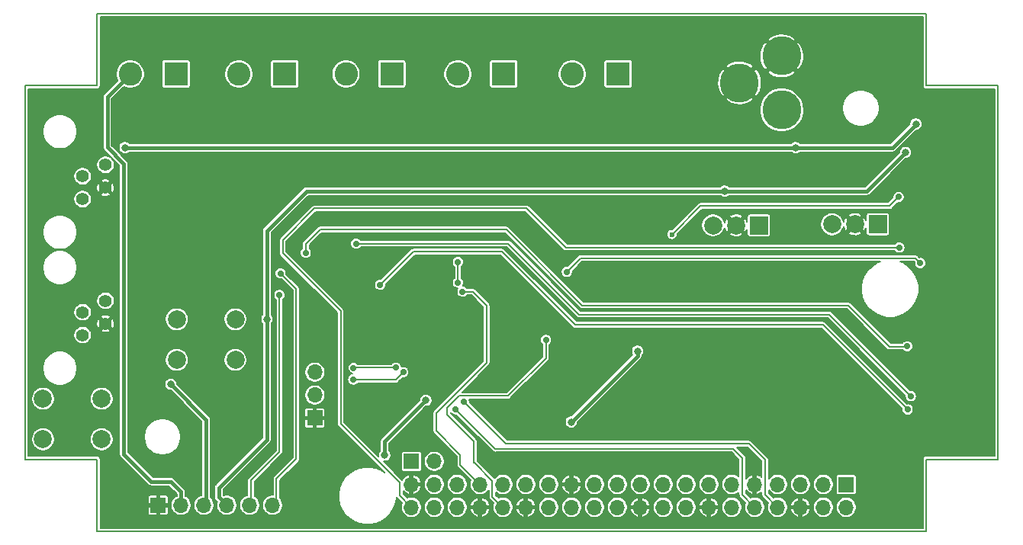
<source format=gbr>
%TF.GenerationSoftware,KiCad,Pcbnew,(5.1.9)-1*%
%TF.CreationDate,2021-07-08T16:45:59-05:00*%
%TF.ProjectId,RPi_Zero_pHat_Template,5250695f-5a65-4726-9f5f-704861745f54,rev?*%
%TF.SameCoordinates,Original*%
%TF.FileFunction,Copper,L2,Bot*%
%TF.FilePolarity,Positive*%
%FSLAX46Y46*%
G04 Gerber Fmt 4.6, Leading zero omitted, Abs format (unit mm)*
G04 Created by KiCad (PCBNEW (5.1.9)-1) date 2021-07-08 16:45:59*
%MOMM*%
%LPD*%
G01*
G04 APERTURE LIST*
%TA.AperFunction,Profile*%
%ADD10C,0.150000*%
%TD*%
%TA.AperFunction,ComponentPad*%
%ADD11C,1.397000*%
%TD*%
%TA.AperFunction,ComponentPad*%
%ADD12O,1.700000X1.700000*%
%TD*%
%TA.AperFunction,ComponentPad*%
%ADD13R,1.700000X1.700000*%
%TD*%
%TA.AperFunction,ComponentPad*%
%ADD14C,2.000000*%
%TD*%
%TA.AperFunction,ComponentPad*%
%ADD15C,2.600000*%
%TD*%
%TA.AperFunction,ComponentPad*%
%ADD16R,2.600000X2.600000*%
%TD*%
%TA.AperFunction,ComponentPad*%
%ADD17C,4.318000*%
%TD*%
%TA.AperFunction,ComponentPad*%
%ADD18R,2.000000X2.000000*%
%TD*%
%TA.AperFunction,ViaPad*%
%ADD19C,0.700000*%
%TD*%
%TA.AperFunction,ViaPad*%
%ADD20C,0.800000*%
%TD*%
%TA.AperFunction,ViaPad*%
%ADD21C,0.600000*%
%TD*%
%TA.AperFunction,Conductor*%
%ADD22C,0.200000*%
%TD*%
%TA.AperFunction,Conductor*%
%ADD23C,0.400000*%
%TD*%
%TA.AperFunction,Conductor*%
%ADD24C,0.100000*%
%TD*%
G04 APERTURE END LIST*
D10*
X197750000Y-125046000D02*
X197750000Y-83546000D01*
X189750000Y-83546000D02*
X197750000Y-83546000D01*
X189750000Y-83546000D02*
X189750000Y-75546000D01*
X197750000Y-125046000D02*
X189750000Y-125046000D01*
X189750000Y-133046000D02*
X189750000Y-125046000D01*
X97750000Y-133046000D02*
X189750000Y-133046000D01*
X97750000Y-125046000D02*
X97750000Y-133046000D01*
X97750000Y-125046000D02*
X89750000Y-125046000D01*
X89750000Y-125046000D02*
X89750000Y-83546000D01*
X89750000Y-83546000D02*
X97750000Y-83546000D01*
X97750000Y-75546000D02*
X97750000Y-83546000D01*
X97750000Y-75546000D02*
X189750000Y-75546000D01*
D11*
%TO.P,J4,4*%
%TO.N,+5V*%
X96131000Y-111252000D03*
%TO.P,J4,3*%
%TO.N,GND*%
X98671000Y-109982000D03*
%TO.P,J4,2*%
%TO.N,Net-(J4-Pad2)*%
X96131000Y-108712000D03*
%TO.P,J4,1*%
%TO.N,/HD38*%
X98671000Y-107442000D03*
%TD*%
%TO.P,J3,4*%
%TO.N,+5V*%
X96131000Y-96139000D03*
%TO.P,J3,3*%
%TO.N,GND*%
X98671000Y-94869000D03*
%TO.P,J3,2*%
%TO.N,Net-(J3-Pad2)*%
X96131000Y-93599000D03*
%TO.P,J3,1*%
%TO.N,/DHT22*%
X98671000Y-92329000D03*
%TD*%
D12*
%TO.P,J10,6*%
%TO.N,/DHT22*%
X117233700Y-130149600D03*
%TO.P,J10,5*%
%TO.N,/HD38*%
X114693700Y-130149600D03*
%TO.P,J10,4*%
%TO.N,+3V3*%
X112153700Y-130149600D03*
%TO.P,J10,3*%
%TO.N,+5V*%
X109613700Y-130149600D03*
%TO.P,J10,2*%
%TO.N,+12V*%
X107073700Y-130149600D03*
D13*
%TO.P,J10,1*%
%TO.N,GND*%
X104533700Y-130149600D03*
%TD*%
D14*
%TO.P,SW2,1*%
%TO.N,Net-(J11-Pad2)*%
X98244800Y-118313200D03*
%TO.P,SW2,2*%
%TO.N,Net-(J11-Pad1)*%
X98244800Y-122813200D03*
%TO.P,SW2,1*%
%TO.N,Net-(J11-Pad2)*%
X91744800Y-118313200D03*
%TO.P,SW2,2*%
%TO.N,Net-(J11-Pad1)*%
X91744800Y-122813200D03*
%TD*%
D12*
%TO.P,J11,2*%
%TO.N,Net-(J11-Pad2)*%
X135166100Y-125285500D03*
D13*
%TO.P,J11,1*%
%TO.N,Net-(J11-Pad1)*%
X132626100Y-125285500D03*
%TD*%
D12*
%TO.P,J12,3*%
%TO.N,/STM32/TX2*%
X121907300Y-115379500D03*
%TO.P,J12,2*%
%TO.N,/STM32/RX2*%
X121907300Y-117919500D03*
D13*
%TO.P,J12,1*%
%TO.N,GND*%
X121907300Y-120459500D03*
%TD*%
D12*
%TO.P,J2,40*%
%TO.N,Net-(J2-Pad40)*%
X132630000Y-130375000D03*
%TO.P,J2,39*%
%TO.N,GND*%
X132630000Y-127835000D03*
%TO.P,J2,38*%
%TO.N,/RPWZ_comm/Button_RPZW*%
X135170000Y-130375000D03*
%TO.P,J2,37*%
%TO.N,Net-(J2-Pad37)*%
X135170000Y-127835000D03*
%TO.P,J2,36*%
%TO.N,Net-(J2-Pad36)*%
X137710000Y-130375000D03*
%TO.P,J2,35*%
%TO.N,Net-(J2-Pad35)*%
X137710000Y-127835000D03*
%TO.P,J2,34*%
%TO.N,GND*%
X140250000Y-130375000D03*
%TO.P,J2,33*%
%TO.N,/NRST*%
X140250000Y-127835000D03*
%TO.P,J2,32*%
%TO.N,/BOOT*%
X142790000Y-130375000D03*
%TO.P,J2,31*%
%TO.N,/I_O_2*%
X142790000Y-127835000D03*
%TO.P,J2,30*%
%TO.N,GND*%
X145330000Y-130375000D03*
%TO.P,J2,29*%
%TO.N,/I_O_1*%
X145330000Y-127835000D03*
%TO.P,J2,28*%
%TO.N,Net-(J2-Pad28)*%
X147870000Y-130375000D03*
%TO.P,J2,27*%
%TO.N,Net-(J2-Pad27)*%
X147870000Y-127835000D03*
%TO.P,J2,26*%
%TO.N,Net-(J2-Pad26)*%
X150410000Y-130375000D03*
%TO.P,J2,25*%
%TO.N,GND*%
X150410000Y-127835000D03*
%TO.P,J2,24*%
%TO.N,Net-(J2-Pad24)*%
X152950000Y-130375000D03*
%TO.P,J2,23*%
%TO.N,/JTMS*%
X152950000Y-127835000D03*
%TO.P,J2,22*%
%TO.N,Net-(J2-Pad22)*%
X155490000Y-130375000D03*
%TO.P,J2,21*%
%TO.N,/JTCK*%
X155490000Y-127835000D03*
%TO.P,J2,20*%
%TO.N,GND*%
X158030000Y-130375000D03*
%TO.P,J2,19*%
%TO.N,/JTDI*%
X158030000Y-127835000D03*
%TO.P,J2,18*%
%TO.N,Net-(J2-Pad18)*%
X160570000Y-130375000D03*
%TO.P,J2,17*%
%TO.N,Net-(J2-Pad17)*%
X160570000Y-127835000D03*
%TO.P,J2,16*%
%TO.N,Net-(J2-Pad16)*%
X163110000Y-130375000D03*
%TO.P,J2,15*%
%TO.N,/JTDO*%
X163110000Y-127835000D03*
%TO.P,J2,14*%
%TO.N,GND*%
X165650000Y-130375000D03*
%TO.P,J2,13*%
%TO.N,Net-(J2-Pad13)*%
X165650000Y-127835000D03*
%TO.P,J2,12*%
%TO.N,Net-(J2-Pad12)*%
X168190000Y-130375000D03*
%TO.P,J2,11*%
%TO.N,/JNTRST*%
X168190000Y-127835000D03*
%TO.P,J2,10*%
%TO.N,/USART2*%
X170730000Y-130375000D03*
%TO.P,J2,9*%
%TO.N,GND*%
X170730000Y-127835000D03*
%TO.P,J2,8*%
%TO.N,/USART1*%
X173270000Y-130375000D03*
%TO.P,J2,7*%
%TO.N,Net-(J2-Pad7)*%
X173270000Y-127835000D03*
%TO.P,J2,6*%
%TO.N,GND*%
X175810000Y-130375000D03*
%TO.P,J2,5*%
%TO.N,/SCL_I2C*%
X175810000Y-127835000D03*
%TO.P,J2,4*%
%TO.N,+5V*%
X178350000Y-130375000D03*
%TO.P,J2,3*%
%TO.N,/SDA_I2C*%
X178350000Y-127835000D03*
%TO.P,J2,2*%
%TO.N,+5V*%
X180890000Y-130375000D03*
D13*
%TO.P,J2,1*%
%TO.N,Net-(J2-Pad1)*%
X180890000Y-127835000D03*
%TD*%
D14*
%TO.P,SW1,1*%
%TO.N,+3V3*%
X113091100Y-109499400D03*
%TO.P,SW1,2*%
%TO.N,/RPWZ_comm/Button_RPZW*%
X113091100Y-113999400D03*
%TO.P,SW1,1*%
%TO.N,+3V3*%
X106591100Y-109499400D03*
%TO.P,SW1,2*%
%TO.N,/RPWZ_comm/Button_RPZW*%
X106591100Y-113999400D03*
%TD*%
D15*
%TO.P,J8,2*%
%TO.N,+12V*%
X125374400Y-82245200D03*
D16*
%TO.P,J8,1*%
%TO.N,Net-(D2-Pad2)*%
X130454400Y-82245200D03*
%TD*%
D15*
%TO.P,J7,2*%
%TO.N,+12V*%
X113487200Y-82245200D03*
D16*
%TO.P,J7,1*%
%TO.N,Net-(D1-Pad2)*%
X118567200Y-82245200D03*
%TD*%
D15*
%TO.P,J9,2*%
%TO.N,+12V*%
X101422200Y-82245200D03*
D16*
%TO.P,J9,1*%
%TO.N,Net-(J9-Pad1)*%
X106502200Y-82245200D03*
%TD*%
D15*
%TO.P,J6,2*%
%TO.N,Net-(J6-Pad2)*%
X137795000Y-82245200D03*
D16*
%TO.P,J6,1*%
%TO.N,/In_Out/120VAC*%
X142875000Y-82245200D03*
%TD*%
D15*
%TO.P,J5,2*%
%TO.N,/In_Out/120VAC*%
X150495000Y-82245200D03*
D16*
%TO.P,J5,1*%
%TO.N,GNDREF*%
X155575000Y-82245200D03*
%TD*%
D17*
%TO.P,J1,PWR*%
%TO.N,+12V*%
X173736000Y-86233000D03*
%TO.P,J1,GNDB*%
%TO.N,GND*%
X169037000Y-83233260D03*
%TO.P,J1,GND*%
X173736000Y-80233520D03*
%TD*%
D14*
%TO.P,U2,3*%
%TO.N,+5V*%
X179324000Y-98933000D03*
%TO.P,U2,2*%
%TO.N,GND*%
X181864000Y-98933000D03*
D18*
%TO.P,U2,1*%
%TO.N,+12V*%
X184404000Y-98933000D03*
%TD*%
D14*
%TO.P,U3,3*%
%TO.N,+3V3*%
X166116000Y-99060000D03*
%TO.P,U3,2*%
%TO.N,GND*%
X168656000Y-99060000D03*
D18*
%TO.P,U3,1*%
%TO.N,+5V*%
X171196000Y-99060000D03*
%TD*%
D19*
%TO.N,Net-(J2-Pad40)*%
X186778900Y-101523800D03*
%TO.N,GND*%
X125476000Y-106680000D03*
X150368000Y-86360000D03*
X157734000Y-104394000D03*
X142621000Y-103251000D03*
X140208000Y-92583000D03*
X168910000Y-113792000D03*
X179959000Y-80264000D03*
X100711000Y-130175000D03*
X103124000Y-112141000D03*
X127127000Y-120523000D03*
X155702000Y-98806000D03*
X149987000Y-125095000D03*
X195199000Y-115316000D03*
X139192000Y-92583000D03*
X138176000Y-92583000D03*
X180975000Y-80264000D03*
X181991000Y-80264000D03*
X141351004Y-92583000D03*
X142367000Y-92582996D03*
X143383008Y-92583000D03*
X183007000Y-80263996D03*
X184023000Y-80264000D03*
X151384000Y-86360000D03*
X152400000Y-86360000D03*
X153416000Y-86360000D03*
X154432000Y-86360000D03*
X97028000Y-85725000D03*
X97028000Y-86741000D03*
X97028000Y-87757000D03*
X97028000Y-88773000D03*
X100711000Y-129159000D03*
X99568000Y-129159000D03*
X99568000Y-130175000D03*
X103124000Y-111125000D03*
X103124000Y-110109000D03*
X103124000Y-109093000D03*
X148971000Y-125095000D03*
X147955000Y-125095000D03*
X146939000Y-125095000D03*
X169799000Y-114554000D03*
X170561000Y-115316000D03*
X171323000Y-116078000D03*
X194056000Y-115316000D03*
X192913000Y-115316000D03*
X191770000Y-115316000D03*
X156718000Y-98806000D03*
X157734000Y-98806000D03*
X154686000Y-98806000D03*
X127127000Y-119507000D03*
X128015996Y-119507000D03*
X128016000Y-120523000D03*
X147065992Y-118999000D03*
X148209000Y-118999000D03*
X148209000Y-120015000D03*
X147066000Y-120015000D03*
X156591000Y-104394000D03*
X155321000Y-104394000D03*
X154178000Y-104394000D03*
X143383000Y-104013000D03*
X144145000Y-104775000D03*
X126619000Y-106680000D03*
X126619000Y-107823000D03*
X125476000Y-107823000D03*
D20*
%TO.N,+5V*%
X188633100Y-87795100D03*
X175260000Y-90424004D03*
X100838000Y-90424000D03*
X105918000Y-116713000D03*
%TO.N,+3V3*%
X187477400Y-90944700D03*
X167386000Y-95250000D03*
X116586000Y-109474000D03*
X150368000Y-120904000D03*
X157734000Y-113030000D03*
X134239000Y-118491000D03*
X129667000Y-124587000D03*
D19*
%TO.N,/NRST*%
X138303000Y-106426000D03*
%TO.N,/BOOT*%
X147561300Y-111785400D03*
%TO.N,/USART2*%
X137553700Y-119481600D03*
%TO.N,/USART1*%
X138442700Y-118643009D03*
%TO.N,/DHT22*%
X118110000Y-104394000D03*
%TO.N,/HD38*%
X117983000Y-106807000D03*
%TO.N,/Resistencia_Si*%
X149872700Y-104228900D03*
X189103000Y-103251000D03*
%TO.N,/Ventilador*%
X187667900Y-112496600D03*
X120904000Y-102108000D03*
%TO.N,/Bomba_Agua*%
X188061600Y-118033800D03*
X126492000Y-101092000D03*
%TO.N,/LEDs*%
X129159000Y-105664000D03*
X187706000Y-119507000D03*
%TO.N,/STM32/RX2*%
X131724400Y-115366800D03*
X126161800Y-116179600D03*
%TO.N,/STM32/TX2*%
X130911600Y-114871500D03*
X126212600Y-114884200D03*
%TO.N,Net-(R10-Pad1)*%
X186715400Y-95910400D03*
D21*
X161543992Y-100076000D03*
D19*
%TO.N,/STM32/VSSA*%
X137795000Y-103124000D03*
X137795000Y-105410000D03*
%TD*%
D22*
%TO.N,Net-(J2-Pad40)*%
X149771100Y-101523800D02*
X186778900Y-101523800D01*
X145427700Y-97180400D02*
X149771100Y-101523800D01*
X118351300Y-100711000D02*
X121881900Y-97180400D01*
X118351300Y-102158800D02*
X118351300Y-100711000D01*
X124777500Y-121094500D02*
X124777500Y-108585000D01*
X131318000Y-127635000D02*
X124777500Y-121094500D01*
X121881900Y-97180400D02*
X145427700Y-97180400D01*
X131318000Y-129063000D02*
X131318000Y-127635000D01*
X124777500Y-108585000D02*
X118351300Y-102158800D01*
X132630000Y-130375000D02*
X131318000Y-129063000D01*
%TO.N,GND*%
X139192000Y-92583000D02*
X138176000Y-92583000D01*
X179959000Y-80264000D02*
X180975000Y-80264000D01*
X141351004Y-92583000D02*
X142366996Y-92583000D01*
X142366996Y-92583000D02*
X142367000Y-92582996D01*
X181991000Y-80264000D02*
X183006996Y-80264000D01*
X183006996Y-80264000D02*
X183007000Y-80263996D01*
X151384000Y-86360000D02*
X152400000Y-86360000D01*
X153416000Y-86360000D02*
X154432000Y-86360000D01*
X96266000Y-84963000D02*
X97028000Y-85725000D01*
X92964000Y-84963000D02*
X96266000Y-84963000D01*
X97028000Y-86741000D02*
X97028000Y-87757000D01*
X100711000Y-129159000D02*
X99568000Y-129159000D01*
X103124000Y-111125000D02*
X103124000Y-110109000D01*
X149987000Y-125095000D02*
X148971000Y-125095000D01*
X147955000Y-125095000D02*
X146939000Y-125095000D01*
X169037000Y-113792000D02*
X169799000Y-114554000D01*
X168910000Y-113792000D02*
X169037000Y-113792000D01*
X170561000Y-115316000D02*
X171323000Y-116078000D01*
X194056000Y-115316000D02*
X192913000Y-115316000D01*
X155702000Y-98806000D02*
X156718000Y-98806000D01*
X155702000Y-98806000D02*
X154686000Y-98806000D01*
X127127000Y-119507000D02*
X128015996Y-119507000D01*
X148209000Y-118999000D02*
X148209000Y-120015000D01*
X156591000Y-104394000D02*
X155321000Y-104394000D01*
X142621000Y-103251000D02*
X143383000Y-104013000D01*
X143383000Y-104013000D02*
X144145000Y-104775000D01*
X125476000Y-106680000D02*
X126619000Y-106680000D01*
X126619000Y-107823000D02*
X125476000Y-107823000D01*
D23*
%TO.N,+12V*%
X105918000Y-127508000D02*
X107073700Y-128663700D01*
X103759000Y-127508000D02*
X105918000Y-127508000D01*
X100711000Y-124460000D02*
X103759000Y-127508000D01*
X100711000Y-92222002D02*
X100711000Y-124460000D01*
X98867998Y-90379000D02*
X100711000Y-92222002D01*
X107073700Y-128663700D02*
X107073700Y-130149600D01*
X98867998Y-84799402D02*
X98867998Y-90379000D01*
X101422200Y-82245200D02*
X98867998Y-84799402D01*
%TO.N,+5V*%
X188633100Y-87795100D02*
X186004196Y-90424004D01*
X186004196Y-90424004D02*
X175260000Y-90424004D01*
X100838004Y-90424004D02*
X100838000Y-90424000D01*
X175260000Y-90424004D02*
X100838004Y-90424004D01*
X105918000Y-116713000D02*
X109855000Y-120650000D01*
X109855000Y-129908300D02*
X109613700Y-130149600D01*
X109855000Y-120650000D02*
X109855000Y-129908300D01*
%TO.N,+3V3*%
X187477400Y-90944700D02*
X183172100Y-95250000D01*
X183172100Y-95250000D02*
X167386000Y-95250000D01*
X120980200Y-95250000D02*
X116586000Y-99644200D01*
X167386000Y-95250000D02*
X120980200Y-95250000D01*
X116586000Y-99644200D02*
X116586000Y-109474000D01*
X112166400Y-130136900D02*
X112153700Y-130149600D01*
X150368000Y-120904000D02*
X157734000Y-113538000D01*
X157734000Y-113538000D02*
X157734000Y-113030000D01*
X116586000Y-122859800D02*
X116586000Y-109474000D01*
X111252000Y-128193800D02*
X116586000Y-122859800D01*
X111252000Y-129247900D02*
X111252000Y-128193800D01*
X112153700Y-130149600D02*
X111252000Y-129247900D01*
X134239000Y-118491000D02*
X129667000Y-123063000D01*
X129667000Y-123063000D02*
X129667000Y-124587000D01*
D22*
%TO.N,/NRST*%
X135407400Y-119888000D02*
X135407400Y-121894600D01*
X140970000Y-114325400D02*
X135407400Y-119888000D01*
X138049000Y-124536200D02*
X138049000Y-125634000D01*
X135407400Y-121894600D02*
X138049000Y-124536200D01*
X138049000Y-125634000D02*
X140250000Y-127835000D01*
X138303000Y-106426000D02*
X139446000Y-106426000D01*
X140970000Y-107950000D02*
X140970000Y-114325400D01*
X139446000Y-106426000D02*
X140970000Y-107950000D01*
%TO.N,/BOOT*%
X141614999Y-129199999D02*
X142790000Y-130375000D01*
X141614999Y-127460997D02*
X141614999Y-129199999D01*
X139591902Y-125437900D02*
X141614999Y-127460997D01*
X147561300Y-113779300D02*
X147561300Y-111785400D01*
X143347601Y-117992999D02*
X147561300Y-113779300D01*
X139547600Y-125437900D02*
X139547600Y-123037600D01*
X136601200Y-120091200D02*
X136601200Y-119303800D01*
X139547600Y-123037600D02*
X136601200Y-120091200D01*
X136601200Y-119303800D02*
X137912001Y-117992999D01*
X137912001Y-117992999D02*
X143347601Y-117992999D01*
%TO.N,/USART2*%
X141947900Y-123875800D02*
X137553700Y-119481600D01*
X168351200Y-123875800D02*
X141947900Y-123875800D01*
X169365001Y-129010001D02*
X170730000Y-130375000D01*
X169365001Y-124889601D02*
X169365001Y-129010001D01*
X168351200Y-123875800D02*
X169365001Y-124889601D01*
%TO.N,/USART1*%
X143116691Y-123317000D02*
X138442700Y-118643009D01*
X170112102Y-123317000D02*
X143116691Y-123317000D01*
X171905001Y-129010001D02*
X171905001Y-125109899D01*
X173270000Y-130375000D02*
X171905001Y-129010001D01*
X171905001Y-125109899D02*
X170112102Y-123317000D01*
%TO.N,/DHT22*%
X117647999Y-129735301D02*
X117233700Y-130149600D01*
X119853002Y-125028398D02*
X117647999Y-127233401D01*
X119853002Y-106137002D02*
X119853002Y-125028398D01*
X117647999Y-127233401D02*
X117647999Y-129735301D01*
X118110000Y-104394000D02*
X119853002Y-106137002D01*
%TO.N,/HD38*%
X117983000Y-124206000D02*
X117983000Y-106807000D01*
X114808000Y-127381000D02*
X117983000Y-124206000D01*
X114808000Y-130035300D02*
X114693700Y-130149600D01*
X114808000Y-127381000D02*
X114808000Y-130035300D01*
%TO.N,/Resistencia_Si*%
X188548999Y-102696999D02*
X189103000Y-103251000D01*
X151404601Y-102696999D02*
X188548999Y-102696999D01*
X149872700Y-104228900D02*
X151404601Y-102696999D01*
%TO.N,/Ventilador*%
X122491500Y-99504500D02*
X120904000Y-101092000D01*
X151599900Y-107950000D02*
X143154400Y-99504500D01*
X181102000Y-107950000D02*
X151599900Y-107950000D01*
X185674000Y-112522000D02*
X181102000Y-107950000D01*
X120904000Y-101092000D02*
X120904000Y-102108000D01*
X143154400Y-99504500D02*
X122491500Y-99504500D01*
X187642500Y-112522000D02*
X185674000Y-112522000D01*
X187667900Y-112496600D02*
X187642500Y-112522000D01*
%TO.N,/Bomba_Agua*%
X126492000Y-101092000D02*
X143370300Y-101092000D01*
X143370300Y-101092000D02*
X151244300Y-108966000D01*
X151244300Y-108966000D02*
X178993800Y-108966000D01*
X178993800Y-108966000D02*
X188061600Y-118033800D01*
%TO.N,/LEDs*%
X178308000Y-110109000D02*
X187706000Y-119507000D01*
X150799800Y-110109000D02*
X178308000Y-110109000D01*
X142671800Y-101981000D02*
X150799800Y-110109000D01*
X132842000Y-101981000D02*
X142671800Y-101981000D01*
X129159000Y-105664000D02*
X132842000Y-101981000D01*
%TO.N,/STM32/RX2*%
X130487336Y-116179600D02*
X126161800Y-116179600D01*
X130911600Y-116179600D02*
X130487336Y-116179600D01*
X131724400Y-115366800D02*
X130911600Y-116179600D01*
%TO.N,/STM32/TX2*%
X126225300Y-114871500D02*
X126212600Y-114884200D01*
X130911600Y-114871500D02*
X126225300Y-114871500D01*
%TO.N,Net-(R10-Pad1)*%
X164718992Y-96901000D02*
X161543992Y-100076000D01*
X185724800Y-96901000D02*
X164718992Y-96901000D01*
X186715400Y-95910400D02*
X185724800Y-96901000D01*
%TO.N,/STM32/VSSA*%
X137795000Y-105410000D02*
X137795000Y-103124000D01*
%TD*%
%TO.N,GND*%
X189375000Y-83527581D02*
X189373186Y-83546000D01*
X189380426Y-83619513D01*
X189401869Y-83690200D01*
X189436691Y-83755347D01*
X189449657Y-83771146D01*
X189483552Y-83812448D01*
X189540653Y-83859309D01*
X189605800Y-83894131D01*
X189676487Y-83915574D01*
X189750000Y-83922814D01*
X189768419Y-83921000D01*
X197375001Y-83921000D01*
X197375000Y-124671000D01*
X189768419Y-124671000D01*
X189750000Y-124669186D01*
X189731581Y-124671000D01*
X189676487Y-124676426D01*
X189605800Y-124697869D01*
X189540653Y-124732691D01*
X189483552Y-124779552D01*
X189436691Y-124836653D01*
X189401869Y-124901800D01*
X189380426Y-124972487D01*
X189373186Y-125046000D01*
X189375001Y-125064429D01*
X189375000Y-132671000D01*
X98125000Y-132671000D01*
X98125000Y-130999600D01*
X103382248Y-130999600D01*
X103388040Y-131058410D01*
X103405195Y-131114961D01*
X103433052Y-131167078D01*
X103470541Y-131212759D01*
X103516222Y-131250248D01*
X103568339Y-131278105D01*
X103624890Y-131295260D01*
X103683700Y-131301052D01*
X104304700Y-131299600D01*
X104379700Y-131224600D01*
X104379700Y-130303600D01*
X104687700Y-130303600D01*
X104687700Y-131224600D01*
X104762700Y-131299600D01*
X105383700Y-131301052D01*
X105442510Y-131295260D01*
X105499061Y-131278105D01*
X105551178Y-131250248D01*
X105596859Y-131212759D01*
X105634348Y-131167078D01*
X105662205Y-131114961D01*
X105679360Y-131058410D01*
X105685152Y-130999600D01*
X105683700Y-130378600D01*
X105608700Y-130303600D01*
X104687700Y-130303600D01*
X104379700Y-130303600D01*
X103458700Y-130303600D01*
X103383700Y-130378600D01*
X103382248Y-130999600D01*
X98125000Y-130999600D01*
X98125000Y-129299600D01*
X103382248Y-129299600D01*
X103383700Y-129920600D01*
X103458700Y-129995600D01*
X104379700Y-129995600D01*
X104379700Y-129074600D01*
X104687700Y-129074600D01*
X104687700Y-129995600D01*
X105608700Y-129995600D01*
X105683700Y-129920600D01*
X105685152Y-129299600D01*
X105679360Y-129240790D01*
X105662205Y-129184239D01*
X105634348Y-129132122D01*
X105596859Y-129086441D01*
X105551178Y-129048952D01*
X105499061Y-129021095D01*
X105442510Y-129003940D01*
X105383700Y-128998148D01*
X104762700Y-128999600D01*
X104687700Y-129074600D01*
X104379700Y-129074600D01*
X104304700Y-128999600D01*
X103683700Y-128998148D01*
X103624890Y-129003940D01*
X103568339Y-129021095D01*
X103516222Y-129048952D01*
X103470541Y-129086441D01*
X103433052Y-129132122D01*
X103405195Y-129184239D01*
X103388040Y-129240790D01*
X103382248Y-129299600D01*
X98125000Y-129299600D01*
X98125000Y-125064418D01*
X98126814Y-125046000D01*
X98119574Y-124972487D01*
X98098131Y-124901800D01*
X98063309Y-124836653D01*
X98016448Y-124779552D01*
X97959347Y-124732691D01*
X97894200Y-124697869D01*
X97823513Y-124676426D01*
X97768419Y-124671000D01*
X97750000Y-124669186D01*
X97731581Y-124671000D01*
X90125000Y-124671000D01*
X90125000Y-122685161D01*
X90444800Y-122685161D01*
X90444800Y-122941239D01*
X90494758Y-123192396D01*
X90592755Y-123428981D01*
X90735024Y-123641902D01*
X90916098Y-123822976D01*
X91129019Y-123965245D01*
X91365604Y-124063242D01*
X91616761Y-124113200D01*
X91872839Y-124113200D01*
X92123996Y-124063242D01*
X92360581Y-123965245D01*
X92573502Y-123822976D01*
X92754576Y-123641902D01*
X92896845Y-123428981D01*
X92994842Y-123192396D01*
X93044800Y-122941239D01*
X93044800Y-122685161D01*
X96944800Y-122685161D01*
X96944800Y-122941239D01*
X96994758Y-123192396D01*
X97092755Y-123428981D01*
X97235024Y-123641902D01*
X97416098Y-123822976D01*
X97629019Y-123965245D01*
X97865604Y-124063242D01*
X98116761Y-124113200D01*
X98372839Y-124113200D01*
X98623996Y-124063242D01*
X98860581Y-123965245D01*
X99073502Y-123822976D01*
X99254576Y-123641902D01*
X99396845Y-123428981D01*
X99494842Y-123192396D01*
X99544800Y-122941239D01*
X99544800Y-122685161D01*
X99494842Y-122434004D01*
X99396845Y-122197419D01*
X99254576Y-121984498D01*
X99073502Y-121803424D01*
X98860581Y-121661155D01*
X98623996Y-121563158D01*
X98372839Y-121513200D01*
X98116761Y-121513200D01*
X97865604Y-121563158D01*
X97629019Y-121661155D01*
X97416098Y-121803424D01*
X97235024Y-121984498D01*
X97092755Y-122197419D01*
X96994758Y-122434004D01*
X96944800Y-122685161D01*
X93044800Y-122685161D01*
X92994842Y-122434004D01*
X92896845Y-122197419D01*
X92754576Y-121984498D01*
X92573502Y-121803424D01*
X92360581Y-121661155D01*
X92123996Y-121563158D01*
X91872839Y-121513200D01*
X91616761Y-121513200D01*
X91365604Y-121563158D01*
X91129019Y-121661155D01*
X90916098Y-121803424D01*
X90735024Y-121984498D01*
X90592755Y-122197419D01*
X90494758Y-122434004D01*
X90444800Y-122685161D01*
X90125000Y-122685161D01*
X90125000Y-118185161D01*
X90444800Y-118185161D01*
X90444800Y-118441239D01*
X90494758Y-118692396D01*
X90592755Y-118928981D01*
X90735024Y-119141902D01*
X90916098Y-119322976D01*
X91129019Y-119465245D01*
X91365604Y-119563242D01*
X91616761Y-119613200D01*
X91872839Y-119613200D01*
X92123996Y-119563242D01*
X92360581Y-119465245D01*
X92573502Y-119322976D01*
X92754576Y-119141902D01*
X92896845Y-118928981D01*
X92994842Y-118692396D01*
X93044800Y-118441239D01*
X93044800Y-118185161D01*
X96944800Y-118185161D01*
X96944800Y-118441239D01*
X96994758Y-118692396D01*
X97092755Y-118928981D01*
X97235024Y-119141902D01*
X97416098Y-119322976D01*
X97629019Y-119465245D01*
X97865604Y-119563242D01*
X98116761Y-119613200D01*
X98372839Y-119613200D01*
X98623996Y-119563242D01*
X98860581Y-119465245D01*
X99073502Y-119322976D01*
X99254576Y-119141902D01*
X99396845Y-118928981D01*
X99494842Y-118692396D01*
X99544800Y-118441239D01*
X99544800Y-118185161D01*
X99494842Y-117934004D01*
X99396845Y-117697419D01*
X99254576Y-117484498D01*
X99073502Y-117303424D01*
X98860581Y-117161155D01*
X98623996Y-117063158D01*
X98372839Y-117013200D01*
X98116761Y-117013200D01*
X97865604Y-117063158D01*
X97629019Y-117161155D01*
X97416098Y-117303424D01*
X97235024Y-117484498D01*
X97092755Y-117697419D01*
X96994758Y-117934004D01*
X96944800Y-118185161D01*
X93044800Y-118185161D01*
X92994842Y-117934004D01*
X92896845Y-117697419D01*
X92754576Y-117484498D01*
X92573502Y-117303424D01*
X92360581Y-117161155D01*
X92123996Y-117063158D01*
X91872839Y-117013200D01*
X91616761Y-117013200D01*
X91365604Y-117063158D01*
X91129019Y-117161155D01*
X90916098Y-117303424D01*
X90735024Y-117484498D01*
X90592755Y-117697419D01*
X90494758Y-117934004D01*
X90444800Y-118185161D01*
X90125000Y-118185161D01*
X90125000Y-114745345D01*
X91685400Y-114745345D01*
X91685400Y-115124655D01*
X91759400Y-115496677D01*
X91904556Y-115847114D01*
X92115289Y-116162498D01*
X92383502Y-116430711D01*
X92698886Y-116641444D01*
X93049323Y-116786600D01*
X93421345Y-116860600D01*
X93800655Y-116860600D01*
X94172677Y-116786600D01*
X94523114Y-116641444D01*
X94838498Y-116430711D01*
X95106711Y-116162498D01*
X95317444Y-115847114D01*
X95462600Y-115496677D01*
X95536600Y-115124655D01*
X95536600Y-114745345D01*
X95462600Y-114373323D01*
X95317444Y-114022886D01*
X95106711Y-113707502D01*
X94838498Y-113439289D01*
X94523114Y-113228556D01*
X94172677Y-113083400D01*
X93800655Y-113009400D01*
X93421345Y-113009400D01*
X93049323Y-113083400D01*
X92698886Y-113228556D01*
X92383502Y-113439289D01*
X92115289Y-113707502D01*
X91904556Y-114022886D01*
X91759400Y-114373323D01*
X91685400Y-114745345D01*
X90125000Y-114745345D01*
X90125000Y-111153656D01*
X95132500Y-111153656D01*
X95132500Y-111350344D01*
X95170872Y-111543252D01*
X95246141Y-111724967D01*
X95355415Y-111888506D01*
X95494494Y-112027585D01*
X95658033Y-112136859D01*
X95839748Y-112212128D01*
X96032656Y-112250500D01*
X96229344Y-112250500D01*
X96422252Y-112212128D01*
X96603967Y-112136859D01*
X96767506Y-112027585D01*
X96906585Y-111888506D01*
X97015859Y-111724967D01*
X97091128Y-111543252D01*
X97129500Y-111350344D01*
X97129500Y-111153656D01*
X97091128Y-110960748D01*
X97015859Y-110779033D01*
X96988594Y-110738228D01*
X98132561Y-110738228D01*
X98212834Y-110874613D01*
X98395778Y-110946845D01*
X98589298Y-110981999D01*
X98785959Y-110978724D01*
X98978201Y-110937144D01*
X99129166Y-110874613D01*
X99209439Y-110738228D01*
X98671000Y-110199789D01*
X98132561Y-110738228D01*
X96988594Y-110738228D01*
X96906585Y-110615494D01*
X96767506Y-110476415D01*
X96603967Y-110367141D01*
X96422252Y-110291872D01*
X96229344Y-110253500D01*
X96032656Y-110253500D01*
X95839748Y-110291872D01*
X95658033Y-110367141D01*
X95494494Y-110476415D01*
X95355415Y-110615494D01*
X95246141Y-110779033D01*
X95170872Y-110960748D01*
X95132500Y-111153656D01*
X90125000Y-111153656D01*
X90125000Y-109900298D01*
X97671001Y-109900298D01*
X97674276Y-110096959D01*
X97715856Y-110289201D01*
X97778387Y-110440166D01*
X97914772Y-110520439D01*
X98453211Y-109982000D01*
X98888789Y-109982000D01*
X99427228Y-110520439D01*
X99563613Y-110440166D01*
X99635845Y-110257222D01*
X99670999Y-110063702D01*
X99667724Y-109867041D01*
X99626144Y-109674799D01*
X99563613Y-109523834D01*
X99427228Y-109443561D01*
X98888789Y-109982000D01*
X98453211Y-109982000D01*
X97914772Y-109443561D01*
X97778387Y-109523834D01*
X97706155Y-109706778D01*
X97671001Y-109900298D01*
X90125000Y-109900298D01*
X90125000Y-108613656D01*
X95132500Y-108613656D01*
X95132500Y-108810344D01*
X95170872Y-109003252D01*
X95246141Y-109184967D01*
X95355415Y-109348506D01*
X95494494Y-109487585D01*
X95658033Y-109596859D01*
X95839748Y-109672128D01*
X96032656Y-109710500D01*
X96229344Y-109710500D01*
X96422252Y-109672128D01*
X96603967Y-109596859D01*
X96767506Y-109487585D01*
X96906585Y-109348506D01*
X96988593Y-109225772D01*
X98132561Y-109225772D01*
X98671000Y-109764211D01*
X99209439Y-109225772D01*
X99129166Y-109089387D01*
X98946222Y-109017155D01*
X98752702Y-108982001D01*
X98556041Y-108985276D01*
X98363799Y-109026856D01*
X98212834Y-109089387D01*
X98132561Y-109225772D01*
X96988593Y-109225772D01*
X97015859Y-109184967D01*
X97091128Y-109003252D01*
X97129500Y-108810344D01*
X97129500Y-108613656D01*
X97091128Y-108420748D01*
X97015859Y-108239033D01*
X96906585Y-108075494D01*
X96767506Y-107936415D01*
X96603967Y-107827141D01*
X96422252Y-107751872D01*
X96229344Y-107713500D01*
X96032656Y-107713500D01*
X95839748Y-107751872D01*
X95658033Y-107827141D01*
X95494494Y-107936415D01*
X95355415Y-108075494D01*
X95246141Y-108239033D01*
X95170872Y-108420748D01*
X95132500Y-108613656D01*
X90125000Y-108613656D01*
X90125000Y-107343656D01*
X97672500Y-107343656D01*
X97672500Y-107540344D01*
X97710872Y-107733252D01*
X97786141Y-107914967D01*
X97895415Y-108078506D01*
X98034494Y-108217585D01*
X98198033Y-108326859D01*
X98379748Y-108402128D01*
X98572656Y-108440500D01*
X98769344Y-108440500D01*
X98962252Y-108402128D01*
X99143967Y-108326859D01*
X99307506Y-108217585D01*
X99446585Y-108078506D01*
X99555859Y-107914967D01*
X99631128Y-107733252D01*
X99669500Y-107540344D01*
X99669500Y-107343656D01*
X99631128Y-107150748D01*
X99555859Y-106969033D01*
X99446585Y-106805494D01*
X99307506Y-106666415D01*
X99143967Y-106557141D01*
X98962252Y-106481872D01*
X98769344Y-106443500D01*
X98572656Y-106443500D01*
X98379748Y-106481872D01*
X98198033Y-106557141D01*
X98034494Y-106666415D01*
X97895415Y-106805494D01*
X97786141Y-106969033D01*
X97710872Y-107150748D01*
X97672500Y-107343656D01*
X90125000Y-107343656D01*
X90125000Y-103569345D01*
X91685400Y-103569345D01*
X91685400Y-103948655D01*
X91759400Y-104320677D01*
X91904556Y-104671114D01*
X92115289Y-104986498D01*
X92383502Y-105254711D01*
X92698886Y-105465444D01*
X93049323Y-105610600D01*
X93421345Y-105684600D01*
X93800655Y-105684600D01*
X94172677Y-105610600D01*
X94523114Y-105465444D01*
X94838498Y-105254711D01*
X95106711Y-104986498D01*
X95317444Y-104671114D01*
X95462600Y-104320677D01*
X95536600Y-103948655D01*
X95536600Y-103569345D01*
X95462600Y-103197323D01*
X95317444Y-102846886D01*
X95106711Y-102531502D01*
X94838498Y-102263289D01*
X94523114Y-102052556D01*
X94172677Y-101907400D01*
X93800655Y-101833400D01*
X93421345Y-101833400D01*
X93049323Y-101907400D01*
X92698886Y-102052556D01*
X92383502Y-102263289D01*
X92115289Y-102531502D01*
X91904556Y-102846886D01*
X91759400Y-103197323D01*
X91685400Y-103569345D01*
X90125000Y-103569345D01*
X90125000Y-99632345D01*
X91685400Y-99632345D01*
X91685400Y-100011655D01*
X91759400Y-100383677D01*
X91904556Y-100734114D01*
X92115289Y-101049498D01*
X92383502Y-101317711D01*
X92698886Y-101528444D01*
X93049323Y-101673600D01*
X93421345Y-101747600D01*
X93800655Y-101747600D01*
X94172677Y-101673600D01*
X94523114Y-101528444D01*
X94838498Y-101317711D01*
X95106711Y-101049498D01*
X95317444Y-100734114D01*
X95462600Y-100383677D01*
X95536600Y-100011655D01*
X95536600Y-99632345D01*
X95462600Y-99260323D01*
X95317444Y-98909886D01*
X95106711Y-98594502D01*
X94838498Y-98326289D01*
X94523114Y-98115556D01*
X94172677Y-97970400D01*
X93800655Y-97896400D01*
X93421345Y-97896400D01*
X93049323Y-97970400D01*
X92698886Y-98115556D01*
X92383502Y-98326289D01*
X92115289Y-98594502D01*
X91904556Y-98909886D01*
X91759400Y-99260323D01*
X91685400Y-99632345D01*
X90125000Y-99632345D01*
X90125000Y-96040656D01*
X95132500Y-96040656D01*
X95132500Y-96237344D01*
X95170872Y-96430252D01*
X95246141Y-96611967D01*
X95355415Y-96775506D01*
X95494494Y-96914585D01*
X95658033Y-97023859D01*
X95839748Y-97099128D01*
X96032656Y-97137500D01*
X96229344Y-97137500D01*
X96422252Y-97099128D01*
X96603967Y-97023859D01*
X96767506Y-96914585D01*
X96906585Y-96775506D01*
X97015859Y-96611967D01*
X97091128Y-96430252D01*
X97129500Y-96237344D01*
X97129500Y-96040656D01*
X97091128Y-95847748D01*
X97015859Y-95666033D01*
X96988594Y-95625228D01*
X98132561Y-95625228D01*
X98212834Y-95761613D01*
X98395778Y-95833845D01*
X98589298Y-95868999D01*
X98785959Y-95865724D01*
X98978201Y-95824144D01*
X99129166Y-95761613D01*
X99209439Y-95625228D01*
X98671000Y-95086789D01*
X98132561Y-95625228D01*
X96988594Y-95625228D01*
X96906585Y-95502494D01*
X96767506Y-95363415D01*
X96603967Y-95254141D01*
X96422252Y-95178872D01*
X96229344Y-95140500D01*
X96032656Y-95140500D01*
X95839748Y-95178872D01*
X95658033Y-95254141D01*
X95494494Y-95363415D01*
X95355415Y-95502494D01*
X95246141Y-95666033D01*
X95170872Y-95847748D01*
X95132500Y-96040656D01*
X90125000Y-96040656D01*
X90125000Y-94787298D01*
X97671001Y-94787298D01*
X97674276Y-94983959D01*
X97715856Y-95176201D01*
X97778387Y-95327166D01*
X97914772Y-95407439D01*
X98453211Y-94869000D01*
X98888789Y-94869000D01*
X99427228Y-95407439D01*
X99563613Y-95327166D01*
X99635845Y-95144222D01*
X99670999Y-94950702D01*
X99667724Y-94754041D01*
X99626144Y-94561799D01*
X99563613Y-94410834D01*
X99427228Y-94330561D01*
X98888789Y-94869000D01*
X98453211Y-94869000D01*
X97914772Y-94330561D01*
X97778387Y-94410834D01*
X97706155Y-94593778D01*
X97671001Y-94787298D01*
X90125000Y-94787298D01*
X90125000Y-93500656D01*
X95132500Y-93500656D01*
X95132500Y-93697344D01*
X95170872Y-93890252D01*
X95246141Y-94071967D01*
X95355415Y-94235506D01*
X95494494Y-94374585D01*
X95658033Y-94483859D01*
X95839748Y-94559128D01*
X96032656Y-94597500D01*
X96229344Y-94597500D01*
X96422252Y-94559128D01*
X96603967Y-94483859D01*
X96767506Y-94374585D01*
X96906585Y-94235506D01*
X96988593Y-94112772D01*
X98132561Y-94112772D01*
X98671000Y-94651211D01*
X99209439Y-94112772D01*
X99129166Y-93976387D01*
X98946222Y-93904155D01*
X98752702Y-93869001D01*
X98556041Y-93872276D01*
X98363799Y-93913856D01*
X98212834Y-93976387D01*
X98132561Y-94112772D01*
X96988593Y-94112772D01*
X97015859Y-94071967D01*
X97091128Y-93890252D01*
X97129500Y-93697344D01*
X97129500Y-93500656D01*
X97091128Y-93307748D01*
X97015859Y-93126033D01*
X96906585Y-92962494D01*
X96767506Y-92823415D01*
X96603967Y-92714141D01*
X96422252Y-92638872D01*
X96229344Y-92600500D01*
X96032656Y-92600500D01*
X95839748Y-92638872D01*
X95658033Y-92714141D01*
X95494494Y-92823415D01*
X95355415Y-92962494D01*
X95246141Y-93126033D01*
X95170872Y-93307748D01*
X95132500Y-93500656D01*
X90125000Y-93500656D01*
X90125000Y-92230656D01*
X97672500Y-92230656D01*
X97672500Y-92427344D01*
X97710872Y-92620252D01*
X97786141Y-92801967D01*
X97895415Y-92965506D01*
X98034494Y-93104585D01*
X98198033Y-93213859D01*
X98379748Y-93289128D01*
X98572656Y-93327500D01*
X98769344Y-93327500D01*
X98962252Y-93289128D01*
X99143967Y-93213859D01*
X99307506Y-93104585D01*
X99446585Y-92965506D01*
X99555859Y-92801967D01*
X99631128Y-92620252D01*
X99669500Y-92427344D01*
X99669500Y-92230656D01*
X99631128Y-92037748D01*
X99555859Y-91856033D01*
X99446585Y-91692494D01*
X99307506Y-91553415D01*
X99143967Y-91444141D01*
X98962252Y-91368872D01*
X98769344Y-91330500D01*
X98572656Y-91330500D01*
X98379748Y-91368872D01*
X98198033Y-91444141D01*
X98034494Y-91553415D01*
X97895415Y-91692494D01*
X97786141Y-91856033D01*
X97710872Y-92037748D01*
X97672500Y-92230656D01*
X90125000Y-92230656D01*
X90125000Y-88456345D01*
X91685400Y-88456345D01*
X91685400Y-88835655D01*
X91759400Y-89207677D01*
X91904556Y-89558114D01*
X92115289Y-89873498D01*
X92383502Y-90141711D01*
X92698886Y-90352444D01*
X93049323Y-90497600D01*
X93421345Y-90571600D01*
X93800655Y-90571600D01*
X94172677Y-90497600D01*
X94523114Y-90352444D01*
X94838498Y-90141711D01*
X95106711Y-89873498D01*
X95317444Y-89558114D01*
X95462600Y-89207677D01*
X95536600Y-88835655D01*
X95536600Y-88456345D01*
X95462600Y-88084323D01*
X95317444Y-87733886D01*
X95106711Y-87418502D01*
X94838498Y-87150289D01*
X94523114Y-86939556D01*
X94172677Y-86794400D01*
X93800655Y-86720400D01*
X93421345Y-86720400D01*
X93049323Y-86794400D01*
X92698886Y-86939556D01*
X92383502Y-87150289D01*
X92115289Y-87418502D01*
X91904556Y-87733886D01*
X91759400Y-88084323D01*
X91685400Y-88456345D01*
X90125000Y-88456345D01*
X90125000Y-84799402D01*
X98365579Y-84799402D01*
X98367998Y-84823962D01*
X98367999Y-90354430D01*
X98365579Y-90379000D01*
X98375233Y-90477017D01*
X98390382Y-90526954D01*
X98403824Y-90571267D01*
X98450253Y-90658129D01*
X98512735Y-90734264D01*
X98531817Y-90749924D01*
X100211000Y-92429109D01*
X100211001Y-124435430D01*
X100208581Y-124460000D01*
X100218235Y-124558017D01*
X100246826Y-124652267D01*
X100293255Y-124739129D01*
X100355737Y-124815264D01*
X100374819Y-124830924D01*
X103388075Y-127844181D01*
X103403736Y-127863264D01*
X103479871Y-127925746D01*
X103566733Y-127972175D01*
X103660983Y-128000765D01*
X103759000Y-128010419D01*
X103783560Y-128008000D01*
X105710895Y-128008000D01*
X106573700Y-128870807D01*
X106573700Y-129111956D01*
X106528971Y-129130484D01*
X106340618Y-129256337D01*
X106180437Y-129416518D01*
X106054584Y-129604871D01*
X105967894Y-129814157D01*
X105923700Y-130036335D01*
X105923700Y-130262865D01*
X105967894Y-130485043D01*
X106054584Y-130694329D01*
X106180437Y-130882682D01*
X106340618Y-131042863D01*
X106528971Y-131168716D01*
X106738257Y-131255406D01*
X106960435Y-131299600D01*
X107186965Y-131299600D01*
X107409143Y-131255406D01*
X107618429Y-131168716D01*
X107806782Y-131042863D01*
X107966963Y-130882682D01*
X108092816Y-130694329D01*
X108179506Y-130485043D01*
X108223700Y-130262865D01*
X108223700Y-130036335D01*
X108179506Y-129814157D01*
X108092816Y-129604871D01*
X107966963Y-129416518D01*
X107806782Y-129256337D01*
X107618429Y-129130484D01*
X107573700Y-129111956D01*
X107573700Y-128688260D01*
X107576119Y-128663700D01*
X107566465Y-128565683D01*
X107537875Y-128471434D01*
X107537875Y-128471433D01*
X107491446Y-128384571D01*
X107428964Y-128308436D01*
X107409887Y-128292780D01*
X106288929Y-127171824D01*
X106273264Y-127152736D01*
X106197129Y-127090254D01*
X106110267Y-127043825D01*
X106016017Y-127015235D01*
X105942560Y-127008000D01*
X105918000Y-127005581D01*
X105893440Y-127008000D01*
X103966106Y-127008000D01*
X101211000Y-124252895D01*
X101211000Y-122344093D01*
X102950000Y-122344093D01*
X102950000Y-122747907D01*
X103028780Y-123143963D01*
X103183314Y-123517039D01*
X103407661Y-123852799D01*
X103693201Y-124138339D01*
X104028961Y-124362686D01*
X104402037Y-124517220D01*
X104798093Y-124596000D01*
X105201907Y-124596000D01*
X105597963Y-124517220D01*
X105971039Y-124362686D01*
X106306799Y-124138339D01*
X106592339Y-123852799D01*
X106816686Y-123517039D01*
X106971220Y-123143963D01*
X107050000Y-122747907D01*
X107050000Y-122344093D01*
X106971220Y-121948037D01*
X106816686Y-121574961D01*
X106592339Y-121239201D01*
X106306799Y-120953661D01*
X105971039Y-120729314D01*
X105597963Y-120574780D01*
X105201907Y-120496000D01*
X104798093Y-120496000D01*
X104402037Y-120574780D01*
X104028961Y-120729314D01*
X103693201Y-120953661D01*
X103407661Y-121239201D01*
X103183314Y-121574961D01*
X103028780Y-121948037D01*
X102950000Y-122344093D01*
X101211000Y-122344093D01*
X101211000Y-116644056D01*
X105218000Y-116644056D01*
X105218000Y-116781944D01*
X105244901Y-116917182D01*
X105297668Y-117044574D01*
X105374274Y-117159224D01*
X105471776Y-117256726D01*
X105586426Y-117333332D01*
X105713818Y-117386099D01*
X105849056Y-117413000D01*
X105910895Y-117413000D01*
X109355000Y-120857107D01*
X109355001Y-129028529D01*
X109278257Y-129043794D01*
X109068971Y-129130484D01*
X108880618Y-129256337D01*
X108720437Y-129416518D01*
X108594584Y-129604871D01*
X108507894Y-129814157D01*
X108463700Y-130036335D01*
X108463700Y-130262865D01*
X108507894Y-130485043D01*
X108594584Y-130694329D01*
X108720437Y-130882682D01*
X108880618Y-131042863D01*
X109068971Y-131168716D01*
X109278257Y-131255406D01*
X109500435Y-131299600D01*
X109726965Y-131299600D01*
X109949143Y-131255406D01*
X110158429Y-131168716D01*
X110346782Y-131042863D01*
X110506963Y-130882682D01*
X110632816Y-130694329D01*
X110719506Y-130485043D01*
X110763700Y-130262865D01*
X110763700Y-130036335D01*
X110719506Y-129814157D01*
X110632816Y-129604871D01*
X110506963Y-129416518D01*
X110355000Y-129264555D01*
X110355000Y-128193800D01*
X110749581Y-128193800D01*
X110752001Y-128218370D01*
X110752000Y-129223339D01*
X110749581Y-129247900D01*
X110754673Y-129299600D01*
X110759235Y-129345916D01*
X110787825Y-129440166D01*
X110834254Y-129527029D01*
X110896736Y-129603164D01*
X110915824Y-129618829D01*
X111066422Y-129769427D01*
X111047894Y-129814157D01*
X111003700Y-130036335D01*
X111003700Y-130262865D01*
X111047894Y-130485043D01*
X111134584Y-130694329D01*
X111260437Y-130882682D01*
X111420618Y-131042863D01*
X111608971Y-131168716D01*
X111818257Y-131255406D01*
X112040435Y-131299600D01*
X112266965Y-131299600D01*
X112489143Y-131255406D01*
X112698429Y-131168716D01*
X112886782Y-131042863D01*
X113046963Y-130882682D01*
X113172816Y-130694329D01*
X113259506Y-130485043D01*
X113303700Y-130262865D01*
X113303700Y-130036335D01*
X113543700Y-130036335D01*
X113543700Y-130262865D01*
X113587894Y-130485043D01*
X113674584Y-130694329D01*
X113800437Y-130882682D01*
X113960618Y-131042863D01*
X114148971Y-131168716D01*
X114358257Y-131255406D01*
X114580435Y-131299600D01*
X114806965Y-131299600D01*
X115029143Y-131255406D01*
X115238429Y-131168716D01*
X115426782Y-131042863D01*
X115586963Y-130882682D01*
X115712816Y-130694329D01*
X115799506Y-130485043D01*
X115843700Y-130262865D01*
X115843700Y-130036335D01*
X116083700Y-130036335D01*
X116083700Y-130262865D01*
X116127894Y-130485043D01*
X116214584Y-130694329D01*
X116340437Y-130882682D01*
X116500618Y-131042863D01*
X116688971Y-131168716D01*
X116898257Y-131255406D01*
X117120435Y-131299600D01*
X117346965Y-131299600D01*
X117569143Y-131255406D01*
X117778429Y-131168716D01*
X117966782Y-131042863D01*
X118126963Y-130882682D01*
X118252816Y-130694329D01*
X118339506Y-130485043D01*
X118383700Y-130262865D01*
X118383700Y-130036335D01*
X118339506Y-129814157D01*
X118252816Y-129604871D01*
X118126963Y-129416518D01*
X118047999Y-129337554D01*
X118047999Y-127399086D01*
X120121955Y-125325131D01*
X120137213Y-125312609D01*
X120160622Y-125284086D01*
X120184207Y-125255347D01*
X120187199Y-125251701D01*
X120224342Y-125182212D01*
X120247214Y-125106812D01*
X120253002Y-125048045D01*
X120253002Y-125048035D01*
X120254936Y-125028399D01*
X120253002Y-125008763D01*
X120253002Y-121309500D01*
X120755848Y-121309500D01*
X120761640Y-121368310D01*
X120778795Y-121424861D01*
X120806652Y-121476978D01*
X120844141Y-121522659D01*
X120889822Y-121560148D01*
X120941939Y-121588005D01*
X120998490Y-121605160D01*
X121057300Y-121610952D01*
X121678300Y-121609500D01*
X121753300Y-121534500D01*
X121753300Y-120613500D01*
X122061300Y-120613500D01*
X122061300Y-121534500D01*
X122136300Y-121609500D01*
X122757300Y-121610952D01*
X122816110Y-121605160D01*
X122872661Y-121588005D01*
X122924778Y-121560148D01*
X122970459Y-121522659D01*
X123007948Y-121476978D01*
X123035805Y-121424861D01*
X123052960Y-121368310D01*
X123058752Y-121309500D01*
X123057300Y-120688500D01*
X122982300Y-120613500D01*
X122061300Y-120613500D01*
X121753300Y-120613500D01*
X120832300Y-120613500D01*
X120757300Y-120688500D01*
X120755848Y-121309500D01*
X120253002Y-121309500D01*
X120253002Y-119609500D01*
X120755848Y-119609500D01*
X120757300Y-120230500D01*
X120832300Y-120305500D01*
X121753300Y-120305500D01*
X121753300Y-119384500D01*
X122061300Y-119384500D01*
X122061300Y-120305500D01*
X122982300Y-120305500D01*
X123057300Y-120230500D01*
X123058752Y-119609500D01*
X123052960Y-119550690D01*
X123035805Y-119494139D01*
X123007948Y-119442022D01*
X122970459Y-119396341D01*
X122924778Y-119358852D01*
X122872661Y-119330995D01*
X122816110Y-119313840D01*
X122757300Y-119308048D01*
X122136300Y-119309500D01*
X122061300Y-119384500D01*
X121753300Y-119384500D01*
X121678300Y-119309500D01*
X121057300Y-119308048D01*
X120998490Y-119313840D01*
X120941939Y-119330995D01*
X120889822Y-119358852D01*
X120844141Y-119396341D01*
X120806652Y-119442022D01*
X120778795Y-119494139D01*
X120761640Y-119550690D01*
X120755848Y-119609500D01*
X120253002Y-119609500D01*
X120253002Y-117806235D01*
X120757300Y-117806235D01*
X120757300Y-118032765D01*
X120801494Y-118254943D01*
X120888184Y-118464229D01*
X121014037Y-118652582D01*
X121174218Y-118812763D01*
X121362571Y-118938616D01*
X121571857Y-119025306D01*
X121794035Y-119069500D01*
X122020565Y-119069500D01*
X122242743Y-119025306D01*
X122452029Y-118938616D01*
X122640382Y-118812763D01*
X122800563Y-118652582D01*
X122926416Y-118464229D01*
X123013106Y-118254943D01*
X123057300Y-118032765D01*
X123057300Y-117806235D01*
X123013106Y-117584057D01*
X122926416Y-117374771D01*
X122800563Y-117186418D01*
X122640382Y-117026237D01*
X122452029Y-116900384D01*
X122242743Y-116813694D01*
X122020565Y-116769500D01*
X121794035Y-116769500D01*
X121571857Y-116813694D01*
X121362571Y-116900384D01*
X121174218Y-117026237D01*
X121014037Y-117186418D01*
X120888184Y-117374771D01*
X120801494Y-117584057D01*
X120757300Y-117806235D01*
X120253002Y-117806235D01*
X120253002Y-115266235D01*
X120757300Y-115266235D01*
X120757300Y-115492765D01*
X120801494Y-115714943D01*
X120888184Y-115924229D01*
X121014037Y-116112582D01*
X121174218Y-116272763D01*
X121362571Y-116398616D01*
X121571857Y-116485306D01*
X121794035Y-116529500D01*
X122020565Y-116529500D01*
X122242743Y-116485306D01*
X122452029Y-116398616D01*
X122640382Y-116272763D01*
X122800563Y-116112582D01*
X122926416Y-115924229D01*
X123013106Y-115714943D01*
X123057300Y-115492765D01*
X123057300Y-115266235D01*
X123013106Y-115044057D01*
X122926416Y-114834771D01*
X122800563Y-114646418D01*
X122640382Y-114486237D01*
X122452029Y-114360384D01*
X122242743Y-114273694D01*
X122020565Y-114229500D01*
X121794035Y-114229500D01*
X121571857Y-114273694D01*
X121362571Y-114360384D01*
X121174218Y-114486237D01*
X121014037Y-114646418D01*
X120888184Y-114834771D01*
X120801494Y-115044057D01*
X120757300Y-115266235D01*
X120253002Y-115266235D01*
X120253002Y-106156645D01*
X120254937Y-106137001D01*
X120249160Y-106078351D01*
X120247214Y-106058588D01*
X120224342Y-105983188D01*
X120187199Y-105913699D01*
X120137213Y-105852791D01*
X120121956Y-105840270D01*
X118756633Y-104474948D01*
X118760000Y-104458019D01*
X118760000Y-104329981D01*
X118735021Y-104204402D01*
X118686022Y-104086110D01*
X118614888Y-103979649D01*
X118524351Y-103889112D01*
X118417890Y-103817978D01*
X118299598Y-103768979D01*
X118174019Y-103744000D01*
X118045981Y-103744000D01*
X117920402Y-103768979D01*
X117802110Y-103817978D01*
X117695649Y-103889112D01*
X117605112Y-103979649D01*
X117533978Y-104086110D01*
X117484979Y-104204402D01*
X117460000Y-104329981D01*
X117460000Y-104458019D01*
X117484979Y-104583598D01*
X117533978Y-104701890D01*
X117605112Y-104808351D01*
X117695649Y-104898888D01*
X117802110Y-104970022D01*
X117920402Y-105019021D01*
X118045981Y-105044000D01*
X118174019Y-105044000D01*
X118190948Y-105040633D01*
X119453002Y-106302688D01*
X119453003Y-124862711D01*
X117379051Y-126936664D01*
X117363788Y-126949190D01*
X117313802Y-127010099D01*
X117276659Y-127079588D01*
X117266812Y-127112050D01*
X117253787Y-127154988D01*
X117246064Y-127233401D01*
X117247999Y-127253048D01*
X117248000Y-128999600D01*
X117120435Y-128999600D01*
X116898257Y-129043794D01*
X116688971Y-129130484D01*
X116500618Y-129256337D01*
X116340437Y-129416518D01*
X116214584Y-129604871D01*
X116127894Y-129814157D01*
X116083700Y-130036335D01*
X115843700Y-130036335D01*
X115799506Y-129814157D01*
X115712816Y-129604871D01*
X115586963Y-129416518D01*
X115426782Y-129256337D01*
X115238429Y-129130484D01*
X115208000Y-129117880D01*
X115208000Y-127546685D01*
X118251954Y-124502732D01*
X118267211Y-124490211D01*
X118317197Y-124429303D01*
X118354340Y-124359814D01*
X118377212Y-124284414D01*
X118383000Y-124225647D01*
X118383000Y-124225645D01*
X118384935Y-124206001D01*
X118383000Y-124186357D01*
X118383000Y-107321477D01*
X118397351Y-107311888D01*
X118487888Y-107221351D01*
X118559022Y-107114890D01*
X118608021Y-106996598D01*
X118633000Y-106871019D01*
X118633000Y-106742981D01*
X118608021Y-106617402D01*
X118559022Y-106499110D01*
X118487888Y-106392649D01*
X118397351Y-106302112D01*
X118290890Y-106230978D01*
X118172598Y-106181979D01*
X118047019Y-106157000D01*
X117918981Y-106157000D01*
X117793402Y-106181979D01*
X117675110Y-106230978D01*
X117568649Y-106302112D01*
X117478112Y-106392649D01*
X117406978Y-106499110D01*
X117357979Y-106617402D01*
X117333000Y-106742981D01*
X117333000Y-106871019D01*
X117357979Y-106996598D01*
X117406978Y-107114890D01*
X117478112Y-107221351D01*
X117568649Y-107311888D01*
X117583001Y-107321478D01*
X117583000Y-124040314D01*
X114539052Y-127084263D01*
X114523789Y-127096789D01*
X114473803Y-127157698D01*
X114436660Y-127227187D01*
X114417524Y-127290271D01*
X114413788Y-127302587D01*
X114406065Y-127381000D01*
X114408000Y-127400647D01*
X114408001Y-129033899D01*
X114358257Y-129043794D01*
X114148971Y-129130484D01*
X113960618Y-129256337D01*
X113800437Y-129416518D01*
X113674584Y-129604871D01*
X113587894Y-129814157D01*
X113543700Y-130036335D01*
X113303700Y-130036335D01*
X113259506Y-129814157D01*
X113172816Y-129604871D01*
X113046963Y-129416518D01*
X112886782Y-129256337D01*
X112698429Y-129130484D01*
X112489143Y-129043794D01*
X112266965Y-128999600D01*
X112040435Y-128999600D01*
X111818257Y-129043794D01*
X111773527Y-129062322D01*
X111752000Y-129040795D01*
X111752000Y-128400905D01*
X116922181Y-123230725D01*
X116941264Y-123215064D01*
X117003746Y-123138929D01*
X117050175Y-123052067D01*
X117078765Y-122957817D01*
X117086000Y-122884360D01*
X117086000Y-122884359D01*
X117088419Y-122859801D01*
X117086000Y-122835243D01*
X117086000Y-109963950D01*
X117129726Y-109920224D01*
X117206332Y-109805574D01*
X117259099Y-109678182D01*
X117286000Y-109542944D01*
X117286000Y-109405056D01*
X117259099Y-109269818D01*
X117206332Y-109142426D01*
X117129726Y-109027776D01*
X117086000Y-108984050D01*
X117086000Y-100711000D01*
X117949365Y-100711000D01*
X117951301Y-100730656D01*
X117951300Y-102139153D01*
X117949365Y-102158800D01*
X117951300Y-102178446D01*
X117957088Y-102237213D01*
X117979960Y-102312613D01*
X118017103Y-102382102D01*
X118067089Y-102443011D01*
X118082352Y-102455537D01*
X124377501Y-108750687D01*
X124377500Y-121074854D01*
X124375565Y-121094500D01*
X124377500Y-121114146D01*
X124383288Y-121172913D01*
X124406160Y-121248313D01*
X124443303Y-121317802D01*
X124493289Y-121378711D01*
X124508552Y-121391237D01*
X129609511Y-126492197D01*
X129275768Y-126269197D01*
X128693405Y-126027975D01*
X128075172Y-125905000D01*
X127444828Y-125905000D01*
X126826595Y-126027975D01*
X126244232Y-126269197D01*
X125720119Y-126619398D01*
X125274398Y-127065119D01*
X124924197Y-127589232D01*
X124682975Y-128171595D01*
X124560000Y-128789828D01*
X124560000Y-129420172D01*
X124682975Y-130038405D01*
X124924197Y-130620768D01*
X125274398Y-131144881D01*
X125720119Y-131590602D01*
X126244232Y-131940803D01*
X126826595Y-132182025D01*
X127444828Y-132305000D01*
X128075172Y-132305000D01*
X128693405Y-132182025D01*
X129275768Y-131940803D01*
X129799881Y-131590602D01*
X130245602Y-131144881D01*
X130595803Y-130620768D01*
X130837025Y-130038405D01*
X130960000Y-129420172D01*
X130960000Y-129241770D01*
X130983803Y-129286302D01*
X131033789Y-129347211D01*
X131049052Y-129359737D01*
X131584143Y-129894829D01*
X131524194Y-130039557D01*
X131480000Y-130261735D01*
X131480000Y-130488265D01*
X131524194Y-130710443D01*
X131610884Y-130919729D01*
X131736737Y-131108082D01*
X131896918Y-131268263D01*
X132085271Y-131394116D01*
X132294557Y-131480806D01*
X132516735Y-131525000D01*
X132743265Y-131525000D01*
X132965443Y-131480806D01*
X133174729Y-131394116D01*
X133363082Y-131268263D01*
X133523263Y-131108082D01*
X133649116Y-130919729D01*
X133735806Y-130710443D01*
X133780000Y-130488265D01*
X133780000Y-130261735D01*
X134020000Y-130261735D01*
X134020000Y-130488265D01*
X134064194Y-130710443D01*
X134150884Y-130919729D01*
X134276737Y-131108082D01*
X134436918Y-131268263D01*
X134625271Y-131394116D01*
X134834557Y-131480806D01*
X135056735Y-131525000D01*
X135283265Y-131525000D01*
X135505443Y-131480806D01*
X135714729Y-131394116D01*
X135903082Y-131268263D01*
X136063263Y-131108082D01*
X136189116Y-130919729D01*
X136275806Y-130710443D01*
X136320000Y-130488265D01*
X136320000Y-130261735D01*
X136560000Y-130261735D01*
X136560000Y-130488265D01*
X136604194Y-130710443D01*
X136690884Y-130919729D01*
X136816737Y-131108082D01*
X136976918Y-131268263D01*
X137165271Y-131394116D01*
X137374557Y-131480806D01*
X137596735Y-131525000D01*
X137823265Y-131525000D01*
X138045443Y-131480806D01*
X138254729Y-131394116D01*
X138443082Y-131268263D01*
X138603263Y-131108082D01*
X138729116Y-130919729D01*
X138815806Y-130710443D01*
X138816812Y-130705385D01*
X139148472Y-130705385D01*
X139234092Y-130913934D01*
X139358753Y-131101772D01*
X139517664Y-131261681D01*
X139704719Y-131387515D01*
X139912728Y-131474439D01*
X139919617Y-131476520D01*
X140096000Y-131438912D01*
X140096000Y-130529000D01*
X140404000Y-130529000D01*
X140404000Y-131438912D01*
X140580383Y-131476520D01*
X140587272Y-131474439D01*
X140795281Y-131387515D01*
X140982336Y-131261681D01*
X141141247Y-131101772D01*
X141265908Y-130913934D01*
X141351528Y-130705385D01*
X141314650Y-130529000D01*
X140404000Y-130529000D01*
X140096000Y-130529000D01*
X139185350Y-130529000D01*
X139148472Y-130705385D01*
X138816812Y-130705385D01*
X138860000Y-130488265D01*
X138860000Y-130261735D01*
X138816813Y-130044615D01*
X139148472Y-130044615D01*
X139185350Y-130221000D01*
X140096000Y-130221000D01*
X140096000Y-129311088D01*
X140404000Y-129311088D01*
X140404000Y-130221000D01*
X141314650Y-130221000D01*
X141351528Y-130044615D01*
X141265908Y-129836066D01*
X141141247Y-129648228D01*
X140982336Y-129488319D01*
X140795281Y-129362485D01*
X140587272Y-129275561D01*
X140580383Y-129273480D01*
X140404000Y-129311088D01*
X140096000Y-129311088D01*
X139919617Y-129273480D01*
X139912728Y-129275561D01*
X139704719Y-129362485D01*
X139517664Y-129488319D01*
X139358753Y-129648228D01*
X139234092Y-129836066D01*
X139148472Y-130044615D01*
X138816813Y-130044615D01*
X138815806Y-130039557D01*
X138729116Y-129830271D01*
X138603263Y-129641918D01*
X138443082Y-129481737D01*
X138254729Y-129355884D01*
X138045443Y-129269194D01*
X137823265Y-129225000D01*
X137596735Y-129225000D01*
X137374557Y-129269194D01*
X137165271Y-129355884D01*
X136976918Y-129481737D01*
X136816737Y-129641918D01*
X136690884Y-129830271D01*
X136604194Y-130039557D01*
X136560000Y-130261735D01*
X136320000Y-130261735D01*
X136275806Y-130039557D01*
X136189116Y-129830271D01*
X136063263Y-129641918D01*
X135903082Y-129481737D01*
X135714729Y-129355884D01*
X135505443Y-129269194D01*
X135283265Y-129225000D01*
X135056735Y-129225000D01*
X134834557Y-129269194D01*
X134625271Y-129355884D01*
X134436918Y-129481737D01*
X134276737Y-129641918D01*
X134150884Y-129830271D01*
X134064194Y-130039557D01*
X134020000Y-130261735D01*
X133780000Y-130261735D01*
X133735806Y-130039557D01*
X133649116Y-129830271D01*
X133523263Y-129641918D01*
X133363082Y-129481737D01*
X133174729Y-129355884D01*
X132965443Y-129269194D01*
X132743265Y-129225000D01*
X132516735Y-129225000D01*
X132294557Y-129269194D01*
X132149829Y-129329143D01*
X131718000Y-128897315D01*
X131718000Y-128530502D01*
X131738753Y-128561772D01*
X131897664Y-128721681D01*
X132084719Y-128847515D01*
X132292728Y-128934439D01*
X132299617Y-128936520D01*
X132476000Y-128898912D01*
X132476000Y-127989000D01*
X132784000Y-127989000D01*
X132784000Y-128898912D01*
X132960383Y-128936520D01*
X132967272Y-128934439D01*
X133175281Y-128847515D01*
X133362336Y-128721681D01*
X133521247Y-128561772D01*
X133645908Y-128373934D01*
X133731528Y-128165385D01*
X133694650Y-127989000D01*
X132784000Y-127989000D01*
X132476000Y-127989000D01*
X132456000Y-127989000D01*
X132456000Y-127721735D01*
X134020000Y-127721735D01*
X134020000Y-127948265D01*
X134064194Y-128170443D01*
X134150884Y-128379729D01*
X134276737Y-128568082D01*
X134436918Y-128728263D01*
X134625271Y-128854116D01*
X134834557Y-128940806D01*
X135056735Y-128985000D01*
X135283265Y-128985000D01*
X135505443Y-128940806D01*
X135714729Y-128854116D01*
X135903082Y-128728263D01*
X136063263Y-128568082D01*
X136189116Y-128379729D01*
X136275806Y-128170443D01*
X136320000Y-127948265D01*
X136320000Y-127721735D01*
X136560000Y-127721735D01*
X136560000Y-127948265D01*
X136604194Y-128170443D01*
X136690884Y-128379729D01*
X136816737Y-128568082D01*
X136976918Y-128728263D01*
X137165271Y-128854116D01*
X137374557Y-128940806D01*
X137596735Y-128985000D01*
X137823265Y-128985000D01*
X138045443Y-128940806D01*
X138254729Y-128854116D01*
X138443082Y-128728263D01*
X138603263Y-128568082D01*
X138729116Y-128379729D01*
X138815806Y-128170443D01*
X138860000Y-127948265D01*
X138860000Y-127721735D01*
X138815806Y-127499557D01*
X138729116Y-127290271D01*
X138603263Y-127101918D01*
X138443082Y-126941737D01*
X138254729Y-126815884D01*
X138045443Y-126729194D01*
X137823265Y-126685000D01*
X137596735Y-126685000D01*
X137374557Y-126729194D01*
X137165271Y-126815884D01*
X136976918Y-126941737D01*
X136816737Y-127101918D01*
X136690884Y-127290271D01*
X136604194Y-127499557D01*
X136560000Y-127721735D01*
X136320000Y-127721735D01*
X136275806Y-127499557D01*
X136189116Y-127290271D01*
X136063263Y-127101918D01*
X135903082Y-126941737D01*
X135714729Y-126815884D01*
X135505443Y-126729194D01*
X135283265Y-126685000D01*
X135056735Y-126685000D01*
X134834557Y-126729194D01*
X134625271Y-126815884D01*
X134436918Y-126941737D01*
X134276737Y-127101918D01*
X134150884Y-127290271D01*
X134064194Y-127499557D01*
X134020000Y-127721735D01*
X132456000Y-127721735D01*
X132456000Y-127681000D01*
X132476000Y-127681000D01*
X132476000Y-126771088D01*
X132784000Y-126771088D01*
X132784000Y-127681000D01*
X133694650Y-127681000D01*
X133731528Y-127504615D01*
X133645908Y-127296066D01*
X133521247Y-127108228D01*
X133362336Y-126948319D01*
X133175281Y-126822485D01*
X132967272Y-126735561D01*
X132960383Y-126733480D01*
X132784000Y-126771088D01*
X132476000Y-126771088D01*
X132299617Y-126733480D01*
X132292728Y-126735561D01*
X132084719Y-126822485D01*
X131897664Y-126948319D01*
X131738753Y-127108228D01*
X131614092Y-127296066D01*
X131594293Y-127344291D01*
X131586953Y-127338267D01*
X129520199Y-125271513D01*
X129598056Y-125287000D01*
X129735944Y-125287000D01*
X129871182Y-125260099D01*
X129998574Y-125207332D01*
X130113224Y-125130726D01*
X130210726Y-125033224D01*
X130287332Y-124918574D01*
X130340099Y-124791182D01*
X130367000Y-124655944D01*
X130367000Y-124518056D01*
X130350579Y-124435500D01*
X131474649Y-124435500D01*
X131474649Y-126135500D01*
X131480441Y-126194310D01*
X131497596Y-126250860D01*
X131525453Y-126302977D01*
X131562942Y-126348658D01*
X131608623Y-126386147D01*
X131660740Y-126414004D01*
X131717290Y-126431159D01*
X131776100Y-126436951D01*
X133476100Y-126436951D01*
X133534910Y-126431159D01*
X133591460Y-126414004D01*
X133643577Y-126386147D01*
X133689258Y-126348658D01*
X133726747Y-126302977D01*
X133754604Y-126250860D01*
X133771759Y-126194310D01*
X133777551Y-126135500D01*
X133777551Y-125172235D01*
X134016100Y-125172235D01*
X134016100Y-125398765D01*
X134060294Y-125620943D01*
X134146984Y-125830229D01*
X134272837Y-126018582D01*
X134433018Y-126178763D01*
X134621371Y-126304616D01*
X134830657Y-126391306D01*
X135052835Y-126435500D01*
X135279365Y-126435500D01*
X135501543Y-126391306D01*
X135710829Y-126304616D01*
X135899182Y-126178763D01*
X136059363Y-126018582D01*
X136185216Y-125830229D01*
X136271906Y-125620943D01*
X136316100Y-125398765D01*
X136316100Y-125172235D01*
X136271906Y-124950057D01*
X136185216Y-124740771D01*
X136059363Y-124552418D01*
X135899182Y-124392237D01*
X135710829Y-124266384D01*
X135501543Y-124179694D01*
X135279365Y-124135500D01*
X135052835Y-124135500D01*
X134830657Y-124179694D01*
X134621371Y-124266384D01*
X134433018Y-124392237D01*
X134272837Y-124552418D01*
X134146984Y-124740771D01*
X134060294Y-124950057D01*
X134016100Y-125172235D01*
X133777551Y-125172235D01*
X133777551Y-124435500D01*
X133771759Y-124376690D01*
X133754604Y-124320140D01*
X133726747Y-124268023D01*
X133689258Y-124222342D01*
X133643577Y-124184853D01*
X133591460Y-124156996D01*
X133534910Y-124139841D01*
X133476100Y-124134049D01*
X131776100Y-124134049D01*
X131717290Y-124139841D01*
X131660740Y-124156996D01*
X131608623Y-124184853D01*
X131562942Y-124222342D01*
X131525453Y-124268023D01*
X131497596Y-124320140D01*
X131480441Y-124376690D01*
X131474649Y-124435500D01*
X130350579Y-124435500D01*
X130340099Y-124382818D01*
X130287332Y-124255426D01*
X130210726Y-124140776D01*
X130167000Y-124097050D01*
X130167000Y-123270105D01*
X133549106Y-119888000D01*
X135005465Y-119888000D01*
X135007400Y-119907647D01*
X135007401Y-121874944D01*
X135005465Y-121894600D01*
X135013188Y-121973013D01*
X135036061Y-122048414D01*
X135073203Y-122117902D01*
X135110665Y-122163550D01*
X135110668Y-122163553D01*
X135123190Y-122178811D01*
X135138448Y-122191333D01*
X137649000Y-124701885D01*
X137649001Y-125614344D01*
X137647065Y-125634000D01*
X137654788Y-125712413D01*
X137677661Y-125787814D01*
X137714803Y-125857302D01*
X137752265Y-125902950D01*
X137752268Y-125902953D01*
X137764790Y-125918211D01*
X137780048Y-125930733D01*
X139204143Y-127354829D01*
X139144194Y-127499557D01*
X139100000Y-127721735D01*
X139100000Y-127948265D01*
X139144194Y-128170443D01*
X139230884Y-128379729D01*
X139356737Y-128568082D01*
X139516918Y-128728263D01*
X139705271Y-128854116D01*
X139914557Y-128940806D01*
X140136735Y-128985000D01*
X140363265Y-128985000D01*
X140585443Y-128940806D01*
X140794729Y-128854116D01*
X140983082Y-128728263D01*
X141143263Y-128568082D01*
X141215000Y-128460720D01*
X141215000Y-129180343D01*
X141213064Y-129199999D01*
X141220787Y-129278412D01*
X141243660Y-129353813D01*
X141280802Y-129423301D01*
X141318264Y-129468949D01*
X141318267Y-129468952D01*
X141330789Y-129484210D01*
X141346047Y-129496732D01*
X141744143Y-129894828D01*
X141684194Y-130039557D01*
X141640000Y-130261735D01*
X141640000Y-130488265D01*
X141684194Y-130710443D01*
X141770884Y-130919729D01*
X141896737Y-131108082D01*
X142056918Y-131268263D01*
X142245271Y-131394116D01*
X142454557Y-131480806D01*
X142676735Y-131525000D01*
X142903265Y-131525000D01*
X143125443Y-131480806D01*
X143334729Y-131394116D01*
X143523082Y-131268263D01*
X143683263Y-131108082D01*
X143809116Y-130919729D01*
X143895806Y-130710443D01*
X143896812Y-130705385D01*
X144228472Y-130705385D01*
X144314092Y-130913934D01*
X144438753Y-131101772D01*
X144597664Y-131261681D01*
X144784719Y-131387515D01*
X144992728Y-131474439D01*
X144999617Y-131476520D01*
X145176000Y-131438912D01*
X145176000Y-130529000D01*
X145484000Y-130529000D01*
X145484000Y-131438912D01*
X145660383Y-131476520D01*
X145667272Y-131474439D01*
X145875281Y-131387515D01*
X146062336Y-131261681D01*
X146221247Y-131101772D01*
X146345908Y-130913934D01*
X146431528Y-130705385D01*
X146394650Y-130529000D01*
X145484000Y-130529000D01*
X145176000Y-130529000D01*
X144265350Y-130529000D01*
X144228472Y-130705385D01*
X143896812Y-130705385D01*
X143940000Y-130488265D01*
X143940000Y-130261735D01*
X146720000Y-130261735D01*
X146720000Y-130488265D01*
X146764194Y-130710443D01*
X146850884Y-130919729D01*
X146976737Y-131108082D01*
X147136918Y-131268263D01*
X147325271Y-131394116D01*
X147534557Y-131480806D01*
X147756735Y-131525000D01*
X147983265Y-131525000D01*
X148205443Y-131480806D01*
X148414729Y-131394116D01*
X148603082Y-131268263D01*
X148763263Y-131108082D01*
X148889116Y-130919729D01*
X148975806Y-130710443D01*
X149020000Y-130488265D01*
X149020000Y-130261735D01*
X149260000Y-130261735D01*
X149260000Y-130488265D01*
X149304194Y-130710443D01*
X149390884Y-130919729D01*
X149516737Y-131108082D01*
X149676918Y-131268263D01*
X149865271Y-131394116D01*
X150074557Y-131480806D01*
X150296735Y-131525000D01*
X150523265Y-131525000D01*
X150745443Y-131480806D01*
X150954729Y-131394116D01*
X151143082Y-131268263D01*
X151303263Y-131108082D01*
X151429116Y-130919729D01*
X151515806Y-130710443D01*
X151560000Y-130488265D01*
X151560000Y-130261735D01*
X151800000Y-130261735D01*
X151800000Y-130488265D01*
X151844194Y-130710443D01*
X151930884Y-130919729D01*
X152056737Y-131108082D01*
X152216918Y-131268263D01*
X152405271Y-131394116D01*
X152614557Y-131480806D01*
X152836735Y-131525000D01*
X153063265Y-131525000D01*
X153285443Y-131480806D01*
X153494729Y-131394116D01*
X153683082Y-131268263D01*
X153843263Y-131108082D01*
X153969116Y-130919729D01*
X154055806Y-130710443D01*
X154100000Y-130488265D01*
X154100000Y-130261735D01*
X154340000Y-130261735D01*
X154340000Y-130488265D01*
X154384194Y-130710443D01*
X154470884Y-130919729D01*
X154596737Y-131108082D01*
X154756918Y-131268263D01*
X154945271Y-131394116D01*
X155154557Y-131480806D01*
X155376735Y-131525000D01*
X155603265Y-131525000D01*
X155825443Y-131480806D01*
X156034729Y-131394116D01*
X156223082Y-131268263D01*
X156383263Y-131108082D01*
X156509116Y-130919729D01*
X156595806Y-130710443D01*
X156596812Y-130705385D01*
X156928472Y-130705385D01*
X157014092Y-130913934D01*
X157138753Y-131101772D01*
X157297664Y-131261681D01*
X157484719Y-131387515D01*
X157692728Y-131474439D01*
X157699617Y-131476520D01*
X157876000Y-131438912D01*
X157876000Y-130529000D01*
X158184000Y-130529000D01*
X158184000Y-131438912D01*
X158360383Y-131476520D01*
X158367272Y-131474439D01*
X158575281Y-131387515D01*
X158762336Y-131261681D01*
X158921247Y-131101772D01*
X159045908Y-130913934D01*
X159131528Y-130705385D01*
X159094650Y-130529000D01*
X158184000Y-130529000D01*
X157876000Y-130529000D01*
X156965350Y-130529000D01*
X156928472Y-130705385D01*
X156596812Y-130705385D01*
X156640000Y-130488265D01*
X156640000Y-130261735D01*
X159420000Y-130261735D01*
X159420000Y-130488265D01*
X159464194Y-130710443D01*
X159550884Y-130919729D01*
X159676737Y-131108082D01*
X159836918Y-131268263D01*
X160025271Y-131394116D01*
X160234557Y-131480806D01*
X160456735Y-131525000D01*
X160683265Y-131525000D01*
X160905443Y-131480806D01*
X161114729Y-131394116D01*
X161303082Y-131268263D01*
X161463263Y-131108082D01*
X161589116Y-130919729D01*
X161675806Y-130710443D01*
X161720000Y-130488265D01*
X161720000Y-130261735D01*
X161960000Y-130261735D01*
X161960000Y-130488265D01*
X162004194Y-130710443D01*
X162090884Y-130919729D01*
X162216737Y-131108082D01*
X162376918Y-131268263D01*
X162565271Y-131394116D01*
X162774557Y-131480806D01*
X162996735Y-131525000D01*
X163223265Y-131525000D01*
X163445443Y-131480806D01*
X163654729Y-131394116D01*
X163843082Y-131268263D01*
X164003263Y-131108082D01*
X164129116Y-130919729D01*
X164215806Y-130710443D01*
X164216812Y-130705385D01*
X164548472Y-130705385D01*
X164634092Y-130913934D01*
X164758753Y-131101772D01*
X164917664Y-131261681D01*
X165104719Y-131387515D01*
X165312728Y-131474439D01*
X165319617Y-131476520D01*
X165496000Y-131438912D01*
X165496000Y-130529000D01*
X165804000Y-130529000D01*
X165804000Y-131438912D01*
X165980383Y-131476520D01*
X165987272Y-131474439D01*
X166195281Y-131387515D01*
X166382336Y-131261681D01*
X166541247Y-131101772D01*
X166665908Y-130913934D01*
X166751528Y-130705385D01*
X166714650Y-130529000D01*
X165804000Y-130529000D01*
X165496000Y-130529000D01*
X164585350Y-130529000D01*
X164548472Y-130705385D01*
X164216812Y-130705385D01*
X164260000Y-130488265D01*
X164260000Y-130261735D01*
X167040000Y-130261735D01*
X167040000Y-130488265D01*
X167084194Y-130710443D01*
X167170884Y-130919729D01*
X167296737Y-131108082D01*
X167456918Y-131268263D01*
X167645271Y-131394116D01*
X167854557Y-131480806D01*
X168076735Y-131525000D01*
X168303265Y-131525000D01*
X168525443Y-131480806D01*
X168734729Y-131394116D01*
X168923082Y-131268263D01*
X169083263Y-131108082D01*
X169209116Y-130919729D01*
X169295806Y-130710443D01*
X169340000Y-130488265D01*
X169340000Y-130261735D01*
X169295806Y-130039557D01*
X169209116Y-129830271D01*
X169083263Y-129641918D01*
X168923082Y-129481737D01*
X168734729Y-129355884D01*
X168525443Y-129269194D01*
X168303265Y-129225000D01*
X168076735Y-129225000D01*
X167854557Y-129269194D01*
X167645271Y-129355884D01*
X167456918Y-129481737D01*
X167296737Y-129641918D01*
X167170884Y-129830271D01*
X167084194Y-130039557D01*
X167040000Y-130261735D01*
X164260000Y-130261735D01*
X164216813Y-130044615D01*
X164548472Y-130044615D01*
X164585350Y-130221000D01*
X165496000Y-130221000D01*
X165496000Y-129311088D01*
X165804000Y-129311088D01*
X165804000Y-130221000D01*
X166714650Y-130221000D01*
X166751528Y-130044615D01*
X166665908Y-129836066D01*
X166541247Y-129648228D01*
X166382336Y-129488319D01*
X166195281Y-129362485D01*
X165987272Y-129275561D01*
X165980383Y-129273480D01*
X165804000Y-129311088D01*
X165496000Y-129311088D01*
X165319617Y-129273480D01*
X165312728Y-129275561D01*
X165104719Y-129362485D01*
X164917664Y-129488319D01*
X164758753Y-129648228D01*
X164634092Y-129836066D01*
X164548472Y-130044615D01*
X164216813Y-130044615D01*
X164215806Y-130039557D01*
X164129116Y-129830271D01*
X164003263Y-129641918D01*
X163843082Y-129481737D01*
X163654729Y-129355884D01*
X163445443Y-129269194D01*
X163223265Y-129225000D01*
X162996735Y-129225000D01*
X162774557Y-129269194D01*
X162565271Y-129355884D01*
X162376918Y-129481737D01*
X162216737Y-129641918D01*
X162090884Y-129830271D01*
X162004194Y-130039557D01*
X161960000Y-130261735D01*
X161720000Y-130261735D01*
X161675806Y-130039557D01*
X161589116Y-129830271D01*
X161463263Y-129641918D01*
X161303082Y-129481737D01*
X161114729Y-129355884D01*
X160905443Y-129269194D01*
X160683265Y-129225000D01*
X160456735Y-129225000D01*
X160234557Y-129269194D01*
X160025271Y-129355884D01*
X159836918Y-129481737D01*
X159676737Y-129641918D01*
X159550884Y-129830271D01*
X159464194Y-130039557D01*
X159420000Y-130261735D01*
X156640000Y-130261735D01*
X156596813Y-130044615D01*
X156928472Y-130044615D01*
X156965350Y-130221000D01*
X157876000Y-130221000D01*
X157876000Y-129311088D01*
X158184000Y-129311088D01*
X158184000Y-130221000D01*
X159094650Y-130221000D01*
X159131528Y-130044615D01*
X159045908Y-129836066D01*
X158921247Y-129648228D01*
X158762336Y-129488319D01*
X158575281Y-129362485D01*
X158367272Y-129275561D01*
X158360383Y-129273480D01*
X158184000Y-129311088D01*
X157876000Y-129311088D01*
X157699617Y-129273480D01*
X157692728Y-129275561D01*
X157484719Y-129362485D01*
X157297664Y-129488319D01*
X157138753Y-129648228D01*
X157014092Y-129836066D01*
X156928472Y-130044615D01*
X156596813Y-130044615D01*
X156595806Y-130039557D01*
X156509116Y-129830271D01*
X156383263Y-129641918D01*
X156223082Y-129481737D01*
X156034729Y-129355884D01*
X155825443Y-129269194D01*
X155603265Y-129225000D01*
X155376735Y-129225000D01*
X155154557Y-129269194D01*
X154945271Y-129355884D01*
X154756918Y-129481737D01*
X154596737Y-129641918D01*
X154470884Y-129830271D01*
X154384194Y-130039557D01*
X154340000Y-130261735D01*
X154100000Y-130261735D01*
X154055806Y-130039557D01*
X153969116Y-129830271D01*
X153843263Y-129641918D01*
X153683082Y-129481737D01*
X153494729Y-129355884D01*
X153285443Y-129269194D01*
X153063265Y-129225000D01*
X152836735Y-129225000D01*
X152614557Y-129269194D01*
X152405271Y-129355884D01*
X152216918Y-129481737D01*
X152056737Y-129641918D01*
X151930884Y-129830271D01*
X151844194Y-130039557D01*
X151800000Y-130261735D01*
X151560000Y-130261735D01*
X151515806Y-130039557D01*
X151429116Y-129830271D01*
X151303263Y-129641918D01*
X151143082Y-129481737D01*
X150954729Y-129355884D01*
X150745443Y-129269194D01*
X150523265Y-129225000D01*
X150296735Y-129225000D01*
X150074557Y-129269194D01*
X149865271Y-129355884D01*
X149676918Y-129481737D01*
X149516737Y-129641918D01*
X149390884Y-129830271D01*
X149304194Y-130039557D01*
X149260000Y-130261735D01*
X149020000Y-130261735D01*
X148975806Y-130039557D01*
X148889116Y-129830271D01*
X148763263Y-129641918D01*
X148603082Y-129481737D01*
X148414729Y-129355884D01*
X148205443Y-129269194D01*
X147983265Y-129225000D01*
X147756735Y-129225000D01*
X147534557Y-129269194D01*
X147325271Y-129355884D01*
X147136918Y-129481737D01*
X146976737Y-129641918D01*
X146850884Y-129830271D01*
X146764194Y-130039557D01*
X146720000Y-130261735D01*
X143940000Y-130261735D01*
X143896813Y-130044615D01*
X144228472Y-130044615D01*
X144265350Y-130221000D01*
X145176000Y-130221000D01*
X145176000Y-129311088D01*
X145484000Y-129311088D01*
X145484000Y-130221000D01*
X146394650Y-130221000D01*
X146431528Y-130044615D01*
X146345908Y-129836066D01*
X146221247Y-129648228D01*
X146062336Y-129488319D01*
X145875281Y-129362485D01*
X145667272Y-129275561D01*
X145660383Y-129273480D01*
X145484000Y-129311088D01*
X145176000Y-129311088D01*
X144999617Y-129273480D01*
X144992728Y-129275561D01*
X144784719Y-129362485D01*
X144597664Y-129488319D01*
X144438753Y-129648228D01*
X144314092Y-129836066D01*
X144228472Y-130044615D01*
X143896813Y-130044615D01*
X143895806Y-130039557D01*
X143809116Y-129830271D01*
X143683263Y-129641918D01*
X143523082Y-129481737D01*
X143334729Y-129355884D01*
X143125443Y-129269194D01*
X142903265Y-129225000D01*
X142676735Y-129225000D01*
X142454557Y-129269194D01*
X142309828Y-129329143D01*
X142014999Y-129034314D01*
X142014999Y-128686344D01*
X142056918Y-128728263D01*
X142245271Y-128854116D01*
X142454557Y-128940806D01*
X142676735Y-128985000D01*
X142903265Y-128985000D01*
X143125443Y-128940806D01*
X143334729Y-128854116D01*
X143523082Y-128728263D01*
X143683263Y-128568082D01*
X143809116Y-128379729D01*
X143895806Y-128170443D01*
X143940000Y-127948265D01*
X143940000Y-127721735D01*
X144180000Y-127721735D01*
X144180000Y-127948265D01*
X144224194Y-128170443D01*
X144310884Y-128379729D01*
X144436737Y-128568082D01*
X144596918Y-128728263D01*
X144785271Y-128854116D01*
X144994557Y-128940806D01*
X145216735Y-128985000D01*
X145443265Y-128985000D01*
X145665443Y-128940806D01*
X145874729Y-128854116D01*
X146063082Y-128728263D01*
X146223263Y-128568082D01*
X146349116Y-128379729D01*
X146435806Y-128170443D01*
X146480000Y-127948265D01*
X146480000Y-127721735D01*
X146720000Y-127721735D01*
X146720000Y-127948265D01*
X146764194Y-128170443D01*
X146850884Y-128379729D01*
X146976737Y-128568082D01*
X147136918Y-128728263D01*
X147325271Y-128854116D01*
X147534557Y-128940806D01*
X147756735Y-128985000D01*
X147983265Y-128985000D01*
X148205443Y-128940806D01*
X148414729Y-128854116D01*
X148603082Y-128728263D01*
X148763263Y-128568082D01*
X148889116Y-128379729D01*
X148975806Y-128170443D01*
X148976812Y-128165385D01*
X149308472Y-128165385D01*
X149394092Y-128373934D01*
X149518753Y-128561772D01*
X149677664Y-128721681D01*
X149864719Y-128847515D01*
X150072728Y-128934439D01*
X150079617Y-128936520D01*
X150256000Y-128898912D01*
X150256000Y-127989000D01*
X150564000Y-127989000D01*
X150564000Y-128898912D01*
X150740383Y-128936520D01*
X150747272Y-128934439D01*
X150955281Y-128847515D01*
X151142336Y-128721681D01*
X151301247Y-128561772D01*
X151425908Y-128373934D01*
X151511528Y-128165385D01*
X151474650Y-127989000D01*
X150564000Y-127989000D01*
X150256000Y-127989000D01*
X149345350Y-127989000D01*
X149308472Y-128165385D01*
X148976812Y-128165385D01*
X149020000Y-127948265D01*
X149020000Y-127721735D01*
X151800000Y-127721735D01*
X151800000Y-127948265D01*
X151844194Y-128170443D01*
X151930884Y-128379729D01*
X152056737Y-128568082D01*
X152216918Y-128728263D01*
X152405271Y-128854116D01*
X152614557Y-128940806D01*
X152836735Y-128985000D01*
X153063265Y-128985000D01*
X153285443Y-128940806D01*
X153494729Y-128854116D01*
X153683082Y-128728263D01*
X153843263Y-128568082D01*
X153969116Y-128379729D01*
X154055806Y-128170443D01*
X154100000Y-127948265D01*
X154100000Y-127721735D01*
X154340000Y-127721735D01*
X154340000Y-127948265D01*
X154384194Y-128170443D01*
X154470884Y-128379729D01*
X154596737Y-128568082D01*
X154756918Y-128728263D01*
X154945271Y-128854116D01*
X155154557Y-128940806D01*
X155376735Y-128985000D01*
X155603265Y-128985000D01*
X155825443Y-128940806D01*
X156034729Y-128854116D01*
X156223082Y-128728263D01*
X156383263Y-128568082D01*
X156509116Y-128379729D01*
X156595806Y-128170443D01*
X156640000Y-127948265D01*
X156640000Y-127721735D01*
X156880000Y-127721735D01*
X156880000Y-127948265D01*
X156924194Y-128170443D01*
X157010884Y-128379729D01*
X157136737Y-128568082D01*
X157296918Y-128728263D01*
X157485271Y-128854116D01*
X157694557Y-128940806D01*
X157916735Y-128985000D01*
X158143265Y-128985000D01*
X158365443Y-128940806D01*
X158574729Y-128854116D01*
X158763082Y-128728263D01*
X158923263Y-128568082D01*
X159049116Y-128379729D01*
X159135806Y-128170443D01*
X159180000Y-127948265D01*
X159180000Y-127721735D01*
X159420000Y-127721735D01*
X159420000Y-127948265D01*
X159464194Y-128170443D01*
X159550884Y-128379729D01*
X159676737Y-128568082D01*
X159836918Y-128728263D01*
X160025271Y-128854116D01*
X160234557Y-128940806D01*
X160456735Y-128985000D01*
X160683265Y-128985000D01*
X160905443Y-128940806D01*
X161114729Y-128854116D01*
X161303082Y-128728263D01*
X161463263Y-128568082D01*
X161589116Y-128379729D01*
X161675806Y-128170443D01*
X161720000Y-127948265D01*
X161720000Y-127721735D01*
X161960000Y-127721735D01*
X161960000Y-127948265D01*
X162004194Y-128170443D01*
X162090884Y-128379729D01*
X162216737Y-128568082D01*
X162376918Y-128728263D01*
X162565271Y-128854116D01*
X162774557Y-128940806D01*
X162996735Y-128985000D01*
X163223265Y-128985000D01*
X163445443Y-128940806D01*
X163654729Y-128854116D01*
X163843082Y-128728263D01*
X164003263Y-128568082D01*
X164129116Y-128379729D01*
X164215806Y-128170443D01*
X164260000Y-127948265D01*
X164260000Y-127721735D01*
X164500000Y-127721735D01*
X164500000Y-127948265D01*
X164544194Y-128170443D01*
X164630884Y-128379729D01*
X164756737Y-128568082D01*
X164916918Y-128728263D01*
X165105271Y-128854116D01*
X165314557Y-128940806D01*
X165536735Y-128985000D01*
X165763265Y-128985000D01*
X165985443Y-128940806D01*
X166194729Y-128854116D01*
X166383082Y-128728263D01*
X166543263Y-128568082D01*
X166669116Y-128379729D01*
X166755806Y-128170443D01*
X166800000Y-127948265D01*
X166800000Y-127721735D01*
X166755806Y-127499557D01*
X166669116Y-127290271D01*
X166543263Y-127101918D01*
X166383082Y-126941737D01*
X166194729Y-126815884D01*
X165985443Y-126729194D01*
X165763265Y-126685000D01*
X165536735Y-126685000D01*
X165314557Y-126729194D01*
X165105271Y-126815884D01*
X164916918Y-126941737D01*
X164756737Y-127101918D01*
X164630884Y-127290271D01*
X164544194Y-127499557D01*
X164500000Y-127721735D01*
X164260000Y-127721735D01*
X164215806Y-127499557D01*
X164129116Y-127290271D01*
X164003263Y-127101918D01*
X163843082Y-126941737D01*
X163654729Y-126815884D01*
X163445443Y-126729194D01*
X163223265Y-126685000D01*
X162996735Y-126685000D01*
X162774557Y-126729194D01*
X162565271Y-126815884D01*
X162376918Y-126941737D01*
X162216737Y-127101918D01*
X162090884Y-127290271D01*
X162004194Y-127499557D01*
X161960000Y-127721735D01*
X161720000Y-127721735D01*
X161675806Y-127499557D01*
X161589116Y-127290271D01*
X161463263Y-127101918D01*
X161303082Y-126941737D01*
X161114729Y-126815884D01*
X160905443Y-126729194D01*
X160683265Y-126685000D01*
X160456735Y-126685000D01*
X160234557Y-126729194D01*
X160025271Y-126815884D01*
X159836918Y-126941737D01*
X159676737Y-127101918D01*
X159550884Y-127290271D01*
X159464194Y-127499557D01*
X159420000Y-127721735D01*
X159180000Y-127721735D01*
X159135806Y-127499557D01*
X159049116Y-127290271D01*
X158923263Y-127101918D01*
X158763082Y-126941737D01*
X158574729Y-126815884D01*
X158365443Y-126729194D01*
X158143265Y-126685000D01*
X157916735Y-126685000D01*
X157694557Y-126729194D01*
X157485271Y-126815884D01*
X157296918Y-126941737D01*
X157136737Y-127101918D01*
X157010884Y-127290271D01*
X156924194Y-127499557D01*
X156880000Y-127721735D01*
X156640000Y-127721735D01*
X156595806Y-127499557D01*
X156509116Y-127290271D01*
X156383263Y-127101918D01*
X156223082Y-126941737D01*
X156034729Y-126815884D01*
X155825443Y-126729194D01*
X155603265Y-126685000D01*
X155376735Y-126685000D01*
X155154557Y-126729194D01*
X154945271Y-126815884D01*
X154756918Y-126941737D01*
X154596737Y-127101918D01*
X154470884Y-127290271D01*
X154384194Y-127499557D01*
X154340000Y-127721735D01*
X154100000Y-127721735D01*
X154055806Y-127499557D01*
X153969116Y-127290271D01*
X153843263Y-127101918D01*
X153683082Y-126941737D01*
X153494729Y-126815884D01*
X153285443Y-126729194D01*
X153063265Y-126685000D01*
X152836735Y-126685000D01*
X152614557Y-126729194D01*
X152405271Y-126815884D01*
X152216918Y-126941737D01*
X152056737Y-127101918D01*
X151930884Y-127290271D01*
X151844194Y-127499557D01*
X151800000Y-127721735D01*
X149020000Y-127721735D01*
X148976813Y-127504615D01*
X149308472Y-127504615D01*
X149345350Y-127681000D01*
X150256000Y-127681000D01*
X150256000Y-126771088D01*
X150564000Y-126771088D01*
X150564000Y-127681000D01*
X151474650Y-127681000D01*
X151511528Y-127504615D01*
X151425908Y-127296066D01*
X151301247Y-127108228D01*
X151142336Y-126948319D01*
X150955281Y-126822485D01*
X150747272Y-126735561D01*
X150740383Y-126733480D01*
X150564000Y-126771088D01*
X150256000Y-126771088D01*
X150079617Y-126733480D01*
X150072728Y-126735561D01*
X149864719Y-126822485D01*
X149677664Y-126948319D01*
X149518753Y-127108228D01*
X149394092Y-127296066D01*
X149308472Y-127504615D01*
X148976813Y-127504615D01*
X148975806Y-127499557D01*
X148889116Y-127290271D01*
X148763263Y-127101918D01*
X148603082Y-126941737D01*
X148414729Y-126815884D01*
X148205443Y-126729194D01*
X147983265Y-126685000D01*
X147756735Y-126685000D01*
X147534557Y-126729194D01*
X147325271Y-126815884D01*
X147136918Y-126941737D01*
X146976737Y-127101918D01*
X146850884Y-127290271D01*
X146764194Y-127499557D01*
X146720000Y-127721735D01*
X146480000Y-127721735D01*
X146435806Y-127499557D01*
X146349116Y-127290271D01*
X146223263Y-127101918D01*
X146063082Y-126941737D01*
X145874729Y-126815884D01*
X145665443Y-126729194D01*
X145443265Y-126685000D01*
X145216735Y-126685000D01*
X144994557Y-126729194D01*
X144785271Y-126815884D01*
X144596918Y-126941737D01*
X144436737Y-127101918D01*
X144310884Y-127290271D01*
X144224194Y-127499557D01*
X144180000Y-127721735D01*
X143940000Y-127721735D01*
X143895806Y-127499557D01*
X143809116Y-127290271D01*
X143683263Y-127101918D01*
X143523082Y-126941737D01*
X143334729Y-126815884D01*
X143125443Y-126729194D01*
X142903265Y-126685000D01*
X142676735Y-126685000D01*
X142454557Y-126729194D01*
X142245271Y-126815884D01*
X142056918Y-126941737D01*
X141896737Y-127101918D01*
X141866644Y-127146956D01*
X139947600Y-125227913D01*
X139947600Y-123057247D01*
X139949535Y-123037600D01*
X139941812Y-122959186D01*
X139918940Y-122883786D01*
X139881797Y-122814297D01*
X139844335Y-122768649D01*
X139844333Y-122768647D01*
X139831811Y-122753389D01*
X139816553Y-122740867D01*
X137001200Y-119925515D01*
X137001200Y-119824694D01*
X137048812Y-119895951D01*
X137139349Y-119986488D01*
X137245810Y-120057622D01*
X137364102Y-120106621D01*
X137489681Y-120131600D01*
X137617719Y-120131600D01*
X137634648Y-120128233D01*
X141651167Y-124144753D01*
X141663689Y-124160011D01*
X141678947Y-124172533D01*
X141678949Y-124172535D01*
X141689108Y-124180872D01*
X141724597Y-124209997D01*
X141794086Y-124247140D01*
X141869486Y-124270012D01*
X141928253Y-124275800D01*
X141928263Y-124275800D01*
X141947899Y-124277734D01*
X141967535Y-124275800D01*
X168185515Y-124275800D01*
X168965001Y-125055287D01*
X168965002Y-126983657D01*
X168923082Y-126941737D01*
X168734729Y-126815884D01*
X168525443Y-126729194D01*
X168303265Y-126685000D01*
X168076735Y-126685000D01*
X167854557Y-126729194D01*
X167645271Y-126815884D01*
X167456918Y-126941737D01*
X167296737Y-127101918D01*
X167170884Y-127290271D01*
X167084194Y-127499557D01*
X167040000Y-127721735D01*
X167040000Y-127948265D01*
X167084194Y-128170443D01*
X167170884Y-128379729D01*
X167296737Y-128568082D01*
X167456918Y-128728263D01*
X167645271Y-128854116D01*
X167854557Y-128940806D01*
X168076735Y-128985000D01*
X168303265Y-128985000D01*
X168525443Y-128940806D01*
X168734729Y-128854116D01*
X168923082Y-128728263D01*
X168965002Y-128686343D01*
X168965002Y-128990345D01*
X168963066Y-129010001D01*
X168970789Y-129088414D01*
X168993662Y-129163815D01*
X169030804Y-129233303D01*
X169068266Y-129278951D01*
X169068269Y-129278954D01*
X169080791Y-129294212D01*
X169096049Y-129306734D01*
X169684143Y-129894829D01*
X169624194Y-130039557D01*
X169580000Y-130261735D01*
X169580000Y-130488265D01*
X169624194Y-130710443D01*
X169710884Y-130919729D01*
X169836737Y-131108082D01*
X169996918Y-131268263D01*
X170185271Y-131394116D01*
X170394557Y-131480806D01*
X170616735Y-131525000D01*
X170843265Y-131525000D01*
X171065443Y-131480806D01*
X171274729Y-131394116D01*
X171463082Y-131268263D01*
X171623263Y-131108082D01*
X171749116Y-130919729D01*
X171835806Y-130710443D01*
X171880000Y-130488265D01*
X171880000Y-130261735D01*
X171835806Y-130039557D01*
X171749116Y-129830271D01*
X171623263Y-129641918D01*
X171463082Y-129481737D01*
X171274729Y-129355884D01*
X171065443Y-129269194D01*
X170843265Y-129225000D01*
X170616735Y-129225000D01*
X170394557Y-129269194D01*
X170249829Y-129329143D01*
X169765001Y-128844316D01*
X169765001Y-128450643D01*
X169838753Y-128561772D01*
X169997664Y-128721681D01*
X170184719Y-128847515D01*
X170392728Y-128934439D01*
X170399617Y-128936520D01*
X170576000Y-128898912D01*
X170576000Y-127989000D01*
X170556000Y-127989000D01*
X170556000Y-127681000D01*
X170576000Y-127681000D01*
X170576000Y-126771088D01*
X170399617Y-126733480D01*
X170392728Y-126735561D01*
X170184719Y-126822485D01*
X169997664Y-126948319D01*
X169838753Y-127108228D01*
X169765001Y-127219357D01*
X169765001Y-124909236D01*
X169766935Y-124889600D01*
X169765001Y-124869964D01*
X169765001Y-124869954D01*
X169759213Y-124811187D01*
X169736341Y-124735787D01*
X169699198Y-124666298D01*
X169649212Y-124605390D01*
X169633955Y-124592869D01*
X168758085Y-123717000D01*
X169946417Y-123717000D01*
X171505002Y-125275586D01*
X171505002Y-126991252D01*
X171462336Y-126948319D01*
X171275281Y-126822485D01*
X171067272Y-126735561D01*
X171060383Y-126733480D01*
X170884000Y-126771088D01*
X170884000Y-127681000D01*
X170904000Y-127681000D01*
X170904000Y-127989000D01*
X170884000Y-127989000D01*
X170884000Y-128898912D01*
X171060383Y-128936520D01*
X171067272Y-128934439D01*
X171275281Y-128847515D01*
X171462336Y-128721681D01*
X171505001Y-128678748D01*
X171505001Y-128990354D01*
X171503066Y-129010001D01*
X171505001Y-129029647D01*
X171510789Y-129088414D01*
X171533661Y-129163814D01*
X171570804Y-129233303D01*
X171620790Y-129294212D01*
X171636053Y-129306738D01*
X172224143Y-129894829D01*
X172164194Y-130039557D01*
X172120000Y-130261735D01*
X172120000Y-130488265D01*
X172164194Y-130710443D01*
X172250884Y-130919729D01*
X172376737Y-131108082D01*
X172536918Y-131268263D01*
X172725271Y-131394116D01*
X172934557Y-131480806D01*
X173156735Y-131525000D01*
X173383265Y-131525000D01*
X173605443Y-131480806D01*
X173814729Y-131394116D01*
X174003082Y-131268263D01*
X174163263Y-131108082D01*
X174289116Y-130919729D01*
X174375806Y-130710443D01*
X174376812Y-130705385D01*
X174708472Y-130705385D01*
X174794092Y-130913934D01*
X174918753Y-131101772D01*
X175077664Y-131261681D01*
X175264719Y-131387515D01*
X175472728Y-131474439D01*
X175479617Y-131476520D01*
X175656000Y-131438912D01*
X175656000Y-130529000D01*
X175964000Y-130529000D01*
X175964000Y-131438912D01*
X176140383Y-131476520D01*
X176147272Y-131474439D01*
X176355281Y-131387515D01*
X176542336Y-131261681D01*
X176701247Y-131101772D01*
X176825908Y-130913934D01*
X176911528Y-130705385D01*
X176874650Y-130529000D01*
X175964000Y-130529000D01*
X175656000Y-130529000D01*
X174745350Y-130529000D01*
X174708472Y-130705385D01*
X174376812Y-130705385D01*
X174420000Y-130488265D01*
X174420000Y-130261735D01*
X177200000Y-130261735D01*
X177200000Y-130488265D01*
X177244194Y-130710443D01*
X177330884Y-130919729D01*
X177456737Y-131108082D01*
X177616918Y-131268263D01*
X177805271Y-131394116D01*
X178014557Y-131480806D01*
X178236735Y-131525000D01*
X178463265Y-131525000D01*
X178685443Y-131480806D01*
X178894729Y-131394116D01*
X179083082Y-131268263D01*
X179243263Y-131108082D01*
X179369116Y-130919729D01*
X179455806Y-130710443D01*
X179500000Y-130488265D01*
X179500000Y-130261735D01*
X179740000Y-130261735D01*
X179740000Y-130488265D01*
X179784194Y-130710443D01*
X179870884Y-130919729D01*
X179996737Y-131108082D01*
X180156918Y-131268263D01*
X180345271Y-131394116D01*
X180554557Y-131480806D01*
X180776735Y-131525000D01*
X181003265Y-131525000D01*
X181225443Y-131480806D01*
X181434729Y-131394116D01*
X181623082Y-131268263D01*
X181783263Y-131108082D01*
X181909116Y-130919729D01*
X181995806Y-130710443D01*
X182040000Y-130488265D01*
X182040000Y-130261735D01*
X181995806Y-130039557D01*
X181909116Y-129830271D01*
X181783263Y-129641918D01*
X181623082Y-129481737D01*
X181434729Y-129355884D01*
X181225443Y-129269194D01*
X181003265Y-129225000D01*
X180776735Y-129225000D01*
X180554557Y-129269194D01*
X180345271Y-129355884D01*
X180156918Y-129481737D01*
X179996737Y-129641918D01*
X179870884Y-129830271D01*
X179784194Y-130039557D01*
X179740000Y-130261735D01*
X179500000Y-130261735D01*
X179455806Y-130039557D01*
X179369116Y-129830271D01*
X179243263Y-129641918D01*
X179083082Y-129481737D01*
X178894729Y-129355884D01*
X178685443Y-129269194D01*
X178463265Y-129225000D01*
X178236735Y-129225000D01*
X178014557Y-129269194D01*
X177805271Y-129355884D01*
X177616918Y-129481737D01*
X177456737Y-129641918D01*
X177330884Y-129830271D01*
X177244194Y-130039557D01*
X177200000Y-130261735D01*
X174420000Y-130261735D01*
X174376813Y-130044615D01*
X174708472Y-130044615D01*
X174745350Y-130221000D01*
X175656000Y-130221000D01*
X175656000Y-129311088D01*
X175964000Y-129311088D01*
X175964000Y-130221000D01*
X176874650Y-130221000D01*
X176911528Y-130044615D01*
X176825908Y-129836066D01*
X176701247Y-129648228D01*
X176542336Y-129488319D01*
X176355281Y-129362485D01*
X176147272Y-129275561D01*
X176140383Y-129273480D01*
X175964000Y-129311088D01*
X175656000Y-129311088D01*
X175479617Y-129273480D01*
X175472728Y-129275561D01*
X175264719Y-129362485D01*
X175077664Y-129488319D01*
X174918753Y-129648228D01*
X174794092Y-129836066D01*
X174708472Y-130044615D01*
X174376813Y-130044615D01*
X174375806Y-130039557D01*
X174289116Y-129830271D01*
X174163263Y-129641918D01*
X174003082Y-129481737D01*
X173814729Y-129355884D01*
X173605443Y-129269194D01*
X173383265Y-129225000D01*
X173156735Y-129225000D01*
X172934557Y-129269194D01*
X172789829Y-129329143D01*
X172305001Y-128844316D01*
X172305001Y-128460721D01*
X172376737Y-128568082D01*
X172536918Y-128728263D01*
X172725271Y-128854116D01*
X172934557Y-128940806D01*
X173156735Y-128985000D01*
X173383265Y-128985000D01*
X173605443Y-128940806D01*
X173814729Y-128854116D01*
X174003082Y-128728263D01*
X174163263Y-128568082D01*
X174289116Y-128379729D01*
X174375806Y-128170443D01*
X174420000Y-127948265D01*
X174420000Y-127721735D01*
X174660000Y-127721735D01*
X174660000Y-127948265D01*
X174704194Y-128170443D01*
X174790884Y-128379729D01*
X174916737Y-128568082D01*
X175076918Y-128728263D01*
X175265271Y-128854116D01*
X175474557Y-128940806D01*
X175696735Y-128985000D01*
X175923265Y-128985000D01*
X176145443Y-128940806D01*
X176354729Y-128854116D01*
X176543082Y-128728263D01*
X176703263Y-128568082D01*
X176829116Y-128379729D01*
X176915806Y-128170443D01*
X176960000Y-127948265D01*
X176960000Y-127721735D01*
X177200000Y-127721735D01*
X177200000Y-127948265D01*
X177244194Y-128170443D01*
X177330884Y-128379729D01*
X177456737Y-128568082D01*
X177616918Y-128728263D01*
X177805271Y-128854116D01*
X178014557Y-128940806D01*
X178236735Y-128985000D01*
X178463265Y-128985000D01*
X178685443Y-128940806D01*
X178894729Y-128854116D01*
X179083082Y-128728263D01*
X179243263Y-128568082D01*
X179369116Y-128379729D01*
X179455806Y-128170443D01*
X179500000Y-127948265D01*
X179500000Y-127721735D01*
X179455806Y-127499557D01*
X179369116Y-127290271D01*
X179243263Y-127101918D01*
X179126345Y-126985000D01*
X179738549Y-126985000D01*
X179738549Y-128685000D01*
X179744341Y-128743810D01*
X179761496Y-128800360D01*
X179789353Y-128852477D01*
X179826842Y-128898158D01*
X179872523Y-128935647D01*
X179924640Y-128963504D01*
X179981190Y-128980659D01*
X180040000Y-128986451D01*
X181740000Y-128986451D01*
X181798810Y-128980659D01*
X181855360Y-128963504D01*
X181907477Y-128935647D01*
X181953158Y-128898158D01*
X181990647Y-128852477D01*
X182018504Y-128800360D01*
X182035659Y-128743810D01*
X182041451Y-128685000D01*
X182041451Y-126985000D01*
X182035659Y-126926190D01*
X182018504Y-126869640D01*
X181990647Y-126817523D01*
X181953158Y-126771842D01*
X181907477Y-126734353D01*
X181855360Y-126706496D01*
X181798810Y-126689341D01*
X181740000Y-126683549D01*
X180040000Y-126683549D01*
X179981190Y-126689341D01*
X179924640Y-126706496D01*
X179872523Y-126734353D01*
X179826842Y-126771842D01*
X179789353Y-126817523D01*
X179761496Y-126869640D01*
X179744341Y-126926190D01*
X179738549Y-126985000D01*
X179126345Y-126985000D01*
X179083082Y-126941737D01*
X178894729Y-126815884D01*
X178685443Y-126729194D01*
X178463265Y-126685000D01*
X178236735Y-126685000D01*
X178014557Y-126729194D01*
X177805271Y-126815884D01*
X177616918Y-126941737D01*
X177456737Y-127101918D01*
X177330884Y-127290271D01*
X177244194Y-127499557D01*
X177200000Y-127721735D01*
X176960000Y-127721735D01*
X176915806Y-127499557D01*
X176829116Y-127290271D01*
X176703263Y-127101918D01*
X176543082Y-126941737D01*
X176354729Y-126815884D01*
X176145443Y-126729194D01*
X175923265Y-126685000D01*
X175696735Y-126685000D01*
X175474557Y-126729194D01*
X175265271Y-126815884D01*
X175076918Y-126941737D01*
X174916737Y-127101918D01*
X174790884Y-127290271D01*
X174704194Y-127499557D01*
X174660000Y-127721735D01*
X174420000Y-127721735D01*
X174375806Y-127499557D01*
X174289116Y-127290271D01*
X174163263Y-127101918D01*
X174003082Y-126941737D01*
X173814729Y-126815884D01*
X173605443Y-126729194D01*
X173383265Y-126685000D01*
X173156735Y-126685000D01*
X172934557Y-126729194D01*
X172725271Y-126815884D01*
X172536918Y-126941737D01*
X172376737Y-127101918D01*
X172305001Y-127209279D01*
X172305001Y-125129534D01*
X172306935Y-125109898D01*
X172305001Y-125090262D01*
X172305001Y-125090252D01*
X172299213Y-125031485D01*
X172276341Y-124956085D01*
X172239198Y-124886596D01*
X172189212Y-124825688D01*
X172173954Y-124813166D01*
X170408839Y-123048052D01*
X170396313Y-123032789D01*
X170335405Y-122982803D01*
X170265916Y-122945660D01*
X170190516Y-122922788D01*
X170131749Y-122917000D01*
X170131748Y-122917000D01*
X170112102Y-122915065D01*
X170092456Y-122917000D01*
X143282376Y-122917000D01*
X141200432Y-120835056D01*
X149668000Y-120835056D01*
X149668000Y-120972944D01*
X149694901Y-121108182D01*
X149747668Y-121235574D01*
X149824274Y-121350224D01*
X149921776Y-121447726D01*
X150036426Y-121524332D01*
X150163818Y-121577099D01*
X150299056Y-121604000D01*
X150436944Y-121604000D01*
X150572182Y-121577099D01*
X150699574Y-121524332D01*
X150814224Y-121447726D01*
X150911726Y-121350224D01*
X150988332Y-121235574D01*
X151041099Y-121108182D01*
X151068000Y-120972944D01*
X151068000Y-120911105D01*
X158070181Y-113908925D01*
X158089264Y-113893264D01*
X158151746Y-113817129D01*
X158198175Y-113730267D01*
X158226765Y-113636017D01*
X158234000Y-113562560D01*
X158234000Y-113562559D01*
X158236419Y-113538001D01*
X158234583Y-113519367D01*
X158277726Y-113476224D01*
X158354332Y-113361574D01*
X158407099Y-113234182D01*
X158434000Y-113098944D01*
X158434000Y-112961056D01*
X158407099Y-112825818D01*
X158354332Y-112698426D01*
X158277726Y-112583776D01*
X158180224Y-112486274D01*
X158065574Y-112409668D01*
X157938182Y-112356901D01*
X157802944Y-112330000D01*
X157665056Y-112330000D01*
X157529818Y-112356901D01*
X157402426Y-112409668D01*
X157287776Y-112486274D01*
X157190274Y-112583776D01*
X157113668Y-112698426D01*
X157060901Y-112825818D01*
X157034000Y-112961056D01*
X157034000Y-113098944D01*
X157060901Y-113234182D01*
X157113668Y-113361574D01*
X157149577Y-113415317D01*
X150360895Y-120204000D01*
X150299056Y-120204000D01*
X150163818Y-120230901D01*
X150036426Y-120283668D01*
X149921776Y-120360274D01*
X149824274Y-120457776D01*
X149747668Y-120572426D01*
X149694901Y-120699818D01*
X149668000Y-120835056D01*
X141200432Y-120835056D01*
X139089333Y-118723957D01*
X139092700Y-118707028D01*
X139092700Y-118578990D01*
X139067721Y-118453411D01*
X139042697Y-118392999D01*
X143327955Y-118392999D01*
X143347601Y-118394934D01*
X143367247Y-118392999D01*
X143367248Y-118392999D01*
X143426015Y-118387211D01*
X143501415Y-118364339D01*
X143570904Y-118327196D01*
X143631812Y-118277210D01*
X143644338Y-118261947D01*
X147830254Y-114076032D01*
X147845511Y-114063511D01*
X147863830Y-114041190D01*
X147895496Y-114002604D01*
X147895497Y-114002603D01*
X147932640Y-113933114D01*
X147955512Y-113857714D01*
X147961300Y-113798947D01*
X147961300Y-113798937D01*
X147963234Y-113779301D01*
X147961300Y-113759665D01*
X147961300Y-112299877D01*
X147975651Y-112290288D01*
X148066188Y-112199751D01*
X148137322Y-112093290D01*
X148186321Y-111974998D01*
X148211300Y-111849419D01*
X148211300Y-111721381D01*
X148186321Y-111595802D01*
X148137322Y-111477510D01*
X148066188Y-111371049D01*
X147975651Y-111280512D01*
X147869190Y-111209378D01*
X147750898Y-111160379D01*
X147625319Y-111135400D01*
X147497281Y-111135400D01*
X147371702Y-111160379D01*
X147253410Y-111209378D01*
X147146949Y-111280512D01*
X147056412Y-111371049D01*
X146985278Y-111477510D01*
X146936279Y-111595802D01*
X146911300Y-111721381D01*
X146911300Y-111849419D01*
X146936279Y-111974998D01*
X146985278Y-112093290D01*
X147056412Y-112199751D01*
X147146949Y-112290288D01*
X147161301Y-112299877D01*
X147161300Y-113613614D01*
X143181916Y-117592999D01*
X138268086Y-117592999D01*
X141238948Y-114622137D01*
X141254211Y-114609611D01*
X141304197Y-114548703D01*
X141341340Y-114479214D01*
X141364212Y-114403814D01*
X141370000Y-114345047D01*
X141370000Y-114345037D01*
X141371934Y-114325401D01*
X141370000Y-114305765D01*
X141370000Y-107969635D01*
X141371934Y-107949999D01*
X141370000Y-107930363D01*
X141370000Y-107930353D01*
X141364212Y-107871586D01*
X141341340Y-107796186D01*
X141304197Y-107726697D01*
X141254211Y-107665789D01*
X141238949Y-107653264D01*
X139742737Y-106157052D01*
X139730211Y-106141789D01*
X139669303Y-106091803D01*
X139599814Y-106054660D01*
X139524414Y-106031788D01*
X139465647Y-106026000D01*
X139465646Y-106026000D01*
X139446000Y-106024065D01*
X139426354Y-106026000D01*
X138817477Y-106026000D01*
X138807888Y-106011649D01*
X138717351Y-105921112D01*
X138610890Y-105849978D01*
X138492598Y-105800979D01*
X138367019Y-105776000D01*
X138332195Y-105776000D01*
X138371022Y-105717890D01*
X138420021Y-105599598D01*
X138445000Y-105474019D01*
X138445000Y-105345981D01*
X138420021Y-105220402D01*
X138371022Y-105102110D01*
X138299888Y-104995649D01*
X138209351Y-104905112D01*
X138195000Y-104895523D01*
X138195000Y-103638477D01*
X138209351Y-103628888D01*
X138299888Y-103538351D01*
X138371022Y-103431890D01*
X138420021Y-103313598D01*
X138445000Y-103188019D01*
X138445000Y-103059981D01*
X138420021Y-102934402D01*
X138371022Y-102816110D01*
X138299888Y-102709649D01*
X138209351Y-102619112D01*
X138102890Y-102547978D01*
X137984598Y-102498979D01*
X137859019Y-102474000D01*
X137730981Y-102474000D01*
X137605402Y-102498979D01*
X137487110Y-102547978D01*
X137380649Y-102619112D01*
X137290112Y-102709649D01*
X137218978Y-102816110D01*
X137169979Y-102934402D01*
X137145000Y-103059981D01*
X137145000Y-103188019D01*
X137169979Y-103313598D01*
X137218978Y-103431890D01*
X137290112Y-103538351D01*
X137380649Y-103628888D01*
X137395001Y-103638477D01*
X137395000Y-104895523D01*
X137380649Y-104905112D01*
X137290112Y-104995649D01*
X137218978Y-105102110D01*
X137169979Y-105220402D01*
X137145000Y-105345981D01*
X137145000Y-105474019D01*
X137169979Y-105599598D01*
X137218978Y-105717890D01*
X137290112Y-105824351D01*
X137380649Y-105914888D01*
X137487110Y-105986022D01*
X137605402Y-106035021D01*
X137730981Y-106060000D01*
X137765805Y-106060000D01*
X137726978Y-106118110D01*
X137677979Y-106236402D01*
X137653000Y-106361981D01*
X137653000Y-106490019D01*
X137677979Y-106615598D01*
X137726978Y-106733890D01*
X137798112Y-106840351D01*
X137888649Y-106930888D01*
X137995110Y-107002022D01*
X138113402Y-107051021D01*
X138238981Y-107076000D01*
X138367019Y-107076000D01*
X138492598Y-107051021D01*
X138610890Y-107002022D01*
X138717351Y-106930888D01*
X138807888Y-106840351D01*
X138817477Y-106826000D01*
X139280315Y-106826000D01*
X140570000Y-108115685D01*
X140570001Y-114159714D01*
X135138452Y-119591263D01*
X135123189Y-119603789D01*
X135073203Y-119664698D01*
X135036060Y-119734187D01*
X135029139Y-119757003D01*
X135013188Y-119809587D01*
X135005465Y-119888000D01*
X133549106Y-119888000D01*
X134246107Y-119191000D01*
X134307944Y-119191000D01*
X134443182Y-119164099D01*
X134570574Y-119111332D01*
X134685224Y-119034726D01*
X134782726Y-118937224D01*
X134859332Y-118822574D01*
X134912099Y-118695182D01*
X134939000Y-118559944D01*
X134939000Y-118422056D01*
X134912099Y-118286818D01*
X134859332Y-118159426D01*
X134782726Y-118044776D01*
X134685224Y-117947274D01*
X134570574Y-117870668D01*
X134443182Y-117817901D01*
X134307944Y-117791000D01*
X134170056Y-117791000D01*
X134034818Y-117817901D01*
X133907426Y-117870668D01*
X133792776Y-117947274D01*
X133695274Y-118044776D01*
X133618668Y-118159426D01*
X133565901Y-118286818D01*
X133539000Y-118422056D01*
X133539000Y-118483893D01*
X129330824Y-122692071D01*
X129311736Y-122707736D01*
X129249254Y-122783871D01*
X129202825Y-122870734D01*
X129198692Y-122884360D01*
X129174235Y-122964983D01*
X129164581Y-123063000D01*
X129167000Y-123087560D01*
X129167001Y-124097049D01*
X129123274Y-124140776D01*
X129046668Y-124255426D01*
X128993901Y-124382818D01*
X128967000Y-124518056D01*
X128967000Y-124655944D01*
X128982487Y-124733802D01*
X125177500Y-120928815D01*
X125177500Y-116115581D01*
X125511800Y-116115581D01*
X125511800Y-116243619D01*
X125536779Y-116369198D01*
X125585778Y-116487490D01*
X125656912Y-116593951D01*
X125747449Y-116684488D01*
X125853910Y-116755622D01*
X125972202Y-116804621D01*
X126097781Y-116829600D01*
X126225819Y-116829600D01*
X126351398Y-116804621D01*
X126469690Y-116755622D01*
X126576151Y-116684488D01*
X126666688Y-116593951D01*
X126676277Y-116579600D01*
X130891954Y-116579600D01*
X130911600Y-116581535D01*
X130931246Y-116579600D01*
X130931247Y-116579600D01*
X130990014Y-116573812D01*
X131065414Y-116550940D01*
X131134903Y-116513797D01*
X131195811Y-116463811D01*
X131208337Y-116448548D01*
X131643453Y-116013433D01*
X131660381Y-116016800D01*
X131788419Y-116016800D01*
X131913998Y-115991821D01*
X132032290Y-115942822D01*
X132138751Y-115871688D01*
X132229288Y-115781151D01*
X132300422Y-115674690D01*
X132349421Y-115556398D01*
X132374400Y-115430819D01*
X132374400Y-115302781D01*
X132349421Y-115177202D01*
X132300422Y-115058910D01*
X132229288Y-114952449D01*
X132138751Y-114861912D01*
X132032290Y-114790778D01*
X131913998Y-114741779D01*
X131788419Y-114716800D01*
X131660381Y-114716800D01*
X131548009Y-114739152D01*
X131536621Y-114681902D01*
X131487622Y-114563610D01*
X131416488Y-114457149D01*
X131325951Y-114366612D01*
X131219490Y-114295478D01*
X131101198Y-114246479D01*
X130975619Y-114221500D01*
X130847581Y-114221500D01*
X130722002Y-114246479D01*
X130603710Y-114295478D01*
X130497249Y-114366612D01*
X130406712Y-114457149D01*
X130397123Y-114471500D01*
X126718591Y-114471500D01*
X126717488Y-114469849D01*
X126626951Y-114379312D01*
X126520490Y-114308178D01*
X126402198Y-114259179D01*
X126276619Y-114234200D01*
X126148581Y-114234200D01*
X126023002Y-114259179D01*
X125904710Y-114308178D01*
X125798249Y-114379312D01*
X125707712Y-114469849D01*
X125636578Y-114576310D01*
X125587579Y-114694602D01*
X125562600Y-114820181D01*
X125562600Y-114948219D01*
X125587579Y-115073798D01*
X125636578Y-115192090D01*
X125707712Y-115298551D01*
X125798249Y-115389088D01*
X125904710Y-115460222D01*
X126023002Y-115509221D01*
X126125455Y-115529600D01*
X126097781Y-115529600D01*
X125972202Y-115554579D01*
X125853910Y-115603578D01*
X125747449Y-115674712D01*
X125656912Y-115765249D01*
X125585778Y-115871710D01*
X125536779Y-115990002D01*
X125511800Y-116115581D01*
X125177500Y-116115581D01*
X125177500Y-108604635D01*
X125179434Y-108584999D01*
X125177500Y-108565363D01*
X125177500Y-108565353D01*
X125171712Y-108506586D01*
X125148840Y-108431186D01*
X125111697Y-108361697D01*
X125061711Y-108300789D01*
X125046453Y-108288267D01*
X122358167Y-105599981D01*
X128509000Y-105599981D01*
X128509000Y-105728019D01*
X128533979Y-105853598D01*
X128582978Y-105971890D01*
X128654112Y-106078351D01*
X128744649Y-106168888D01*
X128851110Y-106240022D01*
X128969402Y-106289021D01*
X129094981Y-106314000D01*
X129223019Y-106314000D01*
X129348598Y-106289021D01*
X129466890Y-106240022D01*
X129573351Y-106168888D01*
X129663888Y-106078351D01*
X129735022Y-105971890D01*
X129784021Y-105853598D01*
X129809000Y-105728019D01*
X129809000Y-105599981D01*
X129805633Y-105583052D01*
X133007685Y-102381000D01*
X142506115Y-102381000D01*
X150503067Y-110377953D01*
X150515589Y-110393211D01*
X150530847Y-110405733D01*
X150530849Y-110405735D01*
X150576497Y-110443197D01*
X150645986Y-110480340D01*
X150721386Y-110503212D01*
X150799800Y-110510935D01*
X150819447Y-110509000D01*
X178142315Y-110509000D01*
X187059367Y-119426053D01*
X187056000Y-119442981D01*
X187056000Y-119571019D01*
X187080979Y-119696598D01*
X187129978Y-119814890D01*
X187201112Y-119921351D01*
X187291649Y-120011888D01*
X187398110Y-120083022D01*
X187516402Y-120132021D01*
X187641981Y-120157000D01*
X187770019Y-120157000D01*
X187895598Y-120132021D01*
X188013890Y-120083022D01*
X188120351Y-120011888D01*
X188210888Y-119921351D01*
X188282022Y-119814890D01*
X188331021Y-119696598D01*
X188356000Y-119571019D01*
X188356000Y-119442981D01*
X188331021Y-119317402D01*
X188282022Y-119199110D01*
X188210888Y-119092649D01*
X188120351Y-119002112D01*
X188013890Y-118930978D01*
X187895598Y-118881979D01*
X187770019Y-118857000D01*
X187641981Y-118857000D01*
X187625053Y-118860367D01*
X178604737Y-109840052D01*
X178592211Y-109824789D01*
X178531303Y-109774803D01*
X178461814Y-109737660D01*
X178386414Y-109714788D01*
X178327647Y-109709000D01*
X178327646Y-109709000D01*
X178308000Y-109707065D01*
X178288354Y-109709000D01*
X150965486Y-109709000D01*
X142968537Y-101712052D01*
X142956011Y-101696789D01*
X142895103Y-101646803D01*
X142825614Y-101609660D01*
X142750214Y-101586788D01*
X142691447Y-101581000D01*
X142691446Y-101581000D01*
X142671800Y-101579065D01*
X142652154Y-101581000D01*
X132861647Y-101581000D01*
X132842000Y-101579065D01*
X132822353Y-101581000D01*
X132763586Y-101586788D01*
X132688186Y-101609660D01*
X132618697Y-101646803D01*
X132557789Y-101696789D01*
X132545263Y-101712052D01*
X129239948Y-105017367D01*
X129223019Y-105014000D01*
X129094981Y-105014000D01*
X128969402Y-105038979D01*
X128851110Y-105087978D01*
X128744649Y-105159112D01*
X128654112Y-105249649D01*
X128582978Y-105356110D01*
X128533979Y-105474402D01*
X128509000Y-105599981D01*
X122358167Y-105599981D01*
X118802167Y-102043981D01*
X120254000Y-102043981D01*
X120254000Y-102172019D01*
X120278979Y-102297598D01*
X120327978Y-102415890D01*
X120399112Y-102522351D01*
X120489649Y-102612888D01*
X120596110Y-102684022D01*
X120714402Y-102733021D01*
X120839981Y-102758000D01*
X120968019Y-102758000D01*
X121093598Y-102733021D01*
X121211890Y-102684022D01*
X121318351Y-102612888D01*
X121408888Y-102522351D01*
X121480022Y-102415890D01*
X121529021Y-102297598D01*
X121554000Y-102172019D01*
X121554000Y-102043981D01*
X121529021Y-101918402D01*
X121480022Y-101800110D01*
X121408888Y-101693649D01*
X121318351Y-101603112D01*
X121304000Y-101593523D01*
X121304000Y-101257685D01*
X121533704Y-101027981D01*
X125842000Y-101027981D01*
X125842000Y-101156019D01*
X125866979Y-101281598D01*
X125915978Y-101399890D01*
X125987112Y-101506351D01*
X126077649Y-101596888D01*
X126184110Y-101668022D01*
X126302402Y-101717021D01*
X126427981Y-101742000D01*
X126556019Y-101742000D01*
X126681598Y-101717021D01*
X126799890Y-101668022D01*
X126906351Y-101596888D01*
X126996888Y-101506351D01*
X127006477Y-101492000D01*
X143204615Y-101492000D01*
X150947563Y-109234948D01*
X150960089Y-109250211D01*
X150998499Y-109281733D01*
X151020997Y-109300197D01*
X151090486Y-109337340D01*
X151165886Y-109360212D01*
X151244300Y-109367935D01*
X151263947Y-109366000D01*
X178828115Y-109366000D01*
X187414967Y-117952853D01*
X187411600Y-117969781D01*
X187411600Y-118097819D01*
X187436579Y-118223398D01*
X187485578Y-118341690D01*
X187556712Y-118448151D01*
X187647249Y-118538688D01*
X187753710Y-118609822D01*
X187872002Y-118658821D01*
X187997581Y-118683800D01*
X188125619Y-118683800D01*
X188251198Y-118658821D01*
X188369490Y-118609822D01*
X188475951Y-118538688D01*
X188566488Y-118448151D01*
X188637622Y-118341690D01*
X188686621Y-118223398D01*
X188711600Y-118097819D01*
X188711600Y-117969781D01*
X188686621Y-117844202D01*
X188637622Y-117725910D01*
X188566488Y-117619449D01*
X188475951Y-117528912D01*
X188369490Y-117457778D01*
X188251198Y-117408779D01*
X188125619Y-117383800D01*
X187997581Y-117383800D01*
X187980653Y-117387167D01*
X179290535Y-108697050D01*
X179278011Y-108681789D01*
X179217103Y-108631803D01*
X179147614Y-108594660D01*
X179072214Y-108571788D01*
X179013447Y-108566000D01*
X179013446Y-108566000D01*
X178993800Y-108564065D01*
X178974154Y-108566000D01*
X151409985Y-108566000D01*
X143667035Y-100823050D01*
X143654511Y-100807789D01*
X143593603Y-100757803D01*
X143524114Y-100720660D01*
X143448714Y-100697788D01*
X143389947Y-100692000D01*
X143389946Y-100692000D01*
X143370300Y-100690065D01*
X143350654Y-100692000D01*
X127006477Y-100692000D01*
X126996888Y-100677649D01*
X126906351Y-100587112D01*
X126799890Y-100515978D01*
X126681598Y-100466979D01*
X126556019Y-100442000D01*
X126427981Y-100442000D01*
X126302402Y-100466979D01*
X126184110Y-100515978D01*
X126077649Y-100587112D01*
X125987112Y-100677649D01*
X125915978Y-100784110D01*
X125866979Y-100902402D01*
X125842000Y-101027981D01*
X121533704Y-101027981D01*
X122657186Y-99904500D01*
X142988715Y-99904500D01*
X151303163Y-108218948D01*
X151315689Y-108234211D01*
X151376596Y-108284196D01*
X151376597Y-108284197D01*
X151446086Y-108321340D01*
X151521486Y-108344212D01*
X151599900Y-108351935D01*
X151619547Y-108350000D01*
X180936315Y-108350000D01*
X185377263Y-112790948D01*
X185389789Y-112806211D01*
X185450697Y-112856197D01*
X185520186Y-112893340D01*
X185595586Y-112916212D01*
X185654353Y-112922000D01*
X185654363Y-112922000D01*
X185673999Y-112923934D01*
X185693635Y-112922000D01*
X187174061Y-112922000D01*
X187253549Y-113001488D01*
X187360010Y-113072622D01*
X187478302Y-113121621D01*
X187603881Y-113146600D01*
X187731919Y-113146600D01*
X187857498Y-113121621D01*
X187975790Y-113072622D01*
X188082251Y-113001488D01*
X188172788Y-112910951D01*
X188243922Y-112804490D01*
X188292921Y-112686198D01*
X188317900Y-112560619D01*
X188317900Y-112432581D01*
X188292921Y-112307002D01*
X188243922Y-112188710D01*
X188172788Y-112082249D01*
X188082251Y-111991712D01*
X187975790Y-111920578D01*
X187857498Y-111871579D01*
X187731919Y-111846600D01*
X187603881Y-111846600D01*
X187478302Y-111871579D01*
X187360010Y-111920578D01*
X187253549Y-111991712D01*
X187163012Y-112082249D01*
X187136452Y-112122000D01*
X185839685Y-112122000D01*
X181398735Y-107681050D01*
X181386211Y-107665789D01*
X181325303Y-107615803D01*
X181255814Y-107578660D01*
X181180414Y-107555788D01*
X181121647Y-107550000D01*
X181121646Y-107550000D01*
X181102000Y-107548065D01*
X181082354Y-107550000D01*
X151765585Y-107550000D01*
X148380466Y-104164881D01*
X149222700Y-104164881D01*
X149222700Y-104292919D01*
X149247679Y-104418498D01*
X149296678Y-104536790D01*
X149367812Y-104643251D01*
X149458349Y-104733788D01*
X149564810Y-104804922D01*
X149683102Y-104853921D01*
X149808681Y-104878900D01*
X149936719Y-104878900D01*
X150062298Y-104853921D01*
X150180590Y-104804922D01*
X150287051Y-104733788D01*
X150377588Y-104643251D01*
X150448722Y-104536790D01*
X150497721Y-104418498D01*
X150522700Y-104292919D01*
X150522700Y-104164881D01*
X150519333Y-104147953D01*
X151570287Y-103096999D01*
X184659956Y-103096999D01*
X184244232Y-103269197D01*
X183720119Y-103619398D01*
X183274398Y-104065119D01*
X182924197Y-104589232D01*
X182682975Y-105171595D01*
X182560000Y-105789828D01*
X182560000Y-106420172D01*
X182682975Y-107038405D01*
X182924197Y-107620768D01*
X183274398Y-108144881D01*
X183720119Y-108590602D01*
X184244232Y-108940803D01*
X184826595Y-109182025D01*
X185444828Y-109305000D01*
X186075172Y-109305000D01*
X186693405Y-109182025D01*
X187275768Y-108940803D01*
X187799881Y-108590602D01*
X188245602Y-108144881D01*
X188595803Y-107620768D01*
X188837025Y-107038405D01*
X188960000Y-106420172D01*
X188960000Y-105789828D01*
X188837025Y-105171595D01*
X188595803Y-104589232D01*
X188245602Y-104065119D01*
X187799881Y-103619398D01*
X187275768Y-103269197D01*
X186860044Y-103096999D01*
X188383314Y-103096999D01*
X188456367Y-103170052D01*
X188453000Y-103186981D01*
X188453000Y-103315019D01*
X188477979Y-103440598D01*
X188526978Y-103558890D01*
X188598112Y-103665351D01*
X188688649Y-103755888D01*
X188795110Y-103827022D01*
X188913402Y-103876021D01*
X189038981Y-103901000D01*
X189167019Y-103901000D01*
X189292598Y-103876021D01*
X189410890Y-103827022D01*
X189517351Y-103755888D01*
X189607888Y-103665351D01*
X189679022Y-103558890D01*
X189728021Y-103440598D01*
X189753000Y-103315019D01*
X189753000Y-103186981D01*
X189728021Y-103061402D01*
X189679022Y-102943110D01*
X189607888Y-102836649D01*
X189517351Y-102746112D01*
X189410890Y-102674978D01*
X189292598Y-102625979D01*
X189167019Y-102601000D01*
X189038981Y-102601000D01*
X189022052Y-102604367D01*
X188845736Y-102428051D01*
X188833210Y-102412788D01*
X188772302Y-102362802D01*
X188702813Y-102325659D01*
X188627413Y-102302787D01*
X188568646Y-102296999D01*
X188568645Y-102296999D01*
X188548999Y-102295064D01*
X188529353Y-102296999D01*
X151424236Y-102296999D01*
X151404600Y-102295065D01*
X151384964Y-102296999D01*
X151384954Y-102296999D01*
X151326187Y-102302787D01*
X151250787Y-102325659D01*
X151181298Y-102362802D01*
X151181296Y-102362803D01*
X151181297Y-102362803D01*
X151135650Y-102400264D01*
X151135648Y-102400266D01*
X151120390Y-102412788D01*
X151107868Y-102428046D01*
X149953647Y-103582267D01*
X149936719Y-103578900D01*
X149808681Y-103578900D01*
X149683102Y-103603879D01*
X149564810Y-103652878D01*
X149458349Y-103724012D01*
X149367812Y-103814549D01*
X149296678Y-103921010D01*
X149247679Y-104039302D01*
X149222700Y-104164881D01*
X148380466Y-104164881D01*
X143451137Y-99235552D01*
X143438611Y-99220289D01*
X143377703Y-99170303D01*
X143308214Y-99133160D01*
X143232814Y-99110288D01*
X143174047Y-99104500D01*
X143174046Y-99104500D01*
X143154400Y-99102565D01*
X143134754Y-99104500D01*
X122511146Y-99104500D01*
X122491499Y-99102565D01*
X122471853Y-99104500D01*
X122413086Y-99110288D01*
X122337686Y-99133160D01*
X122281946Y-99162954D01*
X122268197Y-99170303D01*
X122222549Y-99207765D01*
X122222547Y-99207767D01*
X122207289Y-99220289D01*
X122194767Y-99235547D01*
X120635052Y-100795263D01*
X120619789Y-100807789D01*
X120569803Y-100868698D01*
X120532660Y-100938187D01*
X120529751Y-100947778D01*
X120509788Y-101013587D01*
X120502065Y-101092000D01*
X120504000Y-101111647D01*
X120504000Y-101593523D01*
X120489649Y-101603112D01*
X120399112Y-101693649D01*
X120327978Y-101800110D01*
X120278979Y-101918402D01*
X120254000Y-102043981D01*
X118802167Y-102043981D01*
X118751300Y-101993115D01*
X118751300Y-100876685D01*
X122047585Y-97580400D01*
X145262015Y-97580400D01*
X149474367Y-101792753D01*
X149486889Y-101808011D01*
X149502147Y-101820533D01*
X149502149Y-101820535D01*
X149534082Y-101846741D01*
X149547797Y-101857997D01*
X149617286Y-101895140D01*
X149692686Y-101918012D01*
X149751453Y-101923800D01*
X149751463Y-101923800D01*
X149771099Y-101925734D01*
X149790735Y-101923800D01*
X186264423Y-101923800D01*
X186274012Y-101938151D01*
X186364549Y-102028688D01*
X186471010Y-102099822D01*
X186589302Y-102148821D01*
X186714881Y-102173800D01*
X186842919Y-102173800D01*
X186968498Y-102148821D01*
X187086790Y-102099822D01*
X187193251Y-102028688D01*
X187283788Y-101938151D01*
X187354922Y-101831690D01*
X187403921Y-101713398D01*
X187428900Y-101587819D01*
X187428900Y-101459781D01*
X187403921Y-101334202D01*
X187354922Y-101215910D01*
X187283788Y-101109449D01*
X187193251Y-101018912D01*
X187086790Y-100947778D01*
X186968498Y-100898779D01*
X186842919Y-100873800D01*
X186714881Y-100873800D01*
X186589302Y-100898779D01*
X186471010Y-100947778D01*
X186364549Y-101018912D01*
X186274012Y-101109449D01*
X186264423Y-101123800D01*
X149936786Y-101123800D01*
X148829891Y-100016905D01*
X160943992Y-100016905D01*
X160943992Y-100135095D01*
X160967050Y-100251014D01*
X161012279Y-100360207D01*
X161077942Y-100458478D01*
X161161514Y-100542050D01*
X161259785Y-100607713D01*
X161368978Y-100652942D01*
X161484897Y-100676000D01*
X161603087Y-100676000D01*
X161719006Y-100652942D01*
X161828199Y-100607713D01*
X161926470Y-100542050D01*
X162010042Y-100458478D01*
X162075705Y-100360207D01*
X162120934Y-100251014D01*
X162143992Y-100135095D01*
X162143992Y-100041685D01*
X163253716Y-98931961D01*
X164816000Y-98931961D01*
X164816000Y-99188039D01*
X164865958Y-99439196D01*
X164963955Y-99675781D01*
X165106224Y-99888702D01*
X165287298Y-100069776D01*
X165500219Y-100212045D01*
X165736804Y-100310042D01*
X165987961Y-100360000D01*
X166244039Y-100360000D01*
X166495196Y-100310042D01*
X166731781Y-100212045D01*
X166944702Y-100069776D01*
X166981767Y-100032711D01*
X167901078Y-100032711D01*
X168018125Y-100199961D01*
X168252777Y-100302500D01*
X168502924Y-100357291D01*
X168758954Y-100362227D01*
X169011028Y-100317119D01*
X169249458Y-100223701D01*
X169293875Y-100199961D01*
X169410922Y-100032711D01*
X168656000Y-99277789D01*
X167901078Y-100032711D01*
X166981767Y-100032711D01*
X167125776Y-99888702D01*
X167268045Y-99675781D01*
X167366042Y-99439196D01*
X167385606Y-99340842D01*
X167398881Y-99415028D01*
X167492299Y-99653458D01*
X167516039Y-99697875D01*
X167683289Y-99814922D01*
X168438211Y-99060000D01*
X168873789Y-99060000D01*
X169628711Y-99814922D01*
X169795961Y-99697875D01*
X169894549Y-99472265D01*
X169894549Y-100060000D01*
X169900341Y-100118810D01*
X169917496Y-100175360D01*
X169945353Y-100227477D01*
X169982842Y-100273158D01*
X170028523Y-100310647D01*
X170080640Y-100338504D01*
X170137190Y-100355659D01*
X170196000Y-100361451D01*
X172196000Y-100361451D01*
X172254810Y-100355659D01*
X172311360Y-100338504D01*
X172363477Y-100310647D01*
X172409158Y-100273158D01*
X172446647Y-100227477D01*
X172474504Y-100175360D01*
X172491659Y-100118810D01*
X172497451Y-100060000D01*
X172497451Y-98804961D01*
X178024000Y-98804961D01*
X178024000Y-99061039D01*
X178073958Y-99312196D01*
X178171955Y-99548781D01*
X178314224Y-99761702D01*
X178495298Y-99942776D01*
X178708219Y-100085045D01*
X178944804Y-100183042D01*
X179195961Y-100233000D01*
X179452039Y-100233000D01*
X179703196Y-100183042D01*
X179939781Y-100085045D01*
X180152702Y-99942776D01*
X180189767Y-99905711D01*
X181109078Y-99905711D01*
X181226125Y-100072961D01*
X181460777Y-100175500D01*
X181710924Y-100230291D01*
X181966954Y-100235227D01*
X182219028Y-100190119D01*
X182457458Y-100096701D01*
X182501875Y-100072961D01*
X182618922Y-99905711D01*
X181864000Y-99150789D01*
X181109078Y-99905711D01*
X180189767Y-99905711D01*
X180333776Y-99761702D01*
X180476045Y-99548781D01*
X180574042Y-99312196D01*
X180593606Y-99213842D01*
X180606881Y-99288028D01*
X180700299Y-99526458D01*
X180724039Y-99570875D01*
X180891289Y-99687922D01*
X181646211Y-98933000D01*
X182081789Y-98933000D01*
X182836711Y-99687922D01*
X183003961Y-99570875D01*
X183102549Y-99345265D01*
X183102549Y-99933000D01*
X183108341Y-99991810D01*
X183125496Y-100048360D01*
X183153353Y-100100477D01*
X183190842Y-100146158D01*
X183236523Y-100183647D01*
X183288640Y-100211504D01*
X183345190Y-100228659D01*
X183404000Y-100234451D01*
X185404000Y-100234451D01*
X185462810Y-100228659D01*
X185519360Y-100211504D01*
X185571477Y-100183647D01*
X185617158Y-100146158D01*
X185654647Y-100100477D01*
X185682504Y-100048360D01*
X185699659Y-99991810D01*
X185705451Y-99933000D01*
X185705451Y-97933000D01*
X185699659Y-97874190D01*
X185682504Y-97817640D01*
X185654647Y-97765523D01*
X185617158Y-97719842D01*
X185571477Y-97682353D01*
X185519360Y-97654496D01*
X185462810Y-97637341D01*
X185404000Y-97631549D01*
X183404000Y-97631549D01*
X183345190Y-97637341D01*
X183288640Y-97654496D01*
X183236523Y-97682353D01*
X183190842Y-97719842D01*
X183153353Y-97765523D01*
X183125496Y-97817640D01*
X183108341Y-97874190D01*
X183102549Y-97933000D01*
X183102549Y-98530576D01*
X183027701Y-98339542D01*
X183003961Y-98295125D01*
X182836711Y-98178078D01*
X182081789Y-98933000D01*
X181646211Y-98933000D01*
X180891289Y-98178078D01*
X180724039Y-98295125D01*
X180621500Y-98529777D01*
X180594124Y-98654762D01*
X180574042Y-98553804D01*
X180476045Y-98317219D01*
X180333776Y-98104298D01*
X180189767Y-97960289D01*
X181109078Y-97960289D01*
X181864000Y-98715211D01*
X182618922Y-97960289D01*
X182501875Y-97793039D01*
X182267223Y-97690500D01*
X182017076Y-97635709D01*
X181761046Y-97630773D01*
X181508972Y-97675881D01*
X181270542Y-97769299D01*
X181226125Y-97793039D01*
X181109078Y-97960289D01*
X180189767Y-97960289D01*
X180152702Y-97923224D01*
X179939781Y-97780955D01*
X179703196Y-97682958D01*
X179452039Y-97633000D01*
X179195961Y-97633000D01*
X178944804Y-97682958D01*
X178708219Y-97780955D01*
X178495298Y-97923224D01*
X178314224Y-98104298D01*
X178171955Y-98317219D01*
X178073958Y-98553804D01*
X178024000Y-98804961D01*
X172497451Y-98804961D01*
X172497451Y-98060000D01*
X172491659Y-98001190D01*
X172474504Y-97944640D01*
X172446647Y-97892523D01*
X172409158Y-97846842D01*
X172363477Y-97809353D01*
X172311360Y-97781496D01*
X172254810Y-97764341D01*
X172196000Y-97758549D01*
X170196000Y-97758549D01*
X170137190Y-97764341D01*
X170080640Y-97781496D01*
X170028523Y-97809353D01*
X169982842Y-97846842D01*
X169945353Y-97892523D01*
X169917496Y-97944640D01*
X169900341Y-98001190D01*
X169894549Y-98060000D01*
X169894549Y-98657576D01*
X169819701Y-98466542D01*
X169795961Y-98422125D01*
X169628711Y-98305078D01*
X168873789Y-99060000D01*
X168438211Y-99060000D01*
X167683289Y-98305078D01*
X167516039Y-98422125D01*
X167413500Y-98656777D01*
X167386124Y-98781762D01*
X167366042Y-98680804D01*
X167268045Y-98444219D01*
X167125776Y-98231298D01*
X166981767Y-98087289D01*
X167901078Y-98087289D01*
X168656000Y-98842211D01*
X169410922Y-98087289D01*
X169293875Y-97920039D01*
X169059223Y-97817500D01*
X168809076Y-97762709D01*
X168553046Y-97757773D01*
X168300972Y-97802881D01*
X168062542Y-97896299D01*
X168018125Y-97920039D01*
X167901078Y-98087289D01*
X166981767Y-98087289D01*
X166944702Y-98050224D01*
X166731781Y-97907955D01*
X166495196Y-97809958D01*
X166244039Y-97760000D01*
X165987961Y-97760000D01*
X165736804Y-97809958D01*
X165500219Y-97907955D01*
X165287298Y-98050224D01*
X165106224Y-98231298D01*
X164963955Y-98444219D01*
X164865958Y-98680804D01*
X164816000Y-98931961D01*
X163253716Y-98931961D01*
X164884678Y-97301000D01*
X185705154Y-97301000D01*
X185724800Y-97302935D01*
X185744446Y-97301000D01*
X185744447Y-97301000D01*
X185803214Y-97295212D01*
X185878614Y-97272340D01*
X185948103Y-97235197D01*
X186009011Y-97185211D01*
X186021537Y-97169948D01*
X186634453Y-96557033D01*
X186651381Y-96560400D01*
X186779419Y-96560400D01*
X186904998Y-96535421D01*
X187023290Y-96486422D01*
X187129751Y-96415288D01*
X187220288Y-96324751D01*
X187291422Y-96218290D01*
X187340421Y-96099998D01*
X187365400Y-95974419D01*
X187365400Y-95846381D01*
X187340421Y-95720802D01*
X187291422Y-95602510D01*
X187220288Y-95496049D01*
X187129751Y-95405512D01*
X187023290Y-95334378D01*
X186904998Y-95285379D01*
X186779419Y-95260400D01*
X186651381Y-95260400D01*
X186525802Y-95285379D01*
X186407510Y-95334378D01*
X186301049Y-95405512D01*
X186210512Y-95496049D01*
X186139378Y-95602510D01*
X186090379Y-95720802D01*
X186065400Y-95846381D01*
X186065400Y-95974419D01*
X186068767Y-95991347D01*
X185559115Y-96501000D01*
X164738635Y-96501000D01*
X164718991Y-96499065D01*
X164699347Y-96501000D01*
X164699345Y-96501000D01*
X164640578Y-96506788D01*
X164565178Y-96529660D01*
X164507668Y-96560400D01*
X164495689Y-96566803D01*
X164450041Y-96604265D01*
X164450039Y-96604267D01*
X164434781Y-96616789D01*
X164422259Y-96632047D01*
X161578307Y-99476000D01*
X161484897Y-99476000D01*
X161368978Y-99499058D01*
X161259785Y-99544287D01*
X161161514Y-99609950D01*
X161077942Y-99693522D01*
X161012279Y-99791793D01*
X160967050Y-99900986D01*
X160943992Y-100016905D01*
X148829891Y-100016905D01*
X145724437Y-96911452D01*
X145711911Y-96896189D01*
X145651003Y-96846203D01*
X145581514Y-96809060D01*
X145506114Y-96786188D01*
X145447347Y-96780400D01*
X145447346Y-96780400D01*
X145427700Y-96778465D01*
X145408054Y-96780400D01*
X121901535Y-96780400D01*
X121881899Y-96778466D01*
X121862263Y-96780400D01*
X121862253Y-96780400D01*
X121803486Y-96786188D01*
X121728086Y-96809060D01*
X121658597Y-96846203D01*
X121597689Y-96896189D01*
X121585163Y-96911452D01*
X118082348Y-100414267D01*
X118067090Y-100426789D01*
X118054568Y-100442047D01*
X118054565Y-100442050D01*
X118017103Y-100487698D01*
X117979961Y-100557186D01*
X117957088Y-100632587D01*
X117949365Y-100711000D01*
X117086000Y-100711000D01*
X117086000Y-99851305D01*
X121187307Y-95750000D01*
X166896050Y-95750000D01*
X166939776Y-95793726D01*
X167054426Y-95870332D01*
X167181818Y-95923099D01*
X167317056Y-95950000D01*
X167454944Y-95950000D01*
X167590182Y-95923099D01*
X167717574Y-95870332D01*
X167832224Y-95793726D01*
X167875950Y-95750000D01*
X183147540Y-95750000D01*
X183172100Y-95752419D01*
X183196660Y-95750000D01*
X183270117Y-95742765D01*
X183364367Y-95714175D01*
X183451229Y-95667746D01*
X183527364Y-95605264D01*
X183543029Y-95586176D01*
X187484507Y-91644700D01*
X187546344Y-91644700D01*
X187681582Y-91617799D01*
X187808974Y-91565032D01*
X187923624Y-91488426D01*
X188021126Y-91390924D01*
X188097732Y-91276274D01*
X188150499Y-91148882D01*
X188177400Y-91013644D01*
X188177400Y-90875756D01*
X188150499Y-90740518D01*
X188097732Y-90613126D01*
X188021126Y-90498476D01*
X187923624Y-90400974D01*
X187808974Y-90324368D01*
X187681582Y-90271601D01*
X187546344Y-90244700D01*
X187408456Y-90244700D01*
X187273218Y-90271601D01*
X187145826Y-90324368D01*
X187031176Y-90400974D01*
X186933674Y-90498476D01*
X186857068Y-90613126D01*
X186804301Y-90740518D01*
X186777400Y-90875756D01*
X186777400Y-90937593D01*
X182964995Y-94750000D01*
X167875950Y-94750000D01*
X167832224Y-94706274D01*
X167717574Y-94629668D01*
X167590182Y-94576901D01*
X167454944Y-94550000D01*
X167317056Y-94550000D01*
X167181818Y-94576901D01*
X167054426Y-94629668D01*
X166939776Y-94706274D01*
X166896050Y-94750000D01*
X121004757Y-94750000D01*
X120980199Y-94747581D01*
X120955641Y-94750000D01*
X120955640Y-94750000D01*
X120882183Y-94757235D01*
X120787933Y-94785825D01*
X120701071Y-94832254D01*
X120624936Y-94894736D01*
X120609280Y-94913813D01*
X116249824Y-99273271D01*
X116230736Y-99288936D01*
X116168254Y-99365071D01*
X116121825Y-99451934D01*
X116105880Y-99504500D01*
X116093235Y-99546183D01*
X116083581Y-99644200D01*
X116086000Y-99668760D01*
X116086001Y-108984049D01*
X116042274Y-109027776D01*
X115965668Y-109142426D01*
X115912901Y-109269818D01*
X115886000Y-109405056D01*
X115886000Y-109542944D01*
X115912901Y-109678182D01*
X115965668Y-109805574D01*
X116042274Y-109920224D01*
X116086001Y-109963951D01*
X116086000Y-122652694D01*
X110915820Y-127822875D01*
X110896737Y-127838536D01*
X110834255Y-127914671D01*
X110794525Y-127989000D01*
X110787826Y-128001533D01*
X110759235Y-128095783D01*
X110749581Y-128193800D01*
X110355000Y-128193800D01*
X110355000Y-120674560D01*
X110357419Y-120650000D01*
X110347765Y-120551983D01*
X110330783Y-120496000D01*
X110319175Y-120457733D01*
X110272746Y-120370871D01*
X110210264Y-120294736D01*
X110191187Y-120279080D01*
X106618000Y-116705895D01*
X106618000Y-116644056D01*
X106591099Y-116508818D01*
X106538332Y-116381426D01*
X106461726Y-116266776D01*
X106364224Y-116169274D01*
X106249574Y-116092668D01*
X106122182Y-116039901D01*
X105986944Y-116013000D01*
X105849056Y-116013000D01*
X105713818Y-116039901D01*
X105586426Y-116092668D01*
X105471776Y-116169274D01*
X105374274Y-116266776D01*
X105297668Y-116381426D01*
X105244901Y-116508818D01*
X105218000Y-116644056D01*
X101211000Y-116644056D01*
X101211000Y-113871361D01*
X105291100Y-113871361D01*
X105291100Y-114127439D01*
X105341058Y-114378596D01*
X105439055Y-114615181D01*
X105581324Y-114828102D01*
X105762398Y-115009176D01*
X105975319Y-115151445D01*
X106211904Y-115249442D01*
X106463061Y-115299400D01*
X106719139Y-115299400D01*
X106970296Y-115249442D01*
X107206881Y-115151445D01*
X107419802Y-115009176D01*
X107600876Y-114828102D01*
X107743145Y-114615181D01*
X107841142Y-114378596D01*
X107891100Y-114127439D01*
X107891100Y-113871361D01*
X111791100Y-113871361D01*
X111791100Y-114127439D01*
X111841058Y-114378596D01*
X111939055Y-114615181D01*
X112081324Y-114828102D01*
X112262398Y-115009176D01*
X112475319Y-115151445D01*
X112711904Y-115249442D01*
X112963061Y-115299400D01*
X113219139Y-115299400D01*
X113470296Y-115249442D01*
X113706881Y-115151445D01*
X113919802Y-115009176D01*
X114100876Y-114828102D01*
X114243145Y-114615181D01*
X114341142Y-114378596D01*
X114391100Y-114127439D01*
X114391100Y-113871361D01*
X114341142Y-113620204D01*
X114243145Y-113383619D01*
X114100876Y-113170698D01*
X113919802Y-112989624D01*
X113706881Y-112847355D01*
X113470296Y-112749358D01*
X113219139Y-112699400D01*
X112963061Y-112699400D01*
X112711904Y-112749358D01*
X112475319Y-112847355D01*
X112262398Y-112989624D01*
X112081324Y-113170698D01*
X111939055Y-113383619D01*
X111841058Y-113620204D01*
X111791100Y-113871361D01*
X107891100Y-113871361D01*
X107841142Y-113620204D01*
X107743145Y-113383619D01*
X107600876Y-113170698D01*
X107419802Y-112989624D01*
X107206881Y-112847355D01*
X106970296Y-112749358D01*
X106719139Y-112699400D01*
X106463061Y-112699400D01*
X106211904Y-112749358D01*
X105975319Y-112847355D01*
X105762398Y-112989624D01*
X105581324Y-113170698D01*
X105439055Y-113383619D01*
X105341058Y-113620204D01*
X105291100Y-113871361D01*
X101211000Y-113871361D01*
X101211000Y-109371361D01*
X105291100Y-109371361D01*
X105291100Y-109627439D01*
X105341058Y-109878596D01*
X105439055Y-110115181D01*
X105581324Y-110328102D01*
X105762398Y-110509176D01*
X105975319Y-110651445D01*
X106211904Y-110749442D01*
X106463061Y-110799400D01*
X106719139Y-110799400D01*
X106970296Y-110749442D01*
X107206881Y-110651445D01*
X107419802Y-110509176D01*
X107600876Y-110328102D01*
X107743145Y-110115181D01*
X107841142Y-109878596D01*
X107891100Y-109627439D01*
X107891100Y-109371361D01*
X111791100Y-109371361D01*
X111791100Y-109627439D01*
X111841058Y-109878596D01*
X111939055Y-110115181D01*
X112081324Y-110328102D01*
X112262398Y-110509176D01*
X112475319Y-110651445D01*
X112711904Y-110749442D01*
X112963061Y-110799400D01*
X113219139Y-110799400D01*
X113470296Y-110749442D01*
X113706881Y-110651445D01*
X113919802Y-110509176D01*
X114100876Y-110328102D01*
X114243145Y-110115181D01*
X114341142Y-109878596D01*
X114391100Y-109627439D01*
X114391100Y-109371361D01*
X114341142Y-109120204D01*
X114243145Y-108883619D01*
X114100876Y-108670698D01*
X113919802Y-108489624D01*
X113706881Y-108347355D01*
X113470296Y-108249358D01*
X113219139Y-108199400D01*
X112963061Y-108199400D01*
X112711904Y-108249358D01*
X112475319Y-108347355D01*
X112262398Y-108489624D01*
X112081324Y-108670698D01*
X111939055Y-108883619D01*
X111841058Y-109120204D01*
X111791100Y-109371361D01*
X107891100Y-109371361D01*
X107841142Y-109120204D01*
X107743145Y-108883619D01*
X107600876Y-108670698D01*
X107419802Y-108489624D01*
X107206881Y-108347355D01*
X106970296Y-108249358D01*
X106719139Y-108199400D01*
X106463061Y-108199400D01*
X106211904Y-108249358D01*
X105975319Y-108347355D01*
X105762398Y-108489624D01*
X105581324Y-108670698D01*
X105439055Y-108883619D01*
X105341058Y-109120204D01*
X105291100Y-109371361D01*
X101211000Y-109371361D01*
X101211000Y-92246551D01*
X101213418Y-92222001D01*
X101211000Y-92197451D01*
X101211000Y-92197442D01*
X101203765Y-92123985D01*
X101175175Y-92029735D01*
X101128746Y-91942873D01*
X101066264Y-91866738D01*
X101047187Y-91851082D01*
X99551160Y-90355056D01*
X100138000Y-90355056D01*
X100138000Y-90492944D01*
X100164901Y-90628182D01*
X100217668Y-90755574D01*
X100294274Y-90870224D01*
X100391776Y-90967726D01*
X100506426Y-91044332D01*
X100633818Y-91097099D01*
X100769056Y-91124000D01*
X100906944Y-91124000D01*
X101042182Y-91097099D01*
X101169574Y-91044332D01*
X101284224Y-90967726D01*
X101327946Y-90924004D01*
X174770050Y-90924004D01*
X174813776Y-90967730D01*
X174928426Y-91044336D01*
X175055818Y-91097103D01*
X175191056Y-91124004D01*
X175328944Y-91124004D01*
X175464182Y-91097103D01*
X175591574Y-91044336D01*
X175706224Y-90967730D01*
X175749950Y-90924004D01*
X185979636Y-90924004D01*
X186004196Y-90926423D01*
X186028756Y-90924004D01*
X186102213Y-90916769D01*
X186196463Y-90888179D01*
X186283325Y-90841750D01*
X186359460Y-90779268D01*
X186375125Y-90760180D01*
X188640207Y-88495100D01*
X188702044Y-88495100D01*
X188837282Y-88468199D01*
X188964674Y-88415432D01*
X189079324Y-88338826D01*
X189176826Y-88241324D01*
X189253432Y-88126674D01*
X189306199Y-87999282D01*
X189333100Y-87864044D01*
X189333100Y-87726156D01*
X189306199Y-87590918D01*
X189253432Y-87463526D01*
X189176826Y-87348876D01*
X189079324Y-87251374D01*
X188964674Y-87174768D01*
X188837282Y-87122001D01*
X188702044Y-87095100D01*
X188564156Y-87095100D01*
X188428918Y-87122001D01*
X188301526Y-87174768D01*
X188186876Y-87251374D01*
X188089374Y-87348876D01*
X188012768Y-87463526D01*
X187960001Y-87590918D01*
X187933100Y-87726156D01*
X187933100Y-87787993D01*
X185797091Y-89924004D01*
X175749950Y-89924004D01*
X175706224Y-89880278D01*
X175591574Y-89803672D01*
X175464182Y-89750905D01*
X175328944Y-89724004D01*
X175191056Y-89724004D01*
X175055818Y-89750905D01*
X174928426Y-89803672D01*
X174813776Y-89880278D01*
X174770050Y-89924004D01*
X101327954Y-89924004D01*
X101284224Y-89880274D01*
X101169574Y-89803668D01*
X101042182Y-89750901D01*
X100906944Y-89724000D01*
X100769056Y-89724000D01*
X100633818Y-89750901D01*
X100506426Y-89803668D01*
X100391776Y-89880274D01*
X100294274Y-89977776D01*
X100217668Y-90092426D01*
X100164901Y-90219818D01*
X100138000Y-90355056D01*
X99551160Y-90355056D01*
X99367998Y-90171895D01*
X99367998Y-85990810D01*
X171277000Y-85990810D01*
X171277000Y-86475190D01*
X171371498Y-86950264D01*
X171556863Y-87397773D01*
X171825970Y-87800521D01*
X172168479Y-88143030D01*
X172571227Y-88412137D01*
X173018736Y-88597502D01*
X173493810Y-88692000D01*
X173978190Y-88692000D01*
X174453264Y-88597502D01*
X174900773Y-88412137D01*
X175303521Y-88143030D01*
X175646030Y-87800521D01*
X175915137Y-87397773D01*
X176100502Y-86950264D01*
X176195000Y-86475190D01*
X176195000Y-85990810D01*
X176165817Y-85844093D01*
X180450000Y-85844093D01*
X180450000Y-86247907D01*
X180528780Y-86643963D01*
X180683314Y-87017039D01*
X180907661Y-87352799D01*
X181193201Y-87638339D01*
X181528961Y-87862686D01*
X181902037Y-88017220D01*
X182298093Y-88096000D01*
X182701907Y-88096000D01*
X183097963Y-88017220D01*
X183471039Y-87862686D01*
X183806799Y-87638339D01*
X184092339Y-87352799D01*
X184316686Y-87017039D01*
X184471220Y-86643963D01*
X184550000Y-86247907D01*
X184550000Y-85844093D01*
X184471220Y-85448037D01*
X184316686Y-85074961D01*
X184092339Y-84739201D01*
X183806799Y-84453661D01*
X183471039Y-84229314D01*
X183097963Y-84074780D01*
X182701907Y-83996000D01*
X182298093Y-83996000D01*
X181902037Y-84074780D01*
X181528961Y-84229314D01*
X181193201Y-84453661D01*
X180907661Y-84739201D01*
X180683314Y-85074961D01*
X180528780Y-85448037D01*
X180450000Y-85844093D01*
X176165817Y-85844093D01*
X176100502Y-85515736D01*
X175915137Y-85068227D01*
X175646030Y-84665479D01*
X175303521Y-84322970D01*
X174900773Y-84053863D01*
X174453264Y-83868498D01*
X173978190Y-83774000D01*
X173493810Y-83774000D01*
X173018736Y-83868498D01*
X172571227Y-84053863D01*
X172168479Y-84322970D01*
X171825970Y-84665479D01*
X171556863Y-85068227D01*
X171371498Y-85515736D01*
X171277000Y-85990810D01*
X99367998Y-85990810D01*
X99367998Y-85032807D01*
X167455242Y-85032807D01*
X167712055Y-85318891D01*
X168144399Y-85537300D01*
X168611047Y-85667166D01*
X169094063Y-85703499D01*
X169574886Y-85644901D01*
X170035039Y-85493626D01*
X170361945Y-85318891D01*
X170618758Y-85032807D01*
X169037000Y-83451049D01*
X167455242Y-85032807D01*
X99367998Y-85032807D01*
X99367998Y-85006507D01*
X100697612Y-83676894D01*
X100955497Y-83783713D01*
X101264614Y-83845200D01*
X101579786Y-83845200D01*
X101888903Y-83783713D01*
X102180084Y-83663102D01*
X102442141Y-83488001D01*
X102665001Y-83265141D01*
X102840102Y-83003084D01*
X102960713Y-82711903D01*
X103022200Y-82402786D01*
X103022200Y-82087614D01*
X102960713Y-81778497D01*
X102840102Y-81487316D01*
X102665001Y-81225259D01*
X102442141Y-81002399D01*
X102356537Y-80945200D01*
X104900749Y-80945200D01*
X104900749Y-83545200D01*
X104906541Y-83604010D01*
X104923696Y-83660560D01*
X104951553Y-83712677D01*
X104989042Y-83758358D01*
X105034723Y-83795847D01*
X105086840Y-83823704D01*
X105143390Y-83840859D01*
X105202200Y-83846651D01*
X107802200Y-83846651D01*
X107861010Y-83840859D01*
X107917560Y-83823704D01*
X107969677Y-83795847D01*
X108015358Y-83758358D01*
X108052847Y-83712677D01*
X108080704Y-83660560D01*
X108097859Y-83604010D01*
X108103651Y-83545200D01*
X108103651Y-82087614D01*
X111887200Y-82087614D01*
X111887200Y-82402786D01*
X111948687Y-82711903D01*
X112069298Y-83003084D01*
X112244399Y-83265141D01*
X112467259Y-83488001D01*
X112729316Y-83663102D01*
X113020497Y-83783713D01*
X113329614Y-83845200D01*
X113644786Y-83845200D01*
X113953903Y-83783713D01*
X114245084Y-83663102D01*
X114507141Y-83488001D01*
X114730001Y-83265141D01*
X114905102Y-83003084D01*
X115025713Y-82711903D01*
X115087200Y-82402786D01*
X115087200Y-82087614D01*
X115025713Y-81778497D01*
X114905102Y-81487316D01*
X114730001Y-81225259D01*
X114507141Y-81002399D01*
X114421537Y-80945200D01*
X116965749Y-80945200D01*
X116965749Y-83545200D01*
X116971541Y-83604010D01*
X116988696Y-83660560D01*
X117016553Y-83712677D01*
X117054042Y-83758358D01*
X117099723Y-83795847D01*
X117151840Y-83823704D01*
X117208390Y-83840859D01*
X117267200Y-83846651D01*
X119867200Y-83846651D01*
X119926010Y-83840859D01*
X119982560Y-83823704D01*
X120034677Y-83795847D01*
X120080358Y-83758358D01*
X120117847Y-83712677D01*
X120145704Y-83660560D01*
X120162859Y-83604010D01*
X120168651Y-83545200D01*
X120168651Y-82087614D01*
X123774400Y-82087614D01*
X123774400Y-82402786D01*
X123835887Y-82711903D01*
X123956498Y-83003084D01*
X124131599Y-83265141D01*
X124354459Y-83488001D01*
X124616516Y-83663102D01*
X124907697Y-83783713D01*
X125216814Y-83845200D01*
X125531986Y-83845200D01*
X125841103Y-83783713D01*
X126132284Y-83663102D01*
X126394341Y-83488001D01*
X126617201Y-83265141D01*
X126792302Y-83003084D01*
X126912913Y-82711903D01*
X126974400Y-82402786D01*
X126974400Y-82087614D01*
X126912913Y-81778497D01*
X126792302Y-81487316D01*
X126617201Y-81225259D01*
X126394341Y-81002399D01*
X126308737Y-80945200D01*
X128852949Y-80945200D01*
X128852949Y-83545200D01*
X128858741Y-83604010D01*
X128875896Y-83660560D01*
X128903753Y-83712677D01*
X128941242Y-83758358D01*
X128986923Y-83795847D01*
X129039040Y-83823704D01*
X129095590Y-83840859D01*
X129154400Y-83846651D01*
X131754400Y-83846651D01*
X131813210Y-83840859D01*
X131869760Y-83823704D01*
X131921877Y-83795847D01*
X131967558Y-83758358D01*
X132005047Y-83712677D01*
X132032904Y-83660560D01*
X132050059Y-83604010D01*
X132055851Y-83545200D01*
X132055851Y-82087614D01*
X136195000Y-82087614D01*
X136195000Y-82402786D01*
X136256487Y-82711903D01*
X136377098Y-83003084D01*
X136552199Y-83265141D01*
X136775059Y-83488001D01*
X137037116Y-83663102D01*
X137328297Y-83783713D01*
X137637414Y-83845200D01*
X137952586Y-83845200D01*
X138261703Y-83783713D01*
X138552884Y-83663102D01*
X138814941Y-83488001D01*
X139037801Y-83265141D01*
X139212902Y-83003084D01*
X139333513Y-82711903D01*
X139395000Y-82402786D01*
X139395000Y-82087614D01*
X139333513Y-81778497D01*
X139212902Y-81487316D01*
X139037801Y-81225259D01*
X138814941Y-81002399D01*
X138729337Y-80945200D01*
X141273549Y-80945200D01*
X141273549Y-83545200D01*
X141279341Y-83604010D01*
X141296496Y-83660560D01*
X141324353Y-83712677D01*
X141361842Y-83758358D01*
X141407523Y-83795847D01*
X141459640Y-83823704D01*
X141516190Y-83840859D01*
X141575000Y-83846651D01*
X144175000Y-83846651D01*
X144233810Y-83840859D01*
X144290360Y-83823704D01*
X144342477Y-83795847D01*
X144388158Y-83758358D01*
X144425647Y-83712677D01*
X144453504Y-83660560D01*
X144470659Y-83604010D01*
X144476451Y-83545200D01*
X144476451Y-82087614D01*
X148895000Y-82087614D01*
X148895000Y-82402786D01*
X148956487Y-82711903D01*
X149077098Y-83003084D01*
X149252199Y-83265141D01*
X149475059Y-83488001D01*
X149737116Y-83663102D01*
X150028297Y-83783713D01*
X150337414Y-83845200D01*
X150652586Y-83845200D01*
X150961703Y-83783713D01*
X151252884Y-83663102D01*
X151514941Y-83488001D01*
X151737801Y-83265141D01*
X151912902Y-83003084D01*
X152033513Y-82711903D01*
X152095000Y-82402786D01*
X152095000Y-82087614D01*
X152033513Y-81778497D01*
X151912902Y-81487316D01*
X151737801Y-81225259D01*
X151514941Y-81002399D01*
X151429337Y-80945200D01*
X153973549Y-80945200D01*
X153973549Y-83545200D01*
X153979341Y-83604010D01*
X153996496Y-83660560D01*
X154024353Y-83712677D01*
X154061842Y-83758358D01*
X154107523Y-83795847D01*
X154159640Y-83823704D01*
X154216190Y-83840859D01*
X154275000Y-83846651D01*
X156875000Y-83846651D01*
X156933810Y-83840859D01*
X156990360Y-83823704D01*
X157042477Y-83795847D01*
X157088158Y-83758358D01*
X157125647Y-83712677D01*
X157153504Y-83660560D01*
X157170659Y-83604010D01*
X157176451Y-83545200D01*
X157176451Y-83290323D01*
X166566761Y-83290323D01*
X166625359Y-83771146D01*
X166776634Y-84231299D01*
X166951369Y-84558205D01*
X167237453Y-84815018D01*
X168819211Y-83233260D01*
X169254789Y-83233260D01*
X170836547Y-84815018D01*
X171122631Y-84558205D01*
X171341040Y-84125861D01*
X171470906Y-83659213D01*
X171507239Y-83176197D01*
X171448641Y-82695374D01*
X171297366Y-82235221D01*
X171189313Y-82033067D01*
X172154242Y-82033067D01*
X172411055Y-82319151D01*
X172843399Y-82537560D01*
X173310047Y-82667426D01*
X173793063Y-82703759D01*
X174273886Y-82645161D01*
X174734039Y-82493886D01*
X175060945Y-82319151D01*
X175317758Y-82033067D01*
X173736000Y-80451309D01*
X172154242Y-82033067D01*
X171189313Y-82033067D01*
X171122631Y-81908315D01*
X170836547Y-81651502D01*
X169254789Y-83233260D01*
X168819211Y-83233260D01*
X167237453Y-81651502D01*
X166951369Y-81908315D01*
X166732960Y-82340659D01*
X166603094Y-82807307D01*
X166566761Y-83290323D01*
X157176451Y-83290323D01*
X157176451Y-81433713D01*
X167455242Y-81433713D01*
X169037000Y-83015471D01*
X170618758Y-81433713D01*
X170361945Y-81147629D01*
X169929601Y-80929220D01*
X169462953Y-80799354D01*
X168979937Y-80763021D01*
X168499114Y-80821619D01*
X168038961Y-80972894D01*
X167712055Y-81147629D01*
X167455242Y-81433713D01*
X157176451Y-81433713D01*
X157176451Y-80945200D01*
X157170659Y-80886390D01*
X157153504Y-80829840D01*
X157125647Y-80777723D01*
X157088158Y-80732042D01*
X157042477Y-80694553D01*
X156990360Y-80666696D01*
X156933810Y-80649541D01*
X156875000Y-80643749D01*
X154275000Y-80643749D01*
X154216190Y-80649541D01*
X154159640Y-80666696D01*
X154107523Y-80694553D01*
X154061842Y-80732042D01*
X154024353Y-80777723D01*
X153996496Y-80829840D01*
X153979341Y-80886390D01*
X153973549Y-80945200D01*
X151429337Y-80945200D01*
X151252884Y-80827298D01*
X150961703Y-80706687D01*
X150652586Y-80645200D01*
X150337414Y-80645200D01*
X150028297Y-80706687D01*
X149737116Y-80827298D01*
X149475059Y-81002399D01*
X149252199Y-81225259D01*
X149077098Y-81487316D01*
X148956487Y-81778497D01*
X148895000Y-82087614D01*
X144476451Y-82087614D01*
X144476451Y-80945200D01*
X144470659Y-80886390D01*
X144453504Y-80829840D01*
X144425647Y-80777723D01*
X144388158Y-80732042D01*
X144342477Y-80694553D01*
X144290360Y-80666696D01*
X144233810Y-80649541D01*
X144175000Y-80643749D01*
X141575000Y-80643749D01*
X141516190Y-80649541D01*
X141459640Y-80666696D01*
X141407523Y-80694553D01*
X141361842Y-80732042D01*
X141324353Y-80777723D01*
X141296496Y-80829840D01*
X141279341Y-80886390D01*
X141273549Y-80945200D01*
X138729337Y-80945200D01*
X138552884Y-80827298D01*
X138261703Y-80706687D01*
X137952586Y-80645200D01*
X137637414Y-80645200D01*
X137328297Y-80706687D01*
X137037116Y-80827298D01*
X136775059Y-81002399D01*
X136552199Y-81225259D01*
X136377098Y-81487316D01*
X136256487Y-81778497D01*
X136195000Y-82087614D01*
X132055851Y-82087614D01*
X132055851Y-80945200D01*
X132050059Y-80886390D01*
X132032904Y-80829840D01*
X132005047Y-80777723D01*
X131967558Y-80732042D01*
X131921877Y-80694553D01*
X131869760Y-80666696D01*
X131813210Y-80649541D01*
X131754400Y-80643749D01*
X129154400Y-80643749D01*
X129095590Y-80649541D01*
X129039040Y-80666696D01*
X128986923Y-80694553D01*
X128941242Y-80732042D01*
X128903753Y-80777723D01*
X128875896Y-80829840D01*
X128858741Y-80886390D01*
X128852949Y-80945200D01*
X126308737Y-80945200D01*
X126132284Y-80827298D01*
X125841103Y-80706687D01*
X125531986Y-80645200D01*
X125216814Y-80645200D01*
X124907697Y-80706687D01*
X124616516Y-80827298D01*
X124354459Y-81002399D01*
X124131599Y-81225259D01*
X123956498Y-81487316D01*
X123835887Y-81778497D01*
X123774400Y-82087614D01*
X120168651Y-82087614D01*
X120168651Y-80945200D01*
X120162859Y-80886390D01*
X120145704Y-80829840D01*
X120117847Y-80777723D01*
X120080358Y-80732042D01*
X120034677Y-80694553D01*
X119982560Y-80666696D01*
X119926010Y-80649541D01*
X119867200Y-80643749D01*
X117267200Y-80643749D01*
X117208390Y-80649541D01*
X117151840Y-80666696D01*
X117099723Y-80694553D01*
X117054042Y-80732042D01*
X117016553Y-80777723D01*
X116988696Y-80829840D01*
X116971541Y-80886390D01*
X116965749Y-80945200D01*
X114421537Y-80945200D01*
X114245084Y-80827298D01*
X113953903Y-80706687D01*
X113644786Y-80645200D01*
X113329614Y-80645200D01*
X113020497Y-80706687D01*
X112729316Y-80827298D01*
X112467259Y-81002399D01*
X112244399Y-81225259D01*
X112069298Y-81487316D01*
X111948687Y-81778497D01*
X111887200Y-82087614D01*
X108103651Y-82087614D01*
X108103651Y-80945200D01*
X108097859Y-80886390D01*
X108080704Y-80829840D01*
X108052847Y-80777723D01*
X108015358Y-80732042D01*
X107969677Y-80694553D01*
X107917560Y-80666696D01*
X107861010Y-80649541D01*
X107802200Y-80643749D01*
X105202200Y-80643749D01*
X105143390Y-80649541D01*
X105086840Y-80666696D01*
X105034723Y-80694553D01*
X104989042Y-80732042D01*
X104951553Y-80777723D01*
X104923696Y-80829840D01*
X104906541Y-80886390D01*
X104900749Y-80945200D01*
X102356537Y-80945200D01*
X102180084Y-80827298D01*
X101888903Y-80706687D01*
X101579786Y-80645200D01*
X101264614Y-80645200D01*
X100955497Y-80706687D01*
X100664316Y-80827298D01*
X100402259Y-81002399D01*
X100179399Y-81225259D01*
X100004298Y-81487316D01*
X99883687Y-81778497D01*
X99822200Y-82087614D01*
X99822200Y-82402786D01*
X99883687Y-82711903D01*
X99990506Y-82969788D01*
X98531822Y-84428473D01*
X98512734Y-84444138D01*
X98450252Y-84520273D01*
X98403823Y-84607136D01*
X98386125Y-84665479D01*
X98375233Y-84701385D01*
X98365579Y-84799402D01*
X90125000Y-84799402D01*
X90125000Y-83921000D01*
X97731581Y-83921000D01*
X97750000Y-83922814D01*
X97823513Y-83915574D01*
X97894200Y-83894131D01*
X97959347Y-83859309D01*
X98016448Y-83812448D01*
X98063309Y-83755347D01*
X98098131Y-83690200D01*
X98119574Y-83619513D01*
X98125000Y-83564419D01*
X98125000Y-83564418D01*
X98126814Y-83546000D01*
X98125000Y-83527581D01*
X98125000Y-80290583D01*
X171265761Y-80290583D01*
X171324359Y-80771406D01*
X171475634Y-81231559D01*
X171650369Y-81558465D01*
X171936453Y-81815278D01*
X173518211Y-80233520D01*
X173953789Y-80233520D01*
X175535547Y-81815278D01*
X175821631Y-81558465D01*
X176040040Y-81126121D01*
X176169906Y-80659473D01*
X176206239Y-80176457D01*
X176147641Y-79695634D01*
X175996366Y-79235481D01*
X175821631Y-78908575D01*
X175535547Y-78651762D01*
X173953789Y-80233520D01*
X173518211Y-80233520D01*
X171936453Y-78651762D01*
X171650369Y-78908575D01*
X171431960Y-79340919D01*
X171302094Y-79807567D01*
X171265761Y-80290583D01*
X98125000Y-80290583D01*
X98125000Y-78433973D01*
X172154242Y-78433973D01*
X173736000Y-80015731D01*
X175317758Y-78433973D01*
X175060945Y-78147889D01*
X174628601Y-77929480D01*
X174161953Y-77799614D01*
X173678937Y-77763281D01*
X173198114Y-77821879D01*
X172737961Y-77973154D01*
X172411055Y-78147889D01*
X172154242Y-78433973D01*
X98125000Y-78433973D01*
X98125000Y-75921000D01*
X189375001Y-75921000D01*
X189375000Y-83527581D01*
%TA.AperFunction,Conductor*%
D24*
G36*
X189375000Y-83527581D02*
G01*
X189373186Y-83546000D01*
X189380426Y-83619513D01*
X189401869Y-83690200D01*
X189436691Y-83755347D01*
X189449657Y-83771146D01*
X189483552Y-83812448D01*
X189540653Y-83859309D01*
X189605800Y-83894131D01*
X189676487Y-83915574D01*
X189750000Y-83922814D01*
X189768419Y-83921000D01*
X197375001Y-83921000D01*
X197375000Y-124671000D01*
X189768419Y-124671000D01*
X189750000Y-124669186D01*
X189731581Y-124671000D01*
X189676487Y-124676426D01*
X189605800Y-124697869D01*
X189540653Y-124732691D01*
X189483552Y-124779552D01*
X189436691Y-124836653D01*
X189401869Y-124901800D01*
X189380426Y-124972487D01*
X189373186Y-125046000D01*
X189375001Y-125064429D01*
X189375000Y-132671000D01*
X98125000Y-132671000D01*
X98125000Y-130999600D01*
X103382248Y-130999600D01*
X103388040Y-131058410D01*
X103405195Y-131114961D01*
X103433052Y-131167078D01*
X103470541Y-131212759D01*
X103516222Y-131250248D01*
X103568339Y-131278105D01*
X103624890Y-131295260D01*
X103683700Y-131301052D01*
X104304700Y-131299600D01*
X104379700Y-131224600D01*
X104379700Y-130303600D01*
X104687700Y-130303600D01*
X104687700Y-131224600D01*
X104762700Y-131299600D01*
X105383700Y-131301052D01*
X105442510Y-131295260D01*
X105499061Y-131278105D01*
X105551178Y-131250248D01*
X105596859Y-131212759D01*
X105634348Y-131167078D01*
X105662205Y-131114961D01*
X105679360Y-131058410D01*
X105685152Y-130999600D01*
X105683700Y-130378600D01*
X105608700Y-130303600D01*
X104687700Y-130303600D01*
X104379700Y-130303600D01*
X103458700Y-130303600D01*
X103383700Y-130378600D01*
X103382248Y-130999600D01*
X98125000Y-130999600D01*
X98125000Y-129299600D01*
X103382248Y-129299600D01*
X103383700Y-129920600D01*
X103458700Y-129995600D01*
X104379700Y-129995600D01*
X104379700Y-129074600D01*
X104687700Y-129074600D01*
X104687700Y-129995600D01*
X105608700Y-129995600D01*
X105683700Y-129920600D01*
X105685152Y-129299600D01*
X105679360Y-129240790D01*
X105662205Y-129184239D01*
X105634348Y-129132122D01*
X105596859Y-129086441D01*
X105551178Y-129048952D01*
X105499061Y-129021095D01*
X105442510Y-129003940D01*
X105383700Y-128998148D01*
X104762700Y-128999600D01*
X104687700Y-129074600D01*
X104379700Y-129074600D01*
X104304700Y-128999600D01*
X103683700Y-128998148D01*
X103624890Y-129003940D01*
X103568339Y-129021095D01*
X103516222Y-129048952D01*
X103470541Y-129086441D01*
X103433052Y-129132122D01*
X103405195Y-129184239D01*
X103388040Y-129240790D01*
X103382248Y-129299600D01*
X98125000Y-129299600D01*
X98125000Y-125064418D01*
X98126814Y-125046000D01*
X98119574Y-124972487D01*
X98098131Y-124901800D01*
X98063309Y-124836653D01*
X98016448Y-124779552D01*
X97959347Y-124732691D01*
X97894200Y-124697869D01*
X97823513Y-124676426D01*
X97768419Y-124671000D01*
X97750000Y-124669186D01*
X97731581Y-124671000D01*
X90125000Y-124671000D01*
X90125000Y-122685161D01*
X90444800Y-122685161D01*
X90444800Y-122941239D01*
X90494758Y-123192396D01*
X90592755Y-123428981D01*
X90735024Y-123641902D01*
X90916098Y-123822976D01*
X91129019Y-123965245D01*
X91365604Y-124063242D01*
X91616761Y-124113200D01*
X91872839Y-124113200D01*
X92123996Y-124063242D01*
X92360581Y-123965245D01*
X92573502Y-123822976D01*
X92754576Y-123641902D01*
X92896845Y-123428981D01*
X92994842Y-123192396D01*
X93044800Y-122941239D01*
X93044800Y-122685161D01*
X96944800Y-122685161D01*
X96944800Y-122941239D01*
X96994758Y-123192396D01*
X97092755Y-123428981D01*
X97235024Y-123641902D01*
X97416098Y-123822976D01*
X97629019Y-123965245D01*
X97865604Y-124063242D01*
X98116761Y-124113200D01*
X98372839Y-124113200D01*
X98623996Y-124063242D01*
X98860581Y-123965245D01*
X99073502Y-123822976D01*
X99254576Y-123641902D01*
X99396845Y-123428981D01*
X99494842Y-123192396D01*
X99544800Y-122941239D01*
X99544800Y-122685161D01*
X99494842Y-122434004D01*
X99396845Y-122197419D01*
X99254576Y-121984498D01*
X99073502Y-121803424D01*
X98860581Y-121661155D01*
X98623996Y-121563158D01*
X98372839Y-121513200D01*
X98116761Y-121513200D01*
X97865604Y-121563158D01*
X97629019Y-121661155D01*
X97416098Y-121803424D01*
X97235024Y-121984498D01*
X97092755Y-122197419D01*
X96994758Y-122434004D01*
X96944800Y-122685161D01*
X93044800Y-122685161D01*
X92994842Y-122434004D01*
X92896845Y-122197419D01*
X92754576Y-121984498D01*
X92573502Y-121803424D01*
X92360581Y-121661155D01*
X92123996Y-121563158D01*
X91872839Y-121513200D01*
X91616761Y-121513200D01*
X91365604Y-121563158D01*
X91129019Y-121661155D01*
X90916098Y-121803424D01*
X90735024Y-121984498D01*
X90592755Y-122197419D01*
X90494758Y-122434004D01*
X90444800Y-122685161D01*
X90125000Y-122685161D01*
X90125000Y-118185161D01*
X90444800Y-118185161D01*
X90444800Y-118441239D01*
X90494758Y-118692396D01*
X90592755Y-118928981D01*
X90735024Y-119141902D01*
X90916098Y-119322976D01*
X91129019Y-119465245D01*
X91365604Y-119563242D01*
X91616761Y-119613200D01*
X91872839Y-119613200D01*
X92123996Y-119563242D01*
X92360581Y-119465245D01*
X92573502Y-119322976D01*
X92754576Y-119141902D01*
X92896845Y-118928981D01*
X92994842Y-118692396D01*
X93044800Y-118441239D01*
X93044800Y-118185161D01*
X96944800Y-118185161D01*
X96944800Y-118441239D01*
X96994758Y-118692396D01*
X97092755Y-118928981D01*
X97235024Y-119141902D01*
X97416098Y-119322976D01*
X97629019Y-119465245D01*
X97865604Y-119563242D01*
X98116761Y-119613200D01*
X98372839Y-119613200D01*
X98623996Y-119563242D01*
X98860581Y-119465245D01*
X99073502Y-119322976D01*
X99254576Y-119141902D01*
X99396845Y-118928981D01*
X99494842Y-118692396D01*
X99544800Y-118441239D01*
X99544800Y-118185161D01*
X99494842Y-117934004D01*
X99396845Y-117697419D01*
X99254576Y-117484498D01*
X99073502Y-117303424D01*
X98860581Y-117161155D01*
X98623996Y-117063158D01*
X98372839Y-117013200D01*
X98116761Y-117013200D01*
X97865604Y-117063158D01*
X97629019Y-117161155D01*
X97416098Y-117303424D01*
X97235024Y-117484498D01*
X97092755Y-117697419D01*
X96994758Y-117934004D01*
X96944800Y-118185161D01*
X93044800Y-118185161D01*
X92994842Y-117934004D01*
X92896845Y-117697419D01*
X92754576Y-117484498D01*
X92573502Y-117303424D01*
X92360581Y-117161155D01*
X92123996Y-117063158D01*
X91872839Y-117013200D01*
X91616761Y-117013200D01*
X91365604Y-117063158D01*
X91129019Y-117161155D01*
X90916098Y-117303424D01*
X90735024Y-117484498D01*
X90592755Y-117697419D01*
X90494758Y-117934004D01*
X90444800Y-118185161D01*
X90125000Y-118185161D01*
X90125000Y-114745345D01*
X91685400Y-114745345D01*
X91685400Y-115124655D01*
X91759400Y-115496677D01*
X91904556Y-115847114D01*
X92115289Y-116162498D01*
X92383502Y-116430711D01*
X92698886Y-116641444D01*
X93049323Y-116786600D01*
X93421345Y-116860600D01*
X93800655Y-116860600D01*
X94172677Y-116786600D01*
X94523114Y-116641444D01*
X94838498Y-116430711D01*
X95106711Y-116162498D01*
X95317444Y-115847114D01*
X95462600Y-115496677D01*
X95536600Y-115124655D01*
X95536600Y-114745345D01*
X95462600Y-114373323D01*
X95317444Y-114022886D01*
X95106711Y-113707502D01*
X94838498Y-113439289D01*
X94523114Y-113228556D01*
X94172677Y-113083400D01*
X93800655Y-113009400D01*
X93421345Y-113009400D01*
X93049323Y-113083400D01*
X92698886Y-113228556D01*
X92383502Y-113439289D01*
X92115289Y-113707502D01*
X91904556Y-114022886D01*
X91759400Y-114373323D01*
X91685400Y-114745345D01*
X90125000Y-114745345D01*
X90125000Y-111153656D01*
X95132500Y-111153656D01*
X95132500Y-111350344D01*
X95170872Y-111543252D01*
X95246141Y-111724967D01*
X95355415Y-111888506D01*
X95494494Y-112027585D01*
X95658033Y-112136859D01*
X95839748Y-112212128D01*
X96032656Y-112250500D01*
X96229344Y-112250500D01*
X96422252Y-112212128D01*
X96603967Y-112136859D01*
X96767506Y-112027585D01*
X96906585Y-111888506D01*
X97015859Y-111724967D01*
X97091128Y-111543252D01*
X97129500Y-111350344D01*
X97129500Y-111153656D01*
X97091128Y-110960748D01*
X97015859Y-110779033D01*
X96988594Y-110738228D01*
X98132561Y-110738228D01*
X98212834Y-110874613D01*
X98395778Y-110946845D01*
X98589298Y-110981999D01*
X98785959Y-110978724D01*
X98978201Y-110937144D01*
X99129166Y-110874613D01*
X99209439Y-110738228D01*
X98671000Y-110199789D01*
X98132561Y-110738228D01*
X96988594Y-110738228D01*
X96906585Y-110615494D01*
X96767506Y-110476415D01*
X96603967Y-110367141D01*
X96422252Y-110291872D01*
X96229344Y-110253500D01*
X96032656Y-110253500D01*
X95839748Y-110291872D01*
X95658033Y-110367141D01*
X95494494Y-110476415D01*
X95355415Y-110615494D01*
X95246141Y-110779033D01*
X95170872Y-110960748D01*
X95132500Y-111153656D01*
X90125000Y-111153656D01*
X90125000Y-109900298D01*
X97671001Y-109900298D01*
X97674276Y-110096959D01*
X97715856Y-110289201D01*
X97778387Y-110440166D01*
X97914772Y-110520439D01*
X98453211Y-109982000D01*
X98888789Y-109982000D01*
X99427228Y-110520439D01*
X99563613Y-110440166D01*
X99635845Y-110257222D01*
X99670999Y-110063702D01*
X99667724Y-109867041D01*
X99626144Y-109674799D01*
X99563613Y-109523834D01*
X99427228Y-109443561D01*
X98888789Y-109982000D01*
X98453211Y-109982000D01*
X97914772Y-109443561D01*
X97778387Y-109523834D01*
X97706155Y-109706778D01*
X97671001Y-109900298D01*
X90125000Y-109900298D01*
X90125000Y-108613656D01*
X95132500Y-108613656D01*
X95132500Y-108810344D01*
X95170872Y-109003252D01*
X95246141Y-109184967D01*
X95355415Y-109348506D01*
X95494494Y-109487585D01*
X95658033Y-109596859D01*
X95839748Y-109672128D01*
X96032656Y-109710500D01*
X96229344Y-109710500D01*
X96422252Y-109672128D01*
X96603967Y-109596859D01*
X96767506Y-109487585D01*
X96906585Y-109348506D01*
X96988593Y-109225772D01*
X98132561Y-109225772D01*
X98671000Y-109764211D01*
X99209439Y-109225772D01*
X99129166Y-109089387D01*
X98946222Y-109017155D01*
X98752702Y-108982001D01*
X98556041Y-108985276D01*
X98363799Y-109026856D01*
X98212834Y-109089387D01*
X98132561Y-109225772D01*
X96988593Y-109225772D01*
X97015859Y-109184967D01*
X97091128Y-109003252D01*
X97129500Y-108810344D01*
X97129500Y-108613656D01*
X97091128Y-108420748D01*
X97015859Y-108239033D01*
X96906585Y-108075494D01*
X96767506Y-107936415D01*
X96603967Y-107827141D01*
X96422252Y-107751872D01*
X96229344Y-107713500D01*
X96032656Y-107713500D01*
X95839748Y-107751872D01*
X95658033Y-107827141D01*
X95494494Y-107936415D01*
X95355415Y-108075494D01*
X95246141Y-108239033D01*
X95170872Y-108420748D01*
X95132500Y-108613656D01*
X90125000Y-108613656D01*
X90125000Y-107343656D01*
X97672500Y-107343656D01*
X97672500Y-107540344D01*
X97710872Y-107733252D01*
X97786141Y-107914967D01*
X97895415Y-108078506D01*
X98034494Y-108217585D01*
X98198033Y-108326859D01*
X98379748Y-108402128D01*
X98572656Y-108440500D01*
X98769344Y-108440500D01*
X98962252Y-108402128D01*
X99143967Y-108326859D01*
X99307506Y-108217585D01*
X99446585Y-108078506D01*
X99555859Y-107914967D01*
X99631128Y-107733252D01*
X99669500Y-107540344D01*
X99669500Y-107343656D01*
X99631128Y-107150748D01*
X99555859Y-106969033D01*
X99446585Y-106805494D01*
X99307506Y-106666415D01*
X99143967Y-106557141D01*
X98962252Y-106481872D01*
X98769344Y-106443500D01*
X98572656Y-106443500D01*
X98379748Y-106481872D01*
X98198033Y-106557141D01*
X98034494Y-106666415D01*
X97895415Y-106805494D01*
X97786141Y-106969033D01*
X97710872Y-107150748D01*
X97672500Y-107343656D01*
X90125000Y-107343656D01*
X90125000Y-103569345D01*
X91685400Y-103569345D01*
X91685400Y-103948655D01*
X91759400Y-104320677D01*
X91904556Y-104671114D01*
X92115289Y-104986498D01*
X92383502Y-105254711D01*
X92698886Y-105465444D01*
X93049323Y-105610600D01*
X93421345Y-105684600D01*
X93800655Y-105684600D01*
X94172677Y-105610600D01*
X94523114Y-105465444D01*
X94838498Y-105254711D01*
X95106711Y-104986498D01*
X95317444Y-104671114D01*
X95462600Y-104320677D01*
X95536600Y-103948655D01*
X95536600Y-103569345D01*
X95462600Y-103197323D01*
X95317444Y-102846886D01*
X95106711Y-102531502D01*
X94838498Y-102263289D01*
X94523114Y-102052556D01*
X94172677Y-101907400D01*
X93800655Y-101833400D01*
X93421345Y-101833400D01*
X93049323Y-101907400D01*
X92698886Y-102052556D01*
X92383502Y-102263289D01*
X92115289Y-102531502D01*
X91904556Y-102846886D01*
X91759400Y-103197323D01*
X91685400Y-103569345D01*
X90125000Y-103569345D01*
X90125000Y-99632345D01*
X91685400Y-99632345D01*
X91685400Y-100011655D01*
X91759400Y-100383677D01*
X91904556Y-100734114D01*
X92115289Y-101049498D01*
X92383502Y-101317711D01*
X92698886Y-101528444D01*
X93049323Y-101673600D01*
X93421345Y-101747600D01*
X93800655Y-101747600D01*
X94172677Y-101673600D01*
X94523114Y-101528444D01*
X94838498Y-101317711D01*
X95106711Y-101049498D01*
X95317444Y-100734114D01*
X95462600Y-100383677D01*
X95536600Y-100011655D01*
X95536600Y-99632345D01*
X95462600Y-99260323D01*
X95317444Y-98909886D01*
X95106711Y-98594502D01*
X94838498Y-98326289D01*
X94523114Y-98115556D01*
X94172677Y-97970400D01*
X93800655Y-97896400D01*
X93421345Y-97896400D01*
X93049323Y-97970400D01*
X92698886Y-98115556D01*
X92383502Y-98326289D01*
X92115289Y-98594502D01*
X91904556Y-98909886D01*
X91759400Y-99260323D01*
X91685400Y-99632345D01*
X90125000Y-99632345D01*
X90125000Y-96040656D01*
X95132500Y-96040656D01*
X95132500Y-96237344D01*
X95170872Y-96430252D01*
X95246141Y-96611967D01*
X95355415Y-96775506D01*
X95494494Y-96914585D01*
X95658033Y-97023859D01*
X95839748Y-97099128D01*
X96032656Y-97137500D01*
X96229344Y-97137500D01*
X96422252Y-97099128D01*
X96603967Y-97023859D01*
X96767506Y-96914585D01*
X96906585Y-96775506D01*
X97015859Y-96611967D01*
X97091128Y-96430252D01*
X97129500Y-96237344D01*
X97129500Y-96040656D01*
X97091128Y-95847748D01*
X97015859Y-95666033D01*
X96988594Y-95625228D01*
X98132561Y-95625228D01*
X98212834Y-95761613D01*
X98395778Y-95833845D01*
X98589298Y-95868999D01*
X98785959Y-95865724D01*
X98978201Y-95824144D01*
X99129166Y-95761613D01*
X99209439Y-95625228D01*
X98671000Y-95086789D01*
X98132561Y-95625228D01*
X96988594Y-95625228D01*
X96906585Y-95502494D01*
X96767506Y-95363415D01*
X96603967Y-95254141D01*
X96422252Y-95178872D01*
X96229344Y-95140500D01*
X96032656Y-95140500D01*
X95839748Y-95178872D01*
X95658033Y-95254141D01*
X95494494Y-95363415D01*
X95355415Y-95502494D01*
X95246141Y-95666033D01*
X95170872Y-95847748D01*
X95132500Y-96040656D01*
X90125000Y-96040656D01*
X90125000Y-94787298D01*
X97671001Y-94787298D01*
X97674276Y-94983959D01*
X97715856Y-95176201D01*
X97778387Y-95327166D01*
X97914772Y-95407439D01*
X98453211Y-94869000D01*
X98888789Y-94869000D01*
X99427228Y-95407439D01*
X99563613Y-95327166D01*
X99635845Y-95144222D01*
X99670999Y-94950702D01*
X99667724Y-94754041D01*
X99626144Y-94561799D01*
X99563613Y-94410834D01*
X99427228Y-94330561D01*
X98888789Y-94869000D01*
X98453211Y-94869000D01*
X97914772Y-94330561D01*
X97778387Y-94410834D01*
X97706155Y-94593778D01*
X97671001Y-94787298D01*
X90125000Y-94787298D01*
X90125000Y-93500656D01*
X95132500Y-93500656D01*
X95132500Y-93697344D01*
X95170872Y-93890252D01*
X95246141Y-94071967D01*
X95355415Y-94235506D01*
X95494494Y-94374585D01*
X95658033Y-94483859D01*
X95839748Y-94559128D01*
X96032656Y-94597500D01*
X96229344Y-94597500D01*
X96422252Y-94559128D01*
X96603967Y-94483859D01*
X96767506Y-94374585D01*
X96906585Y-94235506D01*
X96988593Y-94112772D01*
X98132561Y-94112772D01*
X98671000Y-94651211D01*
X99209439Y-94112772D01*
X99129166Y-93976387D01*
X98946222Y-93904155D01*
X98752702Y-93869001D01*
X98556041Y-93872276D01*
X98363799Y-93913856D01*
X98212834Y-93976387D01*
X98132561Y-94112772D01*
X96988593Y-94112772D01*
X97015859Y-94071967D01*
X97091128Y-93890252D01*
X97129500Y-93697344D01*
X97129500Y-93500656D01*
X97091128Y-93307748D01*
X97015859Y-93126033D01*
X96906585Y-92962494D01*
X96767506Y-92823415D01*
X96603967Y-92714141D01*
X96422252Y-92638872D01*
X96229344Y-92600500D01*
X96032656Y-92600500D01*
X95839748Y-92638872D01*
X95658033Y-92714141D01*
X95494494Y-92823415D01*
X95355415Y-92962494D01*
X95246141Y-93126033D01*
X95170872Y-93307748D01*
X95132500Y-93500656D01*
X90125000Y-93500656D01*
X90125000Y-92230656D01*
X97672500Y-92230656D01*
X97672500Y-92427344D01*
X97710872Y-92620252D01*
X97786141Y-92801967D01*
X97895415Y-92965506D01*
X98034494Y-93104585D01*
X98198033Y-93213859D01*
X98379748Y-93289128D01*
X98572656Y-93327500D01*
X98769344Y-93327500D01*
X98962252Y-93289128D01*
X99143967Y-93213859D01*
X99307506Y-93104585D01*
X99446585Y-92965506D01*
X99555859Y-92801967D01*
X99631128Y-92620252D01*
X99669500Y-92427344D01*
X99669500Y-92230656D01*
X99631128Y-92037748D01*
X99555859Y-91856033D01*
X99446585Y-91692494D01*
X99307506Y-91553415D01*
X99143967Y-91444141D01*
X98962252Y-91368872D01*
X98769344Y-91330500D01*
X98572656Y-91330500D01*
X98379748Y-91368872D01*
X98198033Y-91444141D01*
X98034494Y-91553415D01*
X97895415Y-91692494D01*
X97786141Y-91856033D01*
X97710872Y-92037748D01*
X97672500Y-92230656D01*
X90125000Y-92230656D01*
X90125000Y-88456345D01*
X91685400Y-88456345D01*
X91685400Y-88835655D01*
X91759400Y-89207677D01*
X91904556Y-89558114D01*
X92115289Y-89873498D01*
X92383502Y-90141711D01*
X92698886Y-90352444D01*
X93049323Y-90497600D01*
X93421345Y-90571600D01*
X93800655Y-90571600D01*
X94172677Y-90497600D01*
X94523114Y-90352444D01*
X94838498Y-90141711D01*
X95106711Y-89873498D01*
X95317444Y-89558114D01*
X95462600Y-89207677D01*
X95536600Y-88835655D01*
X95536600Y-88456345D01*
X95462600Y-88084323D01*
X95317444Y-87733886D01*
X95106711Y-87418502D01*
X94838498Y-87150289D01*
X94523114Y-86939556D01*
X94172677Y-86794400D01*
X93800655Y-86720400D01*
X93421345Y-86720400D01*
X93049323Y-86794400D01*
X92698886Y-86939556D01*
X92383502Y-87150289D01*
X92115289Y-87418502D01*
X91904556Y-87733886D01*
X91759400Y-88084323D01*
X91685400Y-88456345D01*
X90125000Y-88456345D01*
X90125000Y-84799402D01*
X98365579Y-84799402D01*
X98367998Y-84823962D01*
X98367999Y-90354430D01*
X98365579Y-90379000D01*
X98375233Y-90477017D01*
X98390382Y-90526954D01*
X98403824Y-90571267D01*
X98450253Y-90658129D01*
X98512735Y-90734264D01*
X98531817Y-90749924D01*
X100211000Y-92429109D01*
X100211001Y-124435430D01*
X100208581Y-124460000D01*
X100218235Y-124558017D01*
X100246826Y-124652267D01*
X100293255Y-124739129D01*
X100355737Y-124815264D01*
X100374819Y-124830924D01*
X103388075Y-127844181D01*
X103403736Y-127863264D01*
X103479871Y-127925746D01*
X103566733Y-127972175D01*
X103660983Y-128000765D01*
X103759000Y-128010419D01*
X103783560Y-128008000D01*
X105710895Y-128008000D01*
X106573700Y-128870807D01*
X106573700Y-129111956D01*
X106528971Y-129130484D01*
X106340618Y-129256337D01*
X106180437Y-129416518D01*
X106054584Y-129604871D01*
X105967894Y-129814157D01*
X105923700Y-130036335D01*
X105923700Y-130262865D01*
X105967894Y-130485043D01*
X106054584Y-130694329D01*
X106180437Y-130882682D01*
X106340618Y-131042863D01*
X106528971Y-131168716D01*
X106738257Y-131255406D01*
X106960435Y-131299600D01*
X107186965Y-131299600D01*
X107409143Y-131255406D01*
X107618429Y-131168716D01*
X107806782Y-131042863D01*
X107966963Y-130882682D01*
X108092816Y-130694329D01*
X108179506Y-130485043D01*
X108223700Y-130262865D01*
X108223700Y-130036335D01*
X108179506Y-129814157D01*
X108092816Y-129604871D01*
X107966963Y-129416518D01*
X107806782Y-129256337D01*
X107618429Y-129130484D01*
X107573700Y-129111956D01*
X107573700Y-128688260D01*
X107576119Y-128663700D01*
X107566465Y-128565683D01*
X107537875Y-128471434D01*
X107537875Y-128471433D01*
X107491446Y-128384571D01*
X107428964Y-128308436D01*
X107409887Y-128292780D01*
X106288929Y-127171824D01*
X106273264Y-127152736D01*
X106197129Y-127090254D01*
X106110267Y-127043825D01*
X106016017Y-127015235D01*
X105942560Y-127008000D01*
X105918000Y-127005581D01*
X105893440Y-127008000D01*
X103966106Y-127008000D01*
X101211000Y-124252895D01*
X101211000Y-122344093D01*
X102950000Y-122344093D01*
X102950000Y-122747907D01*
X103028780Y-123143963D01*
X103183314Y-123517039D01*
X103407661Y-123852799D01*
X103693201Y-124138339D01*
X104028961Y-124362686D01*
X104402037Y-124517220D01*
X104798093Y-124596000D01*
X105201907Y-124596000D01*
X105597963Y-124517220D01*
X105971039Y-124362686D01*
X106306799Y-124138339D01*
X106592339Y-123852799D01*
X106816686Y-123517039D01*
X106971220Y-123143963D01*
X107050000Y-122747907D01*
X107050000Y-122344093D01*
X106971220Y-121948037D01*
X106816686Y-121574961D01*
X106592339Y-121239201D01*
X106306799Y-120953661D01*
X105971039Y-120729314D01*
X105597963Y-120574780D01*
X105201907Y-120496000D01*
X104798093Y-120496000D01*
X104402037Y-120574780D01*
X104028961Y-120729314D01*
X103693201Y-120953661D01*
X103407661Y-121239201D01*
X103183314Y-121574961D01*
X103028780Y-121948037D01*
X102950000Y-122344093D01*
X101211000Y-122344093D01*
X101211000Y-116644056D01*
X105218000Y-116644056D01*
X105218000Y-116781944D01*
X105244901Y-116917182D01*
X105297668Y-117044574D01*
X105374274Y-117159224D01*
X105471776Y-117256726D01*
X105586426Y-117333332D01*
X105713818Y-117386099D01*
X105849056Y-117413000D01*
X105910895Y-117413000D01*
X109355000Y-120857107D01*
X109355001Y-129028529D01*
X109278257Y-129043794D01*
X109068971Y-129130484D01*
X108880618Y-129256337D01*
X108720437Y-129416518D01*
X108594584Y-129604871D01*
X108507894Y-129814157D01*
X108463700Y-130036335D01*
X108463700Y-130262865D01*
X108507894Y-130485043D01*
X108594584Y-130694329D01*
X108720437Y-130882682D01*
X108880618Y-131042863D01*
X109068971Y-131168716D01*
X109278257Y-131255406D01*
X109500435Y-131299600D01*
X109726965Y-131299600D01*
X109949143Y-131255406D01*
X110158429Y-131168716D01*
X110346782Y-131042863D01*
X110506963Y-130882682D01*
X110632816Y-130694329D01*
X110719506Y-130485043D01*
X110763700Y-130262865D01*
X110763700Y-130036335D01*
X110719506Y-129814157D01*
X110632816Y-129604871D01*
X110506963Y-129416518D01*
X110355000Y-129264555D01*
X110355000Y-128193800D01*
X110749581Y-128193800D01*
X110752001Y-128218370D01*
X110752000Y-129223339D01*
X110749581Y-129247900D01*
X110754673Y-129299600D01*
X110759235Y-129345916D01*
X110787825Y-129440166D01*
X110834254Y-129527029D01*
X110896736Y-129603164D01*
X110915824Y-129618829D01*
X111066422Y-129769427D01*
X111047894Y-129814157D01*
X111003700Y-130036335D01*
X111003700Y-130262865D01*
X111047894Y-130485043D01*
X111134584Y-130694329D01*
X111260437Y-130882682D01*
X111420618Y-131042863D01*
X111608971Y-131168716D01*
X111818257Y-131255406D01*
X112040435Y-131299600D01*
X112266965Y-131299600D01*
X112489143Y-131255406D01*
X112698429Y-131168716D01*
X112886782Y-131042863D01*
X113046963Y-130882682D01*
X113172816Y-130694329D01*
X113259506Y-130485043D01*
X113303700Y-130262865D01*
X113303700Y-130036335D01*
X113543700Y-130036335D01*
X113543700Y-130262865D01*
X113587894Y-130485043D01*
X113674584Y-130694329D01*
X113800437Y-130882682D01*
X113960618Y-131042863D01*
X114148971Y-131168716D01*
X114358257Y-131255406D01*
X114580435Y-131299600D01*
X114806965Y-131299600D01*
X115029143Y-131255406D01*
X115238429Y-131168716D01*
X115426782Y-131042863D01*
X115586963Y-130882682D01*
X115712816Y-130694329D01*
X115799506Y-130485043D01*
X115843700Y-130262865D01*
X115843700Y-130036335D01*
X116083700Y-130036335D01*
X116083700Y-130262865D01*
X116127894Y-130485043D01*
X116214584Y-130694329D01*
X116340437Y-130882682D01*
X116500618Y-131042863D01*
X116688971Y-131168716D01*
X116898257Y-131255406D01*
X117120435Y-131299600D01*
X117346965Y-131299600D01*
X117569143Y-131255406D01*
X117778429Y-131168716D01*
X117966782Y-131042863D01*
X118126963Y-130882682D01*
X118252816Y-130694329D01*
X118339506Y-130485043D01*
X118383700Y-130262865D01*
X118383700Y-130036335D01*
X118339506Y-129814157D01*
X118252816Y-129604871D01*
X118126963Y-129416518D01*
X118047999Y-129337554D01*
X118047999Y-127399086D01*
X120121955Y-125325131D01*
X120137213Y-125312609D01*
X120160622Y-125284086D01*
X120184207Y-125255347D01*
X120187199Y-125251701D01*
X120224342Y-125182212D01*
X120247214Y-125106812D01*
X120253002Y-125048045D01*
X120253002Y-125048035D01*
X120254936Y-125028399D01*
X120253002Y-125008763D01*
X120253002Y-121309500D01*
X120755848Y-121309500D01*
X120761640Y-121368310D01*
X120778795Y-121424861D01*
X120806652Y-121476978D01*
X120844141Y-121522659D01*
X120889822Y-121560148D01*
X120941939Y-121588005D01*
X120998490Y-121605160D01*
X121057300Y-121610952D01*
X121678300Y-121609500D01*
X121753300Y-121534500D01*
X121753300Y-120613500D01*
X122061300Y-120613500D01*
X122061300Y-121534500D01*
X122136300Y-121609500D01*
X122757300Y-121610952D01*
X122816110Y-121605160D01*
X122872661Y-121588005D01*
X122924778Y-121560148D01*
X122970459Y-121522659D01*
X123007948Y-121476978D01*
X123035805Y-121424861D01*
X123052960Y-121368310D01*
X123058752Y-121309500D01*
X123057300Y-120688500D01*
X122982300Y-120613500D01*
X122061300Y-120613500D01*
X121753300Y-120613500D01*
X120832300Y-120613500D01*
X120757300Y-120688500D01*
X120755848Y-121309500D01*
X120253002Y-121309500D01*
X120253002Y-119609500D01*
X120755848Y-119609500D01*
X120757300Y-120230500D01*
X120832300Y-120305500D01*
X121753300Y-120305500D01*
X121753300Y-119384500D01*
X122061300Y-119384500D01*
X122061300Y-120305500D01*
X122982300Y-120305500D01*
X123057300Y-120230500D01*
X123058752Y-119609500D01*
X123052960Y-119550690D01*
X123035805Y-119494139D01*
X123007948Y-119442022D01*
X122970459Y-119396341D01*
X122924778Y-119358852D01*
X122872661Y-119330995D01*
X122816110Y-119313840D01*
X122757300Y-119308048D01*
X122136300Y-119309500D01*
X122061300Y-119384500D01*
X121753300Y-119384500D01*
X121678300Y-119309500D01*
X121057300Y-119308048D01*
X120998490Y-119313840D01*
X120941939Y-119330995D01*
X120889822Y-119358852D01*
X120844141Y-119396341D01*
X120806652Y-119442022D01*
X120778795Y-119494139D01*
X120761640Y-119550690D01*
X120755848Y-119609500D01*
X120253002Y-119609500D01*
X120253002Y-117806235D01*
X120757300Y-117806235D01*
X120757300Y-118032765D01*
X120801494Y-118254943D01*
X120888184Y-118464229D01*
X121014037Y-118652582D01*
X121174218Y-118812763D01*
X121362571Y-118938616D01*
X121571857Y-119025306D01*
X121794035Y-119069500D01*
X122020565Y-119069500D01*
X122242743Y-119025306D01*
X122452029Y-118938616D01*
X122640382Y-118812763D01*
X122800563Y-118652582D01*
X122926416Y-118464229D01*
X123013106Y-118254943D01*
X123057300Y-118032765D01*
X123057300Y-117806235D01*
X123013106Y-117584057D01*
X122926416Y-117374771D01*
X122800563Y-117186418D01*
X122640382Y-117026237D01*
X122452029Y-116900384D01*
X122242743Y-116813694D01*
X122020565Y-116769500D01*
X121794035Y-116769500D01*
X121571857Y-116813694D01*
X121362571Y-116900384D01*
X121174218Y-117026237D01*
X121014037Y-117186418D01*
X120888184Y-117374771D01*
X120801494Y-117584057D01*
X120757300Y-117806235D01*
X120253002Y-117806235D01*
X120253002Y-115266235D01*
X120757300Y-115266235D01*
X120757300Y-115492765D01*
X120801494Y-115714943D01*
X120888184Y-115924229D01*
X121014037Y-116112582D01*
X121174218Y-116272763D01*
X121362571Y-116398616D01*
X121571857Y-116485306D01*
X121794035Y-116529500D01*
X122020565Y-116529500D01*
X122242743Y-116485306D01*
X122452029Y-116398616D01*
X122640382Y-116272763D01*
X122800563Y-116112582D01*
X122926416Y-115924229D01*
X123013106Y-115714943D01*
X123057300Y-115492765D01*
X123057300Y-115266235D01*
X123013106Y-115044057D01*
X122926416Y-114834771D01*
X122800563Y-114646418D01*
X122640382Y-114486237D01*
X122452029Y-114360384D01*
X122242743Y-114273694D01*
X122020565Y-114229500D01*
X121794035Y-114229500D01*
X121571857Y-114273694D01*
X121362571Y-114360384D01*
X121174218Y-114486237D01*
X121014037Y-114646418D01*
X120888184Y-114834771D01*
X120801494Y-115044057D01*
X120757300Y-115266235D01*
X120253002Y-115266235D01*
X120253002Y-106156645D01*
X120254937Y-106137001D01*
X120249160Y-106078351D01*
X120247214Y-106058588D01*
X120224342Y-105983188D01*
X120187199Y-105913699D01*
X120137213Y-105852791D01*
X120121956Y-105840270D01*
X118756633Y-104474948D01*
X118760000Y-104458019D01*
X118760000Y-104329981D01*
X118735021Y-104204402D01*
X118686022Y-104086110D01*
X118614888Y-103979649D01*
X118524351Y-103889112D01*
X118417890Y-103817978D01*
X118299598Y-103768979D01*
X118174019Y-103744000D01*
X118045981Y-103744000D01*
X117920402Y-103768979D01*
X117802110Y-103817978D01*
X117695649Y-103889112D01*
X117605112Y-103979649D01*
X117533978Y-104086110D01*
X117484979Y-104204402D01*
X117460000Y-104329981D01*
X117460000Y-104458019D01*
X117484979Y-104583598D01*
X117533978Y-104701890D01*
X117605112Y-104808351D01*
X117695649Y-104898888D01*
X117802110Y-104970022D01*
X117920402Y-105019021D01*
X118045981Y-105044000D01*
X118174019Y-105044000D01*
X118190948Y-105040633D01*
X119453002Y-106302688D01*
X119453003Y-124862711D01*
X117379051Y-126936664D01*
X117363788Y-126949190D01*
X117313802Y-127010099D01*
X117276659Y-127079588D01*
X117266812Y-127112050D01*
X117253787Y-127154988D01*
X117246064Y-127233401D01*
X117247999Y-127253048D01*
X117248000Y-128999600D01*
X117120435Y-128999600D01*
X116898257Y-129043794D01*
X116688971Y-129130484D01*
X116500618Y-129256337D01*
X116340437Y-129416518D01*
X116214584Y-129604871D01*
X116127894Y-129814157D01*
X116083700Y-130036335D01*
X115843700Y-130036335D01*
X115799506Y-129814157D01*
X115712816Y-129604871D01*
X115586963Y-129416518D01*
X115426782Y-129256337D01*
X115238429Y-129130484D01*
X115208000Y-129117880D01*
X115208000Y-127546685D01*
X118251954Y-124502732D01*
X118267211Y-124490211D01*
X118317197Y-124429303D01*
X118354340Y-124359814D01*
X118377212Y-124284414D01*
X118383000Y-124225647D01*
X118383000Y-124225645D01*
X118384935Y-124206001D01*
X118383000Y-124186357D01*
X118383000Y-107321477D01*
X118397351Y-107311888D01*
X118487888Y-107221351D01*
X118559022Y-107114890D01*
X118608021Y-106996598D01*
X118633000Y-106871019D01*
X118633000Y-106742981D01*
X118608021Y-106617402D01*
X118559022Y-106499110D01*
X118487888Y-106392649D01*
X118397351Y-106302112D01*
X118290890Y-106230978D01*
X118172598Y-106181979D01*
X118047019Y-106157000D01*
X117918981Y-106157000D01*
X117793402Y-106181979D01*
X117675110Y-106230978D01*
X117568649Y-106302112D01*
X117478112Y-106392649D01*
X117406978Y-106499110D01*
X117357979Y-106617402D01*
X117333000Y-106742981D01*
X117333000Y-106871019D01*
X117357979Y-106996598D01*
X117406978Y-107114890D01*
X117478112Y-107221351D01*
X117568649Y-107311888D01*
X117583001Y-107321478D01*
X117583000Y-124040314D01*
X114539052Y-127084263D01*
X114523789Y-127096789D01*
X114473803Y-127157698D01*
X114436660Y-127227187D01*
X114417524Y-127290271D01*
X114413788Y-127302587D01*
X114406065Y-127381000D01*
X114408000Y-127400647D01*
X114408001Y-129033899D01*
X114358257Y-129043794D01*
X114148971Y-129130484D01*
X113960618Y-129256337D01*
X113800437Y-129416518D01*
X113674584Y-129604871D01*
X113587894Y-129814157D01*
X113543700Y-130036335D01*
X113303700Y-130036335D01*
X113259506Y-129814157D01*
X113172816Y-129604871D01*
X113046963Y-129416518D01*
X112886782Y-129256337D01*
X112698429Y-129130484D01*
X112489143Y-129043794D01*
X112266965Y-128999600D01*
X112040435Y-128999600D01*
X111818257Y-129043794D01*
X111773527Y-129062322D01*
X111752000Y-129040795D01*
X111752000Y-128400905D01*
X116922181Y-123230725D01*
X116941264Y-123215064D01*
X117003746Y-123138929D01*
X117050175Y-123052067D01*
X117078765Y-122957817D01*
X117086000Y-122884360D01*
X117086000Y-122884359D01*
X117088419Y-122859801D01*
X117086000Y-122835243D01*
X117086000Y-109963950D01*
X117129726Y-109920224D01*
X117206332Y-109805574D01*
X117259099Y-109678182D01*
X117286000Y-109542944D01*
X117286000Y-109405056D01*
X117259099Y-109269818D01*
X117206332Y-109142426D01*
X117129726Y-109027776D01*
X117086000Y-108984050D01*
X117086000Y-100711000D01*
X117949365Y-100711000D01*
X117951301Y-100730656D01*
X117951300Y-102139153D01*
X117949365Y-102158800D01*
X117951300Y-102178446D01*
X117957088Y-102237213D01*
X117979960Y-102312613D01*
X118017103Y-102382102D01*
X118067089Y-102443011D01*
X118082352Y-102455537D01*
X124377501Y-108750687D01*
X124377500Y-121074854D01*
X124375565Y-121094500D01*
X124377500Y-121114146D01*
X124383288Y-121172913D01*
X124406160Y-121248313D01*
X124443303Y-121317802D01*
X124493289Y-121378711D01*
X124508552Y-121391237D01*
X129609511Y-126492197D01*
X129275768Y-126269197D01*
X128693405Y-126027975D01*
X128075172Y-125905000D01*
X127444828Y-125905000D01*
X126826595Y-126027975D01*
X126244232Y-126269197D01*
X125720119Y-126619398D01*
X125274398Y-127065119D01*
X124924197Y-127589232D01*
X124682975Y-128171595D01*
X124560000Y-128789828D01*
X124560000Y-129420172D01*
X124682975Y-130038405D01*
X124924197Y-130620768D01*
X125274398Y-131144881D01*
X125720119Y-131590602D01*
X126244232Y-131940803D01*
X126826595Y-132182025D01*
X127444828Y-132305000D01*
X128075172Y-132305000D01*
X128693405Y-132182025D01*
X129275768Y-131940803D01*
X129799881Y-131590602D01*
X130245602Y-131144881D01*
X130595803Y-130620768D01*
X130837025Y-130038405D01*
X130960000Y-129420172D01*
X130960000Y-129241770D01*
X130983803Y-129286302D01*
X131033789Y-129347211D01*
X131049052Y-129359737D01*
X131584143Y-129894829D01*
X131524194Y-130039557D01*
X131480000Y-130261735D01*
X131480000Y-130488265D01*
X131524194Y-130710443D01*
X131610884Y-130919729D01*
X131736737Y-131108082D01*
X131896918Y-131268263D01*
X132085271Y-131394116D01*
X132294557Y-131480806D01*
X132516735Y-131525000D01*
X132743265Y-131525000D01*
X132965443Y-131480806D01*
X133174729Y-131394116D01*
X133363082Y-131268263D01*
X133523263Y-131108082D01*
X133649116Y-130919729D01*
X133735806Y-130710443D01*
X133780000Y-130488265D01*
X133780000Y-130261735D01*
X134020000Y-130261735D01*
X134020000Y-130488265D01*
X134064194Y-130710443D01*
X134150884Y-130919729D01*
X134276737Y-131108082D01*
X134436918Y-131268263D01*
X134625271Y-131394116D01*
X134834557Y-131480806D01*
X135056735Y-131525000D01*
X135283265Y-131525000D01*
X135505443Y-131480806D01*
X135714729Y-131394116D01*
X135903082Y-131268263D01*
X136063263Y-131108082D01*
X136189116Y-130919729D01*
X136275806Y-130710443D01*
X136320000Y-130488265D01*
X136320000Y-130261735D01*
X136560000Y-130261735D01*
X136560000Y-130488265D01*
X136604194Y-130710443D01*
X136690884Y-130919729D01*
X136816737Y-131108082D01*
X136976918Y-131268263D01*
X137165271Y-131394116D01*
X137374557Y-131480806D01*
X137596735Y-131525000D01*
X137823265Y-131525000D01*
X138045443Y-131480806D01*
X138254729Y-131394116D01*
X138443082Y-131268263D01*
X138603263Y-131108082D01*
X138729116Y-130919729D01*
X138815806Y-130710443D01*
X138816812Y-130705385D01*
X139148472Y-130705385D01*
X139234092Y-130913934D01*
X139358753Y-131101772D01*
X139517664Y-131261681D01*
X139704719Y-131387515D01*
X139912728Y-131474439D01*
X139919617Y-131476520D01*
X140096000Y-131438912D01*
X140096000Y-130529000D01*
X140404000Y-130529000D01*
X140404000Y-131438912D01*
X140580383Y-131476520D01*
X140587272Y-131474439D01*
X140795281Y-131387515D01*
X140982336Y-131261681D01*
X141141247Y-131101772D01*
X141265908Y-130913934D01*
X141351528Y-130705385D01*
X141314650Y-130529000D01*
X140404000Y-130529000D01*
X140096000Y-130529000D01*
X139185350Y-130529000D01*
X139148472Y-130705385D01*
X138816812Y-130705385D01*
X138860000Y-130488265D01*
X138860000Y-130261735D01*
X138816813Y-130044615D01*
X139148472Y-130044615D01*
X139185350Y-130221000D01*
X140096000Y-130221000D01*
X140096000Y-129311088D01*
X140404000Y-129311088D01*
X140404000Y-130221000D01*
X141314650Y-130221000D01*
X141351528Y-130044615D01*
X141265908Y-129836066D01*
X141141247Y-129648228D01*
X140982336Y-129488319D01*
X140795281Y-129362485D01*
X140587272Y-129275561D01*
X140580383Y-129273480D01*
X140404000Y-129311088D01*
X140096000Y-129311088D01*
X139919617Y-129273480D01*
X139912728Y-129275561D01*
X139704719Y-129362485D01*
X139517664Y-129488319D01*
X139358753Y-129648228D01*
X139234092Y-129836066D01*
X139148472Y-130044615D01*
X138816813Y-130044615D01*
X138815806Y-130039557D01*
X138729116Y-129830271D01*
X138603263Y-129641918D01*
X138443082Y-129481737D01*
X138254729Y-129355884D01*
X138045443Y-129269194D01*
X137823265Y-129225000D01*
X137596735Y-129225000D01*
X137374557Y-129269194D01*
X137165271Y-129355884D01*
X136976918Y-129481737D01*
X136816737Y-129641918D01*
X136690884Y-129830271D01*
X136604194Y-130039557D01*
X136560000Y-130261735D01*
X136320000Y-130261735D01*
X136275806Y-130039557D01*
X136189116Y-129830271D01*
X136063263Y-129641918D01*
X135903082Y-129481737D01*
X135714729Y-129355884D01*
X135505443Y-129269194D01*
X135283265Y-129225000D01*
X135056735Y-129225000D01*
X134834557Y-129269194D01*
X134625271Y-129355884D01*
X134436918Y-129481737D01*
X134276737Y-129641918D01*
X134150884Y-129830271D01*
X134064194Y-130039557D01*
X134020000Y-130261735D01*
X133780000Y-130261735D01*
X133735806Y-130039557D01*
X133649116Y-129830271D01*
X133523263Y-129641918D01*
X133363082Y-129481737D01*
X133174729Y-129355884D01*
X132965443Y-129269194D01*
X132743265Y-129225000D01*
X132516735Y-129225000D01*
X132294557Y-129269194D01*
X132149829Y-129329143D01*
X131718000Y-128897315D01*
X131718000Y-128530502D01*
X131738753Y-128561772D01*
X131897664Y-128721681D01*
X132084719Y-128847515D01*
X132292728Y-128934439D01*
X132299617Y-128936520D01*
X132476000Y-128898912D01*
X132476000Y-127989000D01*
X132784000Y-127989000D01*
X132784000Y-128898912D01*
X132960383Y-128936520D01*
X132967272Y-128934439D01*
X133175281Y-128847515D01*
X133362336Y-128721681D01*
X133521247Y-128561772D01*
X133645908Y-128373934D01*
X133731528Y-128165385D01*
X133694650Y-127989000D01*
X132784000Y-127989000D01*
X132476000Y-127989000D01*
X132456000Y-127989000D01*
X132456000Y-127721735D01*
X134020000Y-127721735D01*
X134020000Y-127948265D01*
X134064194Y-128170443D01*
X134150884Y-128379729D01*
X134276737Y-128568082D01*
X134436918Y-128728263D01*
X134625271Y-128854116D01*
X134834557Y-128940806D01*
X135056735Y-128985000D01*
X135283265Y-128985000D01*
X135505443Y-128940806D01*
X135714729Y-128854116D01*
X135903082Y-128728263D01*
X136063263Y-128568082D01*
X136189116Y-128379729D01*
X136275806Y-128170443D01*
X136320000Y-127948265D01*
X136320000Y-127721735D01*
X136560000Y-127721735D01*
X136560000Y-127948265D01*
X136604194Y-128170443D01*
X136690884Y-128379729D01*
X136816737Y-128568082D01*
X136976918Y-128728263D01*
X137165271Y-128854116D01*
X137374557Y-128940806D01*
X137596735Y-128985000D01*
X137823265Y-128985000D01*
X138045443Y-128940806D01*
X138254729Y-128854116D01*
X138443082Y-128728263D01*
X138603263Y-128568082D01*
X138729116Y-128379729D01*
X138815806Y-128170443D01*
X138860000Y-127948265D01*
X138860000Y-127721735D01*
X138815806Y-127499557D01*
X138729116Y-127290271D01*
X138603263Y-127101918D01*
X138443082Y-126941737D01*
X138254729Y-126815884D01*
X138045443Y-126729194D01*
X137823265Y-126685000D01*
X137596735Y-126685000D01*
X137374557Y-126729194D01*
X137165271Y-126815884D01*
X136976918Y-126941737D01*
X136816737Y-127101918D01*
X136690884Y-127290271D01*
X136604194Y-127499557D01*
X136560000Y-127721735D01*
X136320000Y-127721735D01*
X136275806Y-127499557D01*
X136189116Y-127290271D01*
X136063263Y-127101918D01*
X135903082Y-126941737D01*
X135714729Y-126815884D01*
X135505443Y-126729194D01*
X135283265Y-126685000D01*
X135056735Y-126685000D01*
X134834557Y-126729194D01*
X134625271Y-126815884D01*
X134436918Y-126941737D01*
X134276737Y-127101918D01*
X134150884Y-127290271D01*
X134064194Y-127499557D01*
X134020000Y-127721735D01*
X132456000Y-127721735D01*
X132456000Y-127681000D01*
X132476000Y-127681000D01*
X132476000Y-126771088D01*
X132784000Y-126771088D01*
X132784000Y-127681000D01*
X133694650Y-127681000D01*
X133731528Y-127504615D01*
X133645908Y-127296066D01*
X133521247Y-127108228D01*
X133362336Y-126948319D01*
X133175281Y-126822485D01*
X132967272Y-126735561D01*
X132960383Y-126733480D01*
X132784000Y-126771088D01*
X132476000Y-126771088D01*
X132299617Y-126733480D01*
X132292728Y-126735561D01*
X132084719Y-126822485D01*
X131897664Y-126948319D01*
X131738753Y-127108228D01*
X131614092Y-127296066D01*
X131594293Y-127344291D01*
X131586953Y-127338267D01*
X129520199Y-125271513D01*
X129598056Y-125287000D01*
X129735944Y-125287000D01*
X129871182Y-125260099D01*
X129998574Y-125207332D01*
X130113224Y-125130726D01*
X130210726Y-125033224D01*
X130287332Y-124918574D01*
X130340099Y-124791182D01*
X130367000Y-124655944D01*
X130367000Y-124518056D01*
X130350579Y-124435500D01*
X131474649Y-124435500D01*
X131474649Y-126135500D01*
X131480441Y-126194310D01*
X131497596Y-126250860D01*
X131525453Y-126302977D01*
X131562942Y-126348658D01*
X131608623Y-126386147D01*
X131660740Y-126414004D01*
X131717290Y-126431159D01*
X131776100Y-126436951D01*
X133476100Y-126436951D01*
X133534910Y-126431159D01*
X133591460Y-126414004D01*
X133643577Y-126386147D01*
X133689258Y-126348658D01*
X133726747Y-126302977D01*
X133754604Y-126250860D01*
X133771759Y-126194310D01*
X133777551Y-126135500D01*
X133777551Y-125172235D01*
X134016100Y-125172235D01*
X134016100Y-125398765D01*
X134060294Y-125620943D01*
X134146984Y-125830229D01*
X134272837Y-126018582D01*
X134433018Y-126178763D01*
X134621371Y-126304616D01*
X134830657Y-126391306D01*
X135052835Y-126435500D01*
X135279365Y-126435500D01*
X135501543Y-126391306D01*
X135710829Y-126304616D01*
X135899182Y-126178763D01*
X136059363Y-126018582D01*
X136185216Y-125830229D01*
X136271906Y-125620943D01*
X136316100Y-125398765D01*
X136316100Y-125172235D01*
X136271906Y-124950057D01*
X136185216Y-124740771D01*
X136059363Y-124552418D01*
X135899182Y-124392237D01*
X135710829Y-124266384D01*
X135501543Y-124179694D01*
X135279365Y-124135500D01*
X135052835Y-124135500D01*
X134830657Y-124179694D01*
X134621371Y-124266384D01*
X134433018Y-124392237D01*
X134272837Y-124552418D01*
X134146984Y-124740771D01*
X134060294Y-124950057D01*
X134016100Y-125172235D01*
X133777551Y-125172235D01*
X133777551Y-124435500D01*
X133771759Y-124376690D01*
X133754604Y-124320140D01*
X133726747Y-124268023D01*
X133689258Y-124222342D01*
X133643577Y-124184853D01*
X133591460Y-124156996D01*
X133534910Y-124139841D01*
X133476100Y-124134049D01*
X131776100Y-124134049D01*
X131717290Y-124139841D01*
X131660740Y-124156996D01*
X131608623Y-124184853D01*
X131562942Y-124222342D01*
X131525453Y-124268023D01*
X131497596Y-124320140D01*
X131480441Y-124376690D01*
X131474649Y-124435500D01*
X130350579Y-124435500D01*
X130340099Y-124382818D01*
X130287332Y-124255426D01*
X130210726Y-124140776D01*
X130167000Y-124097050D01*
X130167000Y-123270105D01*
X133549106Y-119888000D01*
X135005465Y-119888000D01*
X135007400Y-119907647D01*
X135007401Y-121874944D01*
X135005465Y-121894600D01*
X135013188Y-121973013D01*
X135036061Y-122048414D01*
X135073203Y-122117902D01*
X135110665Y-122163550D01*
X135110668Y-122163553D01*
X135123190Y-122178811D01*
X135138448Y-122191333D01*
X137649000Y-124701885D01*
X137649001Y-125614344D01*
X137647065Y-125634000D01*
X137654788Y-125712413D01*
X137677661Y-125787814D01*
X137714803Y-125857302D01*
X137752265Y-125902950D01*
X137752268Y-125902953D01*
X137764790Y-125918211D01*
X137780048Y-125930733D01*
X139204143Y-127354829D01*
X139144194Y-127499557D01*
X139100000Y-127721735D01*
X139100000Y-127948265D01*
X139144194Y-128170443D01*
X139230884Y-128379729D01*
X139356737Y-128568082D01*
X139516918Y-128728263D01*
X139705271Y-128854116D01*
X139914557Y-128940806D01*
X140136735Y-128985000D01*
X140363265Y-128985000D01*
X140585443Y-128940806D01*
X140794729Y-128854116D01*
X140983082Y-128728263D01*
X141143263Y-128568082D01*
X141215000Y-128460720D01*
X141215000Y-129180343D01*
X141213064Y-129199999D01*
X141220787Y-129278412D01*
X141243660Y-129353813D01*
X141280802Y-129423301D01*
X141318264Y-129468949D01*
X141318267Y-129468952D01*
X141330789Y-129484210D01*
X141346047Y-129496732D01*
X141744143Y-129894828D01*
X141684194Y-130039557D01*
X141640000Y-130261735D01*
X141640000Y-130488265D01*
X141684194Y-130710443D01*
X141770884Y-130919729D01*
X141896737Y-131108082D01*
X142056918Y-131268263D01*
X142245271Y-131394116D01*
X142454557Y-131480806D01*
X142676735Y-131525000D01*
X142903265Y-131525000D01*
X143125443Y-131480806D01*
X143334729Y-131394116D01*
X143523082Y-131268263D01*
X143683263Y-131108082D01*
X143809116Y-130919729D01*
X143895806Y-130710443D01*
X143896812Y-130705385D01*
X144228472Y-130705385D01*
X144314092Y-130913934D01*
X144438753Y-131101772D01*
X144597664Y-131261681D01*
X144784719Y-131387515D01*
X144992728Y-131474439D01*
X144999617Y-131476520D01*
X145176000Y-131438912D01*
X145176000Y-130529000D01*
X145484000Y-130529000D01*
X145484000Y-131438912D01*
X145660383Y-131476520D01*
X145667272Y-131474439D01*
X145875281Y-131387515D01*
X146062336Y-131261681D01*
X146221247Y-131101772D01*
X146345908Y-130913934D01*
X146431528Y-130705385D01*
X146394650Y-130529000D01*
X145484000Y-130529000D01*
X145176000Y-130529000D01*
X144265350Y-130529000D01*
X144228472Y-130705385D01*
X143896812Y-130705385D01*
X143940000Y-130488265D01*
X143940000Y-130261735D01*
X146720000Y-130261735D01*
X146720000Y-130488265D01*
X146764194Y-130710443D01*
X146850884Y-130919729D01*
X146976737Y-131108082D01*
X147136918Y-131268263D01*
X147325271Y-131394116D01*
X147534557Y-131480806D01*
X147756735Y-131525000D01*
X147983265Y-131525000D01*
X148205443Y-131480806D01*
X148414729Y-131394116D01*
X148603082Y-131268263D01*
X148763263Y-131108082D01*
X148889116Y-130919729D01*
X148975806Y-130710443D01*
X149020000Y-130488265D01*
X149020000Y-130261735D01*
X149260000Y-130261735D01*
X149260000Y-130488265D01*
X149304194Y-130710443D01*
X149390884Y-130919729D01*
X149516737Y-131108082D01*
X149676918Y-131268263D01*
X149865271Y-131394116D01*
X150074557Y-131480806D01*
X150296735Y-131525000D01*
X150523265Y-131525000D01*
X150745443Y-131480806D01*
X150954729Y-131394116D01*
X151143082Y-131268263D01*
X151303263Y-131108082D01*
X151429116Y-130919729D01*
X151515806Y-130710443D01*
X151560000Y-130488265D01*
X151560000Y-130261735D01*
X151800000Y-130261735D01*
X151800000Y-130488265D01*
X151844194Y-130710443D01*
X151930884Y-130919729D01*
X152056737Y-131108082D01*
X152216918Y-131268263D01*
X152405271Y-131394116D01*
X152614557Y-131480806D01*
X152836735Y-131525000D01*
X153063265Y-131525000D01*
X153285443Y-131480806D01*
X153494729Y-131394116D01*
X153683082Y-131268263D01*
X153843263Y-131108082D01*
X153969116Y-130919729D01*
X154055806Y-130710443D01*
X154100000Y-130488265D01*
X154100000Y-130261735D01*
X154340000Y-130261735D01*
X154340000Y-130488265D01*
X154384194Y-130710443D01*
X154470884Y-130919729D01*
X154596737Y-131108082D01*
X154756918Y-131268263D01*
X154945271Y-131394116D01*
X155154557Y-131480806D01*
X155376735Y-131525000D01*
X155603265Y-131525000D01*
X155825443Y-131480806D01*
X156034729Y-131394116D01*
X156223082Y-131268263D01*
X156383263Y-131108082D01*
X156509116Y-130919729D01*
X156595806Y-130710443D01*
X156596812Y-130705385D01*
X156928472Y-130705385D01*
X157014092Y-130913934D01*
X157138753Y-131101772D01*
X157297664Y-131261681D01*
X157484719Y-131387515D01*
X157692728Y-131474439D01*
X157699617Y-131476520D01*
X157876000Y-131438912D01*
X157876000Y-130529000D01*
X158184000Y-130529000D01*
X158184000Y-131438912D01*
X158360383Y-131476520D01*
X158367272Y-131474439D01*
X158575281Y-131387515D01*
X158762336Y-131261681D01*
X158921247Y-131101772D01*
X159045908Y-130913934D01*
X159131528Y-130705385D01*
X159094650Y-130529000D01*
X158184000Y-130529000D01*
X157876000Y-130529000D01*
X156965350Y-130529000D01*
X156928472Y-130705385D01*
X156596812Y-130705385D01*
X156640000Y-130488265D01*
X156640000Y-130261735D01*
X159420000Y-130261735D01*
X159420000Y-130488265D01*
X159464194Y-130710443D01*
X159550884Y-130919729D01*
X159676737Y-131108082D01*
X159836918Y-131268263D01*
X160025271Y-131394116D01*
X160234557Y-131480806D01*
X160456735Y-131525000D01*
X160683265Y-131525000D01*
X160905443Y-131480806D01*
X161114729Y-131394116D01*
X161303082Y-131268263D01*
X161463263Y-131108082D01*
X161589116Y-130919729D01*
X161675806Y-130710443D01*
X161720000Y-130488265D01*
X161720000Y-130261735D01*
X161960000Y-130261735D01*
X161960000Y-130488265D01*
X162004194Y-130710443D01*
X162090884Y-130919729D01*
X162216737Y-131108082D01*
X162376918Y-131268263D01*
X162565271Y-131394116D01*
X162774557Y-131480806D01*
X162996735Y-131525000D01*
X163223265Y-131525000D01*
X163445443Y-131480806D01*
X163654729Y-131394116D01*
X163843082Y-131268263D01*
X164003263Y-131108082D01*
X164129116Y-130919729D01*
X164215806Y-130710443D01*
X164216812Y-130705385D01*
X164548472Y-130705385D01*
X164634092Y-130913934D01*
X164758753Y-131101772D01*
X164917664Y-131261681D01*
X165104719Y-131387515D01*
X165312728Y-131474439D01*
X165319617Y-131476520D01*
X165496000Y-131438912D01*
X165496000Y-130529000D01*
X165804000Y-130529000D01*
X165804000Y-131438912D01*
X165980383Y-131476520D01*
X165987272Y-131474439D01*
X166195281Y-131387515D01*
X166382336Y-131261681D01*
X166541247Y-131101772D01*
X166665908Y-130913934D01*
X166751528Y-130705385D01*
X166714650Y-130529000D01*
X165804000Y-130529000D01*
X165496000Y-130529000D01*
X164585350Y-130529000D01*
X164548472Y-130705385D01*
X164216812Y-130705385D01*
X164260000Y-130488265D01*
X164260000Y-130261735D01*
X167040000Y-130261735D01*
X167040000Y-130488265D01*
X167084194Y-130710443D01*
X167170884Y-130919729D01*
X167296737Y-131108082D01*
X167456918Y-131268263D01*
X167645271Y-131394116D01*
X167854557Y-131480806D01*
X168076735Y-131525000D01*
X168303265Y-131525000D01*
X168525443Y-131480806D01*
X168734729Y-131394116D01*
X168923082Y-131268263D01*
X169083263Y-131108082D01*
X169209116Y-130919729D01*
X169295806Y-130710443D01*
X169340000Y-130488265D01*
X169340000Y-130261735D01*
X169295806Y-130039557D01*
X169209116Y-129830271D01*
X169083263Y-129641918D01*
X168923082Y-129481737D01*
X168734729Y-129355884D01*
X168525443Y-129269194D01*
X168303265Y-129225000D01*
X168076735Y-129225000D01*
X167854557Y-129269194D01*
X167645271Y-129355884D01*
X167456918Y-129481737D01*
X167296737Y-129641918D01*
X167170884Y-129830271D01*
X167084194Y-130039557D01*
X167040000Y-130261735D01*
X164260000Y-130261735D01*
X164216813Y-130044615D01*
X164548472Y-130044615D01*
X164585350Y-130221000D01*
X165496000Y-130221000D01*
X165496000Y-129311088D01*
X165804000Y-129311088D01*
X165804000Y-130221000D01*
X166714650Y-130221000D01*
X166751528Y-130044615D01*
X166665908Y-129836066D01*
X166541247Y-129648228D01*
X166382336Y-129488319D01*
X166195281Y-129362485D01*
X165987272Y-129275561D01*
X165980383Y-129273480D01*
X165804000Y-129311088D01*
X165496000Y-129311088D01*
X165319617Y-129273480D01*
X165312728Y-129275561D01*
X165104719Y-129362485D01*
X164917664Y-129488319D01*
X164758753Y-129648228D01*
X164634092Y-129836066D01*
X164548472Y-130044615D01*
X164216813Y-130044615D01*
X164215806Y-130039557D01*
X164129116Y-129830271D01*
X164003263Y-129641918D01*
X163843082Y-129481737D01*
X163654729Y-129355884D01*
X163445443Y-129269194D01*
X163223265Y-129225000D01*
X162996735Y-129225000D01*
X162774557Y-129269194D01*
X162565271Y-129355884D01*
X162376918Y-129481737D01*
X162216737Y-129641918D01*
X162090884Y-129830271D01*
X162004194Y-130039557D01*
X161960000Y-130261735D01*
X161720000Y-130261735D01*
X161675806Y-130039557D01*
X161589116Y-129830271D01*
X161463263Y-129641918D01*
X161303082Y-129481737D01*
X161114729Y-129355884D01*
X160905443Y-129269194D01*
X160683265Y-129225000D01*
X160456735Y-129225000D01*
X160234557Y-129269194D01*
X160025271Y-129355884D01*
X159836918Y-129481737D01*
X159676737Y-129641918D01*
X159550884Y-129830271D01*
X159464194Y-130039557D01*
X159420000Y-130261735D01*
X156640000Y-130261735D01*
X156596813Y-130044615D01*
X156928472Y-130044615D01*
X156965350Y-130221000D01*
X157876000Y-130221000D01*
X157876000Y-129311088D01*
X158184000Y-129311088D01*
X158184000Y-130221000D01*
X159094650Y-130221000D01*
X159131528Y-130044615D01*
X159045908Y-129836066D01*
X158921247Y-129648228D01*
X158762336Y-129488319D01*
X158575281Y-129362485D01*
X158367272Y-129275561D01*
X158360383Y-129273480D01*
X158184000Y-129311088D01*
X157876000Y-129311088D01*
X157699617Y-129273480D01*
X157692728Y-129275561D01*
X157484719Y-129362485D01*
X157297664Y-129488319D01*
X157138753Y-129648228D01*
X157014092Y-129836066D01*
X156928472Y-130044615D01*
X156596813Y-130044615D01*
X156595806Y-130039557D01*
X156509116Y-129830271D01*
X156383263Y-129641918D01*
X156223082Y-129481737D01*
X156034729Y-129355884D01*
X155825443Y-129269194D01*
X155603265Y-129225000D01*
X155376735Y-129225000D01*
X155154557Y-129269194D01*
X154945271Y-129355884D01*
X154756918Y-129481737D01*
X154596737Y-129641918D01*
X154470884Y-129830271D01*
X154384194Y-130039557D01*
X154340000Y-130261735D01*
X154100000Y-130261735D01*
X154055806Y-130039557D01*
X153969116Y-129830271D01*
X153843263Y-129641918D01*
X153683082Y-129481737D01*
X153494729Y-129355884D01*
X153285443Y-129269194D01*
X153063265Y-129225000D01*
X152836735Y-129225000D01*
X152614557Y-129269194D01*
X152405271Y-129355884D01*
X152216918Y-129481737D01*
X152056737Y-129641918D01*
X151930884Y-129830271D01*
X151844194Y-130039557D01*
X151800000Y-130261735D01*
X151560000Y-130261735D01*
X151515806Y-130039557D01*
X151429116Y-129830271D01*
X151303263Y-129641918D01*
X151143082Y-129481737D01*
X150954729Y-129355884D01*
X150745443Y-129269194D01*
X150523265Y-129225000D01*
X150296735Y-129225000D01*
X150074557Y-129269194D01*
X149865271Y-129355884D01*
X149676918Y-129481737D01*
X149516737Y-129641918D01*
X149390884Y-129830271D01*
X149304194Y-130039557D01*
X149260000Y-130261735D01*
X149020000Y-130261735D01*
X148975806Y-130039557D01*
X148889116Y-129830271D01*
X148763263Y-129641918D01*
X148603082Y-129481737D01*
X148414729Y-129355884D01*
X148205443Y-129269194D01*
X147983265Y-129225000D01*
X147756735Y-129225000D01*
X147534557Y-129269194D01*
X147325271Y-129355884D01*
X147136918Y-129481737D01*
X146976737Y-129641918D01*
X146850884Y-129830271D01*
X146764194Y-130039557D01*
X146720000Y-130261735D01*
X143940000Y-130261735D01*
X143896813Y-130044615D01*
X144228472Y-130044615D01*
X144265350Y-130221000D01*
X145176000Y-130221000D01*
X145176000Y-129311088D01*
X145484000Y-129311088D01*
X145484000Y-130221000D01*
X146394650Y-130221000D01*
X146431528Y-130044615D01*
X146345908Y-129836066D01*
X146221247Y-129648228D01*
X146062336Y-129488319D01*
X145875281Y-129362485D01*
X145667272Y-129275561D01*
X145660383Y-129273480D01*
X145484000Y-129311088D01*
X145176000Y-129311088D01*
X144999617Y-129273480D01*
X144992728Y-129275561D01*
X144784719Y-129362485D01*
X144597664Y-129488319D01*
X144438753Y-129648228D01*
X144314092Y-129836066D01*
X144228472Y-130044615D01*
X143896813Y-130044615D01*
X143895806Y-130039557D01*
X143809116Y-129830271D01*
X143683263Y-129641918D01*
X143523082Y-129481737D01*
X143334729Y-129355884D01*
X143125443Y-129269194D01*
X142903265Y-129225000D01*
X142676735Y-129225000D01*
X142454557Y-129269194D01*
X142309828Y-129329143D01*
X142014999Y-129034314D01*
X142014999Y-128686344D01*
X142056918Y-128728263D01*
X142245271Y-128854116D01*
X142454557Y-128940806D01*
X142676735Y-128985000D01*
X142903265Y-128985000D01*
X143125443Y-128940806D01*
X143334729Y-128854116D01*
X143523082Y-128728263D01*
X143683263Y-128568082D01*
X143809116Y-128379729D01*
X143895806Y-128170443D01*
X143940000Y-127948265D01*
X143940000Y-127721735D01*
X144180000Y-127721735D01*
X144180000Y-127948265D01*
X144224194Y-128170443D01*
X144310884Y-128379729D01*
X144436737Y-128568082D01*
X144596918Y-128728263D01*
X144785271Y-128854116D01*
X144994557Y-128940806D01*
X145216735Y-128985000D01*
X145443265Y-128985000D01*
X145665443Y-128940806D01*
X145874729Y-128854116D01*
X146063082Y-128728263D01*
X146223263Y-128568082D01*
X146349116Y-128379729D01*
X146435806Y-128170443D01*
X146480000Y-127948265D01*
X146480000Y-127721735D01*
X146720000Y-127721735D01*
X146720000Y-127948265D01*
X146764194Y-128170443D01*
X146850884Y-128379729D01*
X146976737Y-128568082D01*
X147136918Y-128728263D01*
X147325271Y-128854116D01*
X147534557Y-128940806D01*
X147756735Y-128985000D01*
X147983265Y-128985000D01*
X148205443Y-128940806D01*
X148414729Y-128854116D01*
X148603082Y-128728263D01*
X148763263Y-128568082D01*
X148889116Y-128379729D01*
X148975806Y-128170443D01*
X148976812Y-128165385D01*
X149308472Y-128165385D01*
X149394092Y-128373934D01*
X149518753Y-128561772D01*
X149677664Y-128721681D01*
X149864719Y-128847515D01*
X150072728Y-128934439D01*
X150079617Y-128936520D01*
X150256000Y-128898912D01*
X150256000Y-127989000D01*
X150564000Y-127989000D01*
X150564000Y-128898912D01*
X150740383Y-128936520D01*
X150747272Y-128934439D01*
X150955281Y-128847515D01*
X151142336Y-128721681D01*
X151301247Y-128561772D01*
X151425908Y-128373934D01*
X151511528Y-128165385D01*
X151474650Y-127989000D01*
X150564000Y-127989000D01*
X150256000Y-127989000D01*
X149345350Y-127989000D01*
X149308472Y-128165385D01*
X148976812Y-128165385D01*
X149020000Y-127948265D01*
X149020000Y-127721735D01*
X151800000Y-127721735D01*
X151800000Y-127948265D01*
X151844194Y-128170443D01*
X151930884Y-128379729D01*
X152056737Y-128568082D01*
X152216918Y-128728263D01*
X152405271Y-128854116D01*
X152614557Y-128940806D01*
X152836735Y-128985000D01*
X153063265Y-128985000D01*
X153285443Y-128940806D01*
X153494729Y-128854116D01*
X153683082Y-128728263D01*
X153843263Y-128568082D01*
X153969116Y-128379729D01*
X1
... [71796 chars truncated]
</source>
